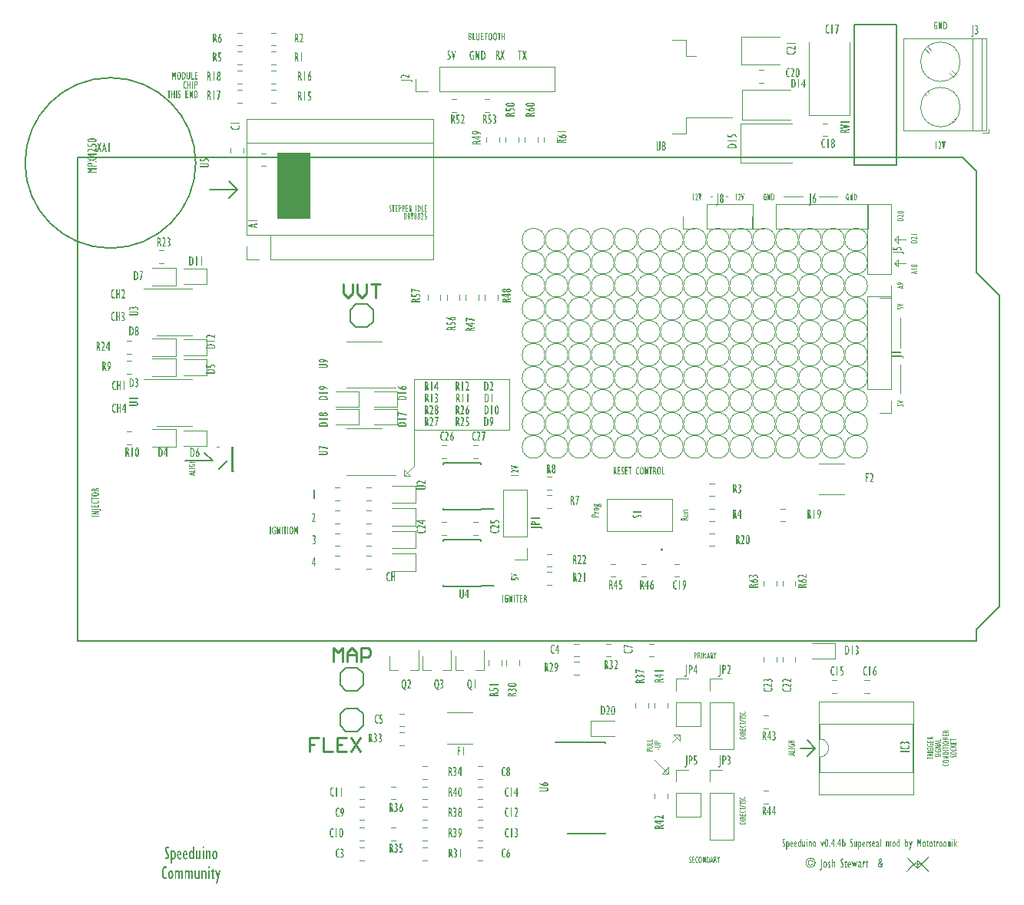
<source format=gto>
G04 Layer_Color=65535*
%FSLAX25Y25*%
%MOIN*%
G70*
G01*
G75*
%ADD30C,0.01000*%
%ADD52C,0.00591*%
%ADD53C,0.00472*%
%ADD54C,0.00787*%
%ADD55C,0.00394*%
G36*
X535249Y160655D02*
X535315Y160649D01*
X535407Y160629D01*
X535505Y160596D01*
X535610Y160544D01*
X535715Y160471D01*
X535767Y160432D01*
X535813Y160380D01*
X535826Y160366D01*
X535853Y160327D01*
X535892Y160268D01*
X535945Y160189D01*
X535990Y160091D01*
X536030Y159973D01*
X536056Y159835D01*
X536069Y159684D01*
Y159678D01*
Y159658D01*
X536063Y159625D01*
Y159586D01*
X536050Y159540D01*
X536036Y159481D01*
X536017Y159415D01*
X535997Y159350D01*
X535964Y159277D01*
X535925Y159205D01*
X535872Y159133D01*
X535820Y159055D01*
X535748Y158982D01*
X535669Y158917D01*
X535577Y158851D01*
X535472Y158792D01*
X535479D01*
X535499Y158779D01*
X535531Y158766D01*
X535571Y158746D01*
X535623Y158713D01*
X535676Y158674D01*
X535735Y158628D01*
X535794Y158576D01*
X535853Y158510D01*
X535912Y158438D01*
X535964Y158359D01*
X536017Y158261D01*
X536056Y158162D01*
X536089Y158044D01*
X536109Y157913D01*
X536115Y157775D01*
Y157769D01*
Y157756D01*
Y157729D01*
X536109Y157697D01*
Y157657D01*
X536102Y157605D01*
X536082Y157493D01*
X536050Y157362D01*
X535997Y157231D01*
X535925Y157087D01*
X535885Y157021D01*
X535833Y156955D01*
Y156949D01*
X535820Y156942D01*
X535781Y156903D01*
X535721Y156850D01*
X535643Y156791D01*
X535544Y156726D01*
X535426Y156673D01*
X535295Y156634D01*
X535223Y156627D01*
X535151Y156621D01*
X535111D01*
X535072Y156627D01*
X535007Y156634D01*
X534934Y156647D01*
X534849Y156667D01*
X534751Y156693D01*
X534646Y156732D01*
Y157237D01*
X534659Y157231D01*
X534685Y157218D01*
X534731Y157198D01*
X534790Y157172D01*
X534856Y157146D01*
X534928Y157126D01*
X535007Y157113D01*
X535079Y157106D01*
X535118D01*
X535157Y157119D01*
X535210Y157132D01*
X535269Y157152D01*
X535334Y157185D01*
X535393Y157231D01*
X535453Y157296D01*
X535459Y157303D01*
X535472Y157336D01*
X535499Y157375D01*
X535525Y157434D01*
X535551Y157513D01*
X535577Y157598D01*
X535590Y157703D01*
X535597Y157821D01*
Y157828D01*
Y157847D01*
Y157880D01*
X535590Y157920D01*
X535584Y157966D01*
X535571Y158025D01*
X535531Y158143D01*
X535505Y158208D01*
X535472Y158267D01*
X535433Y158326D01*
X535380Y158385D01*
X535321Y158431D01*
X535256Y158477D01*
X535177Y158510D01*
X535085Y158530D01*
Y159028D01*
X535092D01*
X535105Y159035D01*
X535131D01*
X535157Y159048D01*
X535229Y159074D01*
X535321Y159127D01*
X535361Y159160D01*
X535407Y159199D01*
X535446Y159245D01*
X535479Y159297D01*
X535505Y159356D01*
X535531Y159428D01*
X535544Y159507D01*
X535551Y159599D01*
Y159612D01*
Y159645D01*
X535544Y159691D01*
X535538Y159750D01*
X535518Y159816D01*
X535499Y159888D01*
X535466Y159953D01*
X535420Y160019D01*
X535413Y160025D01*
X535400Y160045D01*
X535367Y160071D01*
X535328Y160098D01*
X535282Y160124D01*
X535223Y160150D01*
X535157Y160170D01*
X535079Y160176D01*
X535052D01*
X535020Y160170D01*
X534980Y160163D01*
X534928Y160150D01*
X534869Y160130D01*
X534803Y160104D01*
X534737Y160071D01*
Y160563D01*
X534744Y160570D01*
X534770Y160576D01*
X534816Y160596D01*
X534869Y160616D01*
X534934Y160629D01*
X535013Y160649D01*
X535092Y160655D01*
X535184Y160662D01*
X535223D01*
X535249Y160655D01*
D02*
G37*
G36*
X594316Y24455D02*
X594355D01*
X594407Y24449D01*
X594519Y24422D01*
X594644Y24390D01*
X594768Y24337D01*
X594893Y24259D01*
X594952Y24213D01*
X595004Y24160D01*
X595017Y24147D01*
X595031Y24127D01*
X595044Y24108D01*
X595090Y24042D01*
X595142Y23950D01*
X595188Y23839D01*
X595234Y23701D01*
X595260Y23550D01*
X595273Y23373D01*
Y23366D01*
Y23347D01*
Y23320D01*
X595267Y23281D01*
X595260Y23235D01*
X595254Y23183D01*
X595221Y23058D01*
X595175Y22920D01*
X595142Y22848D01*
X595096Y22776D01*
X595050Y22710D01*
X594998Y22645D01*
X594932Y22586D01*
X594860Y22527D01*
X594867D01*
X594873Y22514D01*
X594893Y22500D01*
X594913Y22474D01*
X594939Y22448D01*
X594972Y22409D01*
X595004Y22356D01*
X595044Y22297D01*
X595090Y22225D01*
X595129Y22140D01*
X595175Y22041D01*
X595221Y21930D01*
X595267Y21805D01*
X595313Y21667D01*
X595359Y21510D01*
X595398Y21339D01*
X595582Y20532D01*
X595050D01*
X594893Y21208D01*
Y21215D01*
X594886Y21241D01*
X594880Y21274D01*
X594867Y21320D01*
X594853Y21379D01*
X594834Y21444D01*
X594801Y21589D01*
X594755Y21739D01*
X594709Y21890D01*
X594683Y21956D01*
X594657Y22015D01*
X594637Y22074D01*
X594611Y22113D01*
X594604Y22120D01*
X594591Y22146D01*
X594565Y22172D01*
X594532Y22212D01*
X594486Y22245D01*
X594434Y22271D01*
X594381Y22290D01*
X594316D01*
Y20532D01*
X593811D01*
Y24462D01*
X594276D01*
X594316Y24455D01*
D02*
G37*
G36*
X664061Y106384D02*
X664127Y106378D01*
X664219Y106358D01*
X664317Y106325D01*
X664422Y106273D01*
X664527Y106201D01*
X664580Y106161D01*
X664626Y106109D01*
X664639Y106096D01*
X664665Y106056D01*
X664704Y105997D01*
X664757Y105919D01*
X664803Y105820D01*
X664842Y105702D01*
X664868Y105564D01*
X664882Y105414D01*
Y105407D01*
Y105387D01*
X664875Y105354D01*
Y105315D01*
X664862Y105269D01*
X664849Y105210D01*
X664829Y105145D01*
X664809Y105079D01*
X664777Y105007D01*
X664737Y104935D01*
X664685Y104862D01*
X664632Y104784D01*
X664560Y104712D01*
X664481Y104646D01*
X664390Y104580D01*
X664285Y104521D01*
X664291D01*
X664311Y104508D01*
X664344Y104495D01*
X664383Y104475D01*
X664435Y104443D01*
X664488Y104403D01*
X664547Y104357D01*
X664606Y104305D01*
X664665Y104239D01*
X664724Y104167D01*
X664777Y104088D01*
X664829Y103990D01*
X664868Y103892D01*
X664901Y103774D01*
X664921Y103642D01*
X664927Y103505D01*
Y103498D01*
Y103485D01*
Y103459D01*
X664921Y103426D01*
Y103386D01*
X664914Y103334D01*
X664895Y103223D01*
X664862Y103091D01*
X664809Y102960D01*
X664737Y102816D01*
X664698Y102750D01*
X664645Y102685D01*
Y102678D01*
X664632Y102672D01*
X664593Y102632D01*
X664534Y102580D01*
X664455Y102521D01*
X664357Y102455D01*
X664239Y102402D01*
X664108Y102363D01*
X664035Y102357D01*
X663963Y102350D01*
X663924D01*
X663884Y102357D01*
X663819Y102363D01*
X663747Y102376D01*
X663661Y102396D01*
X663563Y102422D01*
X663458Y102462D01*
Y102967D01*
X663471Y102960D01*
X663497Y102947D01*
X663543Y102927D01*
X663602Y102901D01*
X663668Y102875D01*
X663740Y102855D01*
X663819Y102842D01*
X663891Y102836D01*
X663930D01*
X663970Y102849D01*
X664022Y102862D01*
X664081Y102881D01*
X664147Y102914D01*
X664206Y102960D01*
X664265Y103026D01*
X664271Y103032D01*
X664285Y103065D01*
X664311Y103104D01*
X664337Y103164D01*
X664363Y103242D01*
X664390Y103328D01*
X664403Y103432D01*
X664409Y103551D01*
Y103557D01*
Y103577D01*
Y103610D01*
X664403Y103649D01*
X664396Y103695D01*
X664383Y103754D01*
X664344Y103872D01*
X664317Y103938D01*
X664285Y103997D01*
X664245Y104056D01*
X664193Y104115D01*
X664134Y104161D01*
X664068Y104207D01*
X663989Y104239D01*
X663898Y104259D01*
Y104757D01*
X663904D01*
X663917Y104764D01*
X663943D01*
X663970Y104777D01*
X664042Y104804D01*
X664134Y104856D01*
X664173Y104889D01*
X664219Y104928D01*
X664258Y104974D01*
X664291Y105026D01*
X664317Y105086D01*
X664344Y105158D01*
X664357Y105236D01*
X664363Y105328D01*
Y105341D01*
Y105374D01*
X664357Y105420D01*
X664350Y105479D01*
X664330Y105545D01*
X664311Y105617D01*
X664278Y105683D01*
X664232Y105748D01*
X664226Y105755D01*
X664212Y105774D01*
X664180Y105801D01*
X664140Y105827D01*
X664094Y105853D01*
X664035Y105879D01*
X663970Y105899D01*
X663891Y105905D01*
X663865D01*
X663832Y105899D01*
X663793Y105892D01*
X663740Y105879D01*
X663681Y105860D01*
X663616Y105833D01*
X663550Y105801D01*
Y106293D01*
X663556Y106299D01*
X663583Y106306D01*
X663629Y106325D01*
X663681Y106345D01*
X663747Y106358D01*
X663825Y106378D01*
X663904Y106384D01*
X663996Y106391D01*
X664035D01*
X664061Y106384D01*
D02*
G37*
G36*
X661890Y106345D02*
X661930D01*
X661982Y106339D01*
X662093Y106312D01*
X662218Y106280D01*
X662343Y106227D01*
X662467Y106148D01*
X662527Y106102D01*
X662579Y106050D01*
X662592Y106037D01*
X662605Y106017D01*
X662618Y105997D01*
X662664Y105932D01*
X662717Y105840D01*
X662763Y105728D01*
X662809Y105591D01*
X662835Y105440D01*
X662848Y105263D01*
Y105256D01*
Y105236D01*
Y105210D01*
X662841Y105171D01*
X662835Y105125D01*
X662828Y105072D01*
X662795Y104948D01*
X662749Y104810D01*
X662717Y104738D01*
X662671Y104666D01*
X662625Y104600D01*
X662572Y104534D01*
X662507Y104475D01*
X662435Y104416D01*
X662441D01*
X662448Y104403D01*
X662467Y104390D01*
X662487Y104364D01*
X662513Y104338D01*
X662546Y104298D01*
X662579Y104246D01*
X662618Y104187D01*
X662664Y104115D01*
X662704Y104029D01*
X662749Y103931D01*
X662795Y103820D01*
X662841Y103695D01*
X662887Y103557D01*
X662933Y103400D01*
X662973Y103229D01*
X663156Y102422D01*
X662625D01*
X662467Y103098D01*
Y103104D01*
X662461Y103131D01*
X662454Y103164D01*
X662441Y103209D01*
X662428Y103268D01*
X662408Y103334D01*
X662376Y103478D01*
X662330Y103629D01*
X662284Y103780D01*
X662257Y103846D01*
X662231Y103905D01*
X662212Y103964D01*
X662185Y104003D01*
X662179Y104010D01*
X662166Y104036D01*
X662140Y104062D01*
X662107Y104102D01*
X662061Y104134D01*
X662008Y104161D01*
X661956Y104180D01*
X661890D01*
Y102422D01*
X661385D01*
Y106352D01*
X661851D01*
X661890Y106345D01*
D02*
G37*
G36*
X666259Y106384D02*
X666338Y106378D01*
X666430Y106352D01*
X666535Y106319D01*
X666646Y106266D01*
X666751Y106194D01*
X666804Y106148D01*
X666850Y106096D01*
X666863Y106083D01*
X666869Y106063D01*
X666889Y106043D01*
X666928Y105978D01*
X666974Y105886D01*
X667014Y105768D01*
X667053Y105630D01*
X667079Y105473D01*
X667092Y105289D01*
Y105282D01*
Y105269D01*
Y105243D01*
Y105210D01*
X667086Y105171D01*
Y105118D01*
X667079Y105066D01*
X667066Y105000D01*
X667046Y104856D01*
X667014Y104692D01*
X666968Y104515D01*
X666902Y104325D01*
Y104318D01*
X666895Y104298D01*
X666882Y104272D01*
X666863Y104233D01*
X666843Y104180D01*
X666817Y104115D01*
X666784Y104042D01*
X666751Y103957D01*
X666705Y103859D01*
X666659Y103754D01*
X666607Y103636D01*
X666548Y103511D01*
X666482Y103380D01*
X666410Y103236D01*
X666338Y103085D01*
X666253Y102921D01*
X667177D01*
Y102422D01*
X665544D01*
Y102494D01*
Y102501D01*
X665557Y102514D01*
X665570Y102540D01*
X665590Y102573D01*
X665610Y102612D01*
X665642Y102658D01*
X665669Y102717D01*
X665708Y102776D01*
X665780Y102921D01*
X665872Y103091D01*
X665964Y103275D01*
X666062Y103472D01*
X666154Y103688D01*
X666246Y103905D01*
X666338Y104134D01*
X666417Y104357D01*
X666482Y104580D01*
X666528Y104797D01*
X666561Y105007D01*
X666574Y105197D01*
Y105204D01*
Y105210D01*
Y105250D01*
X666568Y105302D01*
X666554Y105368D01*
X666541Y105446D01*
X666515Y105525D01*
X666476Y105604D01*
X666430Y105676D01*
X666423Y105683D01*
X666403Y105702D01*
X666377Y105735D01*
X666331Y105768D01*
X666279Y105801D01*
X666220Y105833D01*
X666141Y105853D01*
X666062Y105860D01*
X666030D01*
X665997Y105853D01*
X665944Y105847D01*
X665885Y105827D01*
X665806Y105807D01*
X665721Y105774D01*
X665623Y105728D01*
Y106247D01*
X665629D01*
X665636Y106253D01*
X665675Y106266D01*
X665734Y106293D01*
X665806Y106319D01*
X665892Y106345D01*
X665990Y106371D01*
X666095Y106384D01*
X666193Y106391D01*
X666233D01*
X666259Y106384D01*
D02*
G37*
G36*
X623168Y91733D02*
X622493Y91576D01*
X622486D01*
X622460Y91569D01*
X622427Y91563D01*
X622381Y91550D01*
X622322Y91536D01*
X622257Y91517D01*
X622112Y91484D01*
X621961Y91438D01*
X621810Y91392D01*
X621745Y91366D01*
X621686Y91340D01*
X621627Y91320D01*
X621587Y91294D01*
X621581Y91287D01*
X621555Y91274D01*
X621528Y91248D01*
X621489Y91215D01*
X621456Y91169D01*
X621430Y91117D01*
X621410Y91064D01*
Y90999D01*
X623168D01*
Y90493D01*
X619239D01*
Y90913D01*
Y90920D01*
Y90933D01*
Y90959D01*
X619245Y90999D01*
Y91038D01*
X619252Y91090D01*
X619278Y91202D01*
X619311Y91327D01*
X619364Y91451D01*
X619442Y91576D01*
X619488Y91635D01*
X619541Y91687D01*
X619554Y91701D01*
X619573Y91714D01*
X619593Y91727D01*
X619659Y91773D01*
X619751Y91825D01*
X619862Y91871D01*
X620000Y91917D01*
X620151Y91943D01*
X620328Y91956D01*
X620380D01*
X620420Y91950D01*
X620466Y91943D01*
X620518Y91937D01*
X620643Y91904D01*
X620781Y91858D01*
X620853Y91825D01*
X620925Y91779D01*
X620990Y91733D01*
X621056Y91681D01*
X621115Y91615D01*
X621174Y91543D01*
Y91550D01*
X621187Y91556D01*
X621200Y91576D01*
X621227Y91596D01*
X621253Y91622D01*
X621292Y91655D01*
X621345Y91687D01*
X621404Y91727D01*
X621476Y91773D01*
X621561Y91812D01*
X621660Y91858D01*
X621771Y91904D01*
X621896Y91950D01*
X622034Y91996D01*
X622191Y92042D01*
X622362Y92081D01*
X623168Y92265D01*
Y91733D01*
D02*
G37*
G36*
X622165Y94029D02*
X622204D01*
X622257Y94023D01*
X622368Y94003D01*
X622499Y93970D01*
X622630Y93918D01*
X622775Y93846D01*
X622840Y93806D01*
X622906Y93754D01*
X622913D01*
X622919Y93741D01*
X622958Y93701D01*
X623011Y93642D01*
X623070Y93563D01*
X623136Y93465D01*
X623188Y93347D01*
X623227Y93216D01*
X623234Y93144D01*
X623241Y93072D01*
Y93065D01*
Y93032D01*
X623234Y92993D01*
X623227Y92927D01*
X623214Y92855D01*
X623195Y92770D01*
X623168Y92671D01*
X623129Y92566D01*
X622624D01*
X622630Y92580D01*
X622644Y92606D01*
X622663Y92652D01*
X622689Y92711D01*
X622716Y92776D01*
X622735Y92848D01*
X622749Y92927D01*
X622755Y92999D01*
Y93012D01*
Y93039D01*
X622742Y93078D01*
X622729Y93131D01*
X622709Y93190D01*
X622676Y93255D01*
X622630Y93314D01*
X622565Y93373D01*
X622558Y93380D01*
X622526Y93393D01*
X622486Y93419D01*
X622427Y93445D01*
X622348Y93472D01*
X622263Y93498D01*
X622158Y93511D01*
X622040Y93518D01*
X621981D01*
X621942Y93511D01*
X621896Y93505D01*
X621837Y93491D01*
X621719Y93452D01*
X621653Y93426D01*
X621594Y93393D01*
X621535Y93354D01*
X621476Y93301D01*
X621430Y93242D01*
X621384Y93177D01*
X621351Y93098D01*
X621332Y93006D01*
X620833D01*
Y93012D01*
X620826Y93026D01*
Y93052D01*
X620813Y93078D01*
X620787Y93150D01*
X620735Y93242D01*
X620702Y93281D01*
X620662Y93327D01*
X620616Y93367D01*
X620564Y93400D01*
X620505Y93426D01*
X620433Y93452D01*
X620354Y93465D01*
X620262Y93472D01*
X620216D01*
X620170Y93465D01*
X620111Y93459D01*
X620046Y93439D01*
X619974Y93419D01*
X619908Y93386D01*
X619842Y93340D01*
X619836Y93334D01*
X619816Y93321D01*
X619790Y93288D01*
X619764Y93249D01*
X619737Y93203D01*
X619711Y93144D01*
X619692Y93078D01*
X619685Y92999D01*
Y92993D01*
Y92973D01*
X619692Y92940D01*
X619698Y92901D01*
X619711Y92848D01*
X619731Y92789D01*
X619757Y92724D01*
X619790Y92658D01*
X619298D01*
X619291Y92665D01*
X619285Y92691D01*
X619265Y92737D01*
X619245Y92789D01*
X619232Y92855D01*
X619213Y92934D01*
X619206Y93012D01*
X619200Y93104D01*
Y93111D01*
Y93124D01*
Y93144D01*
X619206Y93170D01*
X619213Y93235D01*
X619232Y93327D01*
X619265Y93426D01*
X619318Y93531D01*
X619390Y93636D01*
X619429Y93688D01*
X619482Y93734D01*
X619495Y93747D01*
X619534Y93773D01*
X619593Y93813D01*
X619672Y93865D01*
X619770Y93911D01*
X619888Y93951D01*
X620026Y93977D01*
X620177Y93990D01*
X620203D01*
X620236Y93983D01*
X620275D01*
X620321Y93970D01*
X620380Y93957D01*
X620446Y93937D01*
X620512Y93918D01*
X620584Y93885D01*
X620656Y93846D01*
X620728Y93793D01*
X620807Y93741D01*
X620879Y93669D01*
X620944Y93590D01*
X621010Y93498D01*
X621069Y93393D01*
Y93400D01*
X621082Y93419D01*
X621095Y93452D01*
X621115Y93491D01*
X621148Y93544D01*
X621187Y93596D01*
X621233Y93655D01*
X621286Y93714D01*
X621351Y93773D01*
X621423Y93832D01*
X621502Y93885D01*
X621600Y93937D01*
X621699Y93977D01*
X621817Y94010D01*
X621948Y94029D01*
X622086Y94036D01*
X622132D01*
X622165Y94029D01*
D02*
G37*
G36*
X535787Y148287D02*
X536003D01*
Y147926D01*
X535787D01*
Y146850D01*
X535282D01*
Y147926D01*
X534252D01*
Y148379D01*
X535315Y150819D01*
X535787D01*
Y148287D01*
D02*
G37*
G36*
X599091Y20532D02*
X598586D01*
Y24462D01*
X599091D01*
Y20532D01*
D02*
G37*
G36*
X596487Y24495D02*
X596553Y24488D01*
X596644Y24468D01*
X596743Y24436D01*
X596848Y24383D01*
X596953Y24311D01*
X597005Y24272D01*
X597051Y24219D01*
X597064Y24206D01*
X597090Y24167D01*
X597130Y24108D01*
X597182Y24029D01*
X597228Y23931D01*
X597268Y23812D01*
X597294Y23675D01*
X597307Y23524D01*
Y23517D01*
Y23498D01*
X597300Y23465D01*
Y23425D01*
X597287Y23380D01*
X597274Y23320D01*
X597255Y23255D01*
X597235Y23189D01*
X597202Y23117D01*
X597163Y23045D01*
X597110Y22973D01*
X597058Y22894D01*
X596985Y22822D01*
X596907Y22756D01*
X596815Y22691D01*
X596710Y22632D01*
X596717D01*
X596736Y22618D01*
X596769Y22605D01*
X596808Y22586D01*
X596861Y22553D01*
X596913Y22514D01*
X596972Y22468D01*
X597031Y22415D01*
X597090Y22350D01*
X597150Y22277D01*
X597202Y22199D01*
X597255Y22100D01*
X597294Y22002D01*
X597327Y21884D01*
X597346Y21753D01*
X597353Y21615D01*
Y21608D01*
Y21595D01*
Y21569D01*
X597346Y21536D01*
Y21497D01*
X597340Y21444D01*
X597320Y21333D01*
X597287Y21202D01*
X597235Y21070D01*
X597163Y20926D01*
X597123Y20860D01*
X597071Y20795D01*
Y20788D01*
X597058Y20782D01*
X597018Y20742D01*
X596959Y20690D01*
X596881Y20631D01*
X596782Y20565D01*
X596664Y20513D01*
X596533Y20473D01*
X596461Y20467D01*
X596389Y20460D01*
X596349D01*
X596310Y20467D01*
X596244Y20473D01*
X596172Y20486D01*
X596087Y20506D01*
X595988Y20532D01*
X595883Y20572D01*
Y21077D01*
X595897Y21070D01*
X595923Y21057D01*
X595969Y21037D01*
X596028Y21011D01*
X596093Y20985D01*
X596166Y20965D01*
X596244Y20952D01*
X596316Y20946D01*
X596356D01*
X596395Y20959D01*
X596448Y20972D01*
X596507Y20992D01*
X596572Y21024D01*
X596631Y21070D01*
X596690Y21136D01*
X596697Y21143D01*
X596710Y21175D01*
X596736Y21215D01*
X596763Y21274D01*
X596789Y21352D01*
X596815Y21438D01*
X596828Y21543D01*
X596835Y21661D01*
Y21667D01*
Y21687D01*
Y21720D01*
X596828Y21759D01*
X596821Y21805D01*
X596808Y21864D01*
X596769Y21982D01*
X596743Y22048D01*
X596710Y22107D01*
X596671Y22166D01*
X596618Y22225D01*
X596559Y22271D01*
X596493Y22317D01*
X596415Y22350D01*
X596323Y22369D01*
Y22868D01*
X596329D01*
X596343Y22874D01*
X596369D01*
X596395Y22887D01*
X596467Y22914D01*
X596559Y22966D01*
X596598Y22999D01*
X596644Y23038D01*
X596684Y23084D01*
X596717Y23137D01*
X596743Y23196D01*
X596769Y23268D01*
X596782Y23347D01*
X596789Y23438D01*
Y23452D01*
Y23484D01*
X596782Y23530D01*
X596776Y23589D01*
X596756Y23655D01*
X596736Y23727D01*
X596703Y23793D01*
X596658Y23858D01*
X596651Y23865D01*
X596638Y23885D01*
X596605Y23911D01*
X596566Y23937D01*
X596520Y23963D01*
X596461Y23990D01*
X596395Y24009D01*
X596316Y24016D01*
X596290D01*
X596257Y24009D01*
X596218Y24003D01*
X596166Y23990D01*
X596106Y23970D01*
X596041Y23944D01*
X595975Y23911D01*
Y24403D01*
X595982Y24409D01*
X596008Y24416D01*
X596054Y24436D01*
X596106Y24455D01*
X596172Y24468D01*
X596251Y24488D01*
X596329Y24495D01*
X596421Y24501D01*
X596461D01*
X596487Y24495D01*
D02*
G37*
G36*
X534967Y170104D02*
X535046Y170097D01*
X535138Y170071D01*
X535243Y170038D01*
X535354Y169986D01*
X535459Y169914D01*
X535511Y169868D01*
X535557Y169815D01*
X535570Y169802D01*
X535577Y169782D01*
X535597Y169763D01*
X535636Y169697D01*
X535682Y169605D01*
X535721Y169487D01*
X535761Y169350D01*
X535787Y169192D01*
X535800Y169008D01*
Y169002D01*
Y168989D01*
Y168963D01*
Y168930D01*
X535794Y168890D01*
Y168838D01*
X535787Y168785D01*
X535774Y168720D01*
X535754Y168576D01*
X535721Y168412D01*
X535675Y168234D01*
X535610Y168044D01*
Y168038D01*
X535603Y168018D01*
X535590Y167992D01*
X535570Y167952D01*
X535551Y167900D01*
X535525Y167834D01*
X535492Y167762D01*
X535459Y167677D01*
X535413Y167578D01*
X535367Y167473D01*
X535315Y167355D01*
X535256Y167231D01*
X535190Y167099D01*
X535118Y166955D01*
X535046Y166804D01*
X534961Y166640D01*
X535885D01*
Y166142D01*
X534252D01*
Y166214D01*
Y166220D01*
X534265Y166234D01*
X534278Y166260D01*
X534298Y166293D01*
X534318Y166332D01*
X534350Y166378D01*
X534377Y166437D01*
X534416Y166496D01*
X534488Y166640D01*
X534580Y166811D01*
X534672Y166995D01*
X534770Y167191D01*
X534862Y167408D01*
X534954Y167624D01*
X535046Y167854D01*
X535124Y168077D01*
X535190Y168300D01*
X535236Y168517D01*
X535269Y168726D01*
X535282Y168917D01*
Y168923D01*
Y168930D01*
Y168969D01*
X535275Y169022D01*
X535262Y169087D01*
X535249Y169166D01*
X535223Y169245D01*
X535183Y169323D01*
X535138Y169395D01*
X535131Y169402D01*
X535111Y169422D01*
X535085Y169455D01*
X535039Y169487D01*
X534987Y169520D01*
X534928Y169553D01*
X534849Y169573D01*
X534770Y169579D01*
X534737D01*
X534705Y169573D01*
X534652Y169566D01*
X534593Y169546D01*
X534514Y169527D01*
X534429Y169494D01*
X534331Y169448D01*
Y169966D01*
X534337D01*
X534344Y169973D01*
X534383Y169986D01*
X534442Y170012D01*
X534514Y170038D01*
X534600Y170065D01*
X534698Y170091D01*
X534803Y170104D01*
X534901Y170110D01*
X534941D01*
X534967Y170104D01*
D02*
G37*
G36*
X599297Y57402D02*
X599513D01*
Y57041D01*
X599297D01*
Y55966D01*
X598792D01*
Y57041D01*
X597762D01*
Y57494D01*
X598824Y59934D01*
X599297D01*
Y57402D01*
D02*
G37*
G36*
X596325Y59928D02*
X596391Y59921D01*
X596482Y59901D01*
X596581Y59869D01*
X596686Y59816D01*
X596791Y59744D01*
X596843Y59705D01*
X596889Y59652D01*
X596902Y59639D01*
X596929Y59600D01*
X596968Y59541D01*
X597020Y59462D01*
X597066Y59364D01*
X597106Y59246D01*
X597132Y59108D01*
X597145Y58957D01*
Y58950D01*
Y58931D01*
X597138Y58898D01*
Y58859D01*
X597125Y58812D01*
X597112Y58754D01*
X597092Y58688D01*
X597073Y58622D01*
X597040Y58550D01*
X597001Y58478D01*
X596948Y58406D01*
X596896Y58327D01*
X596824Y58255D01*
X596745Y58189D01*
X596653Y58124D01*
X596548Y58065D01*
X596555D01*
X596574Y58052D01*
X596607Y58039D01*
X596646Y58019D01*
X596699Y57986D01*
X596751Y57947D01*
X596810Y57901D01*
X596870Y57848D01*
X596929Y57783D01*
X596988Y57710D01*
X597040Y57632D01*
X597092Y57533D01*
X597132Y57435D01*
X597165Y57317D01*
X597184Y57186D01*
X597191Y57048D01*
Y57041D01*
Y57028D01*
Y57002D01*
X597184Y56969D01*
Y56930D01*
X597178Y56877D01*
X597158Y56766D01*
X597125Y56635D01*
X597073Y56503D01*
X597001Y56359D01*
X596961Y56293D01*
X596909Y56228D01*
Y56221D01*
X596896Y56215D01*
X596856Y56175D01*
X596797Y56123D01*
X596719Y56064D01*
X596620Y55998D01*
X596502Y55946D01*
X596371Y55906D01*
X596299Y55900D01*
X596227Y55893D01*
X596187D01*
X596148Y55900D01*
X596082Y55906D01*
X596010Y55920D01*
X595925Y55939D01*
X595826Y55966D01*
X595721Y56005D01*
Y56510D01*
X595735Y56503D01*
X595761Y56490D01*
X595807Y56471D01*
X595866Y56444D01*
X595931Y56418D01*
X596003Y56398D01*
X596082Y56385D01*
X596154Y56379D01*
X596194D01*
X596233Y56392D01*
X596286Y56405D01*
X596345Y56425D01*
X596410Y56458D01*
X596469Y56503D01*
X596528Y56569D01*
X596535Y56576D01*
X596548Y56608D01*
X596574Y56648D01*
X596600Y56707D01*
X596627Y56786D01*
X596653Y56871D01*
X596666Y56976D01*
X596673Y57094D01*
Y57100D01*
Y57120D01*
Y57153D01*
X596666Y57192D01*
X596660Y57238D01*
X596646Y57297D01*
X596607Y57415D01*
X596581Y57481D01*
X596548Y57540D01*
X596509Y57599D01*
X596456Y57658D01*
X596397Y57704D01*
X596332Y57750D01*
X596253Y57783D01*
X596161Y57802D01*
Y58301D01*
X596168D01*
X596181Y58307D01*
X596207D01*
X596233Y58320D01*
X596305Y58347D01*
X596397Y58399D01*
X596437Y58432D01*
X596482Y58471D01*
X596522Y58517D01*
X596555Y58570D01*
X596581Y58629D01*
X596607Y58701D01*
X596620Y58780D01*
X596627Y58872D01*
Y58885D01*
Y58917D01*
X596620Y58963D01*
X596614Y59022D01*
X596594Y59088D01*
X596574Y59160D01*
X596542Y59226D01*
X596496Y59291D01*
X596489Y59298D01*
X596476Y59318D01*
X596443Y59344D01*
X596404Y59370D01*
X596358Y59396D01*
X596299Y59423D01*
X596233Y59442D01*
X596154Y59449D01*
X596128D01*
X596095Y59442D01*
X596056Y59436D01*
X596003Y59423D01*
X595944Y59403D01*
X595879Y59377D01*
X595813Y59344D01*
Y59836D01*
X595820Y59842D01*
X595846Y59849D01*
X595892Y59869D01*
X595944Y59888D01*
X596010Y59901D01*
X596089Y59921D01*
X596168Y59928D01*
X596259Y59934D01*
X596299D01*
X596325Y59928D01*
D02*
G37*
G36*
X594154Y59888D02*
X594193D01*
X594245Y59882D01*
X594357Y59856D01*
X594482Y59823D01*
X594606Y59770D01*
X594731Y59692D01*
X594790Y59646D01*
X594842Y59593D01*
X594856Y59580D01*
X594869Y59560D01*
X594882Y59541D01*
X594928Y59475D01*
X594980Y59383D01*
X595026Y59272D01*
X595072Y59134D01*
X595098Y58983D01*
X595111Y58806D01*
Y58799D01*
Y58780D01*
Y58754D01*
X595105Y58714D01*
X595098Y58668D01*
X595092Y58616D01*
X595059Y58491D01*
X595013Y58353D01*
X594980Y58281D01*
X594934Y58209D01*
X594888Y58143D01*
X594836Y58078D01*
X594770Y58019D01*
X594698Y57960D01*
X594705D01*
X594711Y57947D01*
X594731Y57933D01*
X594751Y57907D01*
X594777Y57881D01*
X594810Y57842D01*
X594842Y57789D01*
X594882Y57730D01*
X594928Y57658D01*
X594967Y57573D01*
X595013Y57474D01*
X595059Y57363D01*
X595105Y57238D01*
X595151Y57100D01*
X595197Y56943D01*
X595236Y56772D01*
X595420Y55966D01*
X594888D01*
X594731Y56641D01*
Y56648D01*
X594724Y56674D01*
X594718Y56707D01*
X594705Y56753D01*
X594692Y56812D01*
X594672Y56877D01*
X594639Y57022D01*
X594593Y57173D01*
X594547Y57323D01*
X594521Y57389D01*
X594495Y57448D01*
X594475Y57507D01*
X594449Y57547D01*
X594442Y57553D01*
X594429Y57579D01*
X594403Y57605D01*
X594370Y57645D01*
X594324Y57678D01*
X594272Y57704D01*
X594219Y57724D01*
X594154D01*
Y55966D01*
X593648D01*
Y59895D01*
X594114D01*
X594154Y59888D01*
D02*
G37*
G36*
X573732Y26168D02*
X572977D01*
Y25007D01*
X572990D01*
X573017Y25000D01*
X573056Y24987D01*
X573115Y24974D01*
X573181Y24948D01*
X573253Y24915D01*
X573338Y24876D01*
X573417Y24823D01*
X573502Y24758D01*
X573581Y24679D01*
X573653Y24587D01*
X573719Y24482D01*
X573777Y24358D01*
X573817Y24220D01*
X573850Y24062D01*
X573856Y23885D01*
Y23879D01*
Y23859D01*
Y23833D01*
X573850Y23793D01*
Y23747D01*
X573843Y23695D01*
X573817Y23570D01*
X573784Y23433D01*
X573732Y23282D01*
X573659Y23131D01*
X573614Y23059D01*
X573561Y22986D01*
Y22980D01*
X573548Y22973D01*
X573509Y22927D01*
X573443Y22875D01*
X573358Y22809D01*
X573253Y22737D01*
X573128Y22685D01*
X572984Y22639D01*
X572905Y22632D01*
X572826Y22626D01*
X572787D01*
X572734Y22632D01*
X572675Y22639D01*
X572603Y22652D01*
X572518Y22671D01*
X572433Y22698D01*
X572341Y22731D01*
Y23203D01*
X572354Y23196D01*
X572380Y23190D01*
X572420Y23177D01*
X572479Y23157D01*
X572538Y23137D01*
X572603Y23124D01*
X572669Y23118D01*
X572734Y23111D01*
X572748D01*
X572780Y23118D01*
X572833Y23124D01*
X572892Y23137D01*
X572964Y23157D01*
X573036Y23196D01*
X573108Y23242D01*
X573174Y23308D01*
X573181Y23314D01*
X573200Y23347D01*
X573226Y23393D01*
X573259Y23452D01*
X573285Y23531D01*
X573312Y23629D01*
X573331Y23741D01*
X573338Y23866D01*
Y23872D01*
Y23879D01*
Y23918D01*
X573331Y23983D01*
X573318Y24056D01*
X573292Y24141D01*
X573266Y24226D01*
X573220Y24311D01*
X573161Y24390D01*
X573154Y24397D01*
X573128Y24423D01*
X573089Y24456D01*
X573036Y24489D01*
X572971Y24528D01*
X572892Y24554D01*
X572793Y24580D01*
X572689Y24587D01*
X572610D01*
X572544Y24574D01*
X572511Y24567D01*
X572485Y24561D01*
Y26627D01*
X573732D01*
Y26168D01*
D02*
G37*
G36*
X622501Y131392D02*
X622081D01*
Y134662D01*
X622501D01*
Y131392D01*
D02*
G37*
G36*
X561727Y74495D02*
X561792Y74488D01*
X561884Y74468D01*
X561982Y74436D01*
X562087Y74383D01*
X562192Y74311D01*
X562245Y74272D01*
X562291Y74219D01*
X562304Y74206D01*
X562330Y74167D01*
X562369Y74108D01*
X562422Y74029D01*
X562468Y73931D01*
X562507Y73812D01*
X562534Y73675D01*
X562547Y73524D01*
Y73517D01*
Y73498D01*
X562540Y73465D01*
Y73425D01*
X562527Y73379D01*
X562514Y73320D01*
X562494Y73255D01*
X562474Y73189D01*
X562442Y73117D01*
X562402Y73045D01*
X562350Y72973D01*
X562297Y72894D01*
X562225Y72822D01*
X562147Y72756D01*
X562055Y72691D01*
X561950Y72632D01*
X561956D01*
X561976Y72619D01*
X562009Y72605D01*
X562048Y72586D01*
X562101Y72553D01*
X562153Y72514D01*
X562212Y72468D01*
X562271Y72415D01*
X562330Y72350D01*
X562389Y72277D01*
X562442Y72199D01*
X562494Y72100D01*
X562534Y72002D01*
X562566Y71884D01*
X562586Y71753D01*
X562593Y71615D01*
Y71608D01*
Y71595D01*
Y71569D01*
X562586Y71536D01*
Y71497D01*
X562579Y71444D01*
X562560Y71333D01*
X562527Y71201D01*
X562474Y71070D01*
X562402Y70926D01*
X562363Y70860D01*
X562311Y70795D01*
Y70788D01*
X562297Y70782D01*
X562258Y70742D01*
X562199Y70690D01*
X562120Y70631D01*
X562022Y70565D01*
X561904Y70513D01*
X561773Y70473D01*
X561700Y70467D01*
X561628Y70460D01*
X561589D01*
X561550Y70467D01*
X561484Y70473D01*
X561412Y70486D01*
X561327Y70506D01*
X561228Y70532D01*
X561123Y70572D01*
Y71077D01*
X561136Y71070D01*
X561163Y71057D01*
X561208Y71038D01*
X561267Y71011D01*
X561333Y70985D01*
X561405Y70965D01*
X561484Y70952D01*
X561556Y70946D01*
X561595D01*
X561635Y70959D01*
X561687Y70972D01*
X561746Y70992D01*
X561812Y71024D01*
X561871Y71070D01*
X561930Y71136D01*
X561937Y71143D01*
X561950Y71175D01*
X561976Y71215D01*
X562002Y71274D01*
X562028Y71352D01*
X562055Y71438D01*
X562068Y71543D01*
X562074Y71661D01*
Y71667D01*
Y71687D01*
Y71720D01*
X562068Y71759D01*
X562061Y71805D01*
X562048Y71864D01*
X562009Y71982D01*
X561982Y72048D01*
X561950Y72107D01*
X561910Y72166D01*
X561858Y72225D01*
X561799Y72271D01*
X561733Y72317D01*
X561655Y72350D01*
X561563Y72369D01*
Y72868D01*
X561569D01*
X561582Y72874D01*
X561609D01*
X561635Y72887D01*
X561707Y72914D01*
X561799Y72966D01*
X561838Y72999D01*
X561884Y73038D01*
X561923Y73084D01*
X561956Y73137D01*
X561982Y73196D01*
X562009Y73268D01*
X562022Y73347D01*
X562028Y73439D01*
Y73452D01*
Y73484D01*
X562022Y73530D01*
X562015Y73589D01*
X561996Y73655D01*
X561976Y73727D01*
X561943Y73793D01*
X561897Y73858D01*
X561891Y73865D01*
X561877Y73885D01*
X561845Y73911D01*
X561805Y73937D01*
X561759Y73963D01*
X561700Y73989D01*
X561635Y74009D01*
X561556Y74016D01*
X561530D01*
X561497Y74009D01*
X561458Y74003D01*
X561405Y73989D01*
X561346Y73970D01*
X561281Y73944D01*
X561215Y73911D01*
Y74403D01*
X561222Y74409D01*
X561248Y74416D01*
X561294Y74436D01*
X561346Y74455D01*
X561412Y74468D01*
X561490Y74488D01*
X561569Y74495D01*
X561661Y74501D01*
X561700D01*
X561727Y74495D01*
D02*
G37*
G36*
X563878D02*
X563944Y74488D01*
X564036Y74468D01*
X564134Y74436D01*
X564239Y74383D01*
X564344Y74311D01*
X564397Y74272D01*
X564442Y74219D01*
X564456Y74206D01*
X564482Y74167D01*
X564521Y74108D01*
X564574Y74029D01*
X564620Y73931D01*
X564659Y73812D01*
X564685Y73675D01*
X564698Y73524D01*
Y73517D01*
Y73498D01*
X564692Y73465D01*
Y73425D01*
X564679Y73379D01*
X564666Y73320D01*
X564646Y73255D01*
X564626Y73189D01*
X564593Y73117D01*
X564554Y73045D01*
X564501Y72973D01*
X564449Y72894D01*
X564377Y72822D01*
X564298Y72756D01*
X564206Y72691D01*
X564101Y72632D01*
X564108D01*
X564128Y72619D01*
X564160Y72605D01*
X564200Y72586D01*
X564252Y72553D01*
X564305Y72514D01*
X564364Y72468D01*
X564423Y72415D01*
X564482Y72350D01*
X564541Y72277D01*
X564593Y72199D01*
X564646Y72100D01*
X564685Y72002D01*
X564718Y71884D01*
X564738Y71753D01*
X564744Y71615D01*
Y71608D01*
Y71595D01*
Y71569D01*
X564738Y71536D01*
Y71497D01*
X564731Y71444D01*
X564711Y71333D01*
X564679Y71201D01*
X564626Y71070D01*
X564554Y70926D01*
X564515Y70860D01*
X564462Y70795D01*
Y70788D01*
X564449Y70782D01*
X564410Y70742D01*
X564351Y70690D01*
X564272Y70631D01*
X564174Y70565D01*
X564055Y70513D01*
X563924Y70473D01*
X563852Y70467D01*
X563780Y70460D01*
X563741D01*
X563701Y70467D01*
X563636Y70473D01*
X563563Y70486D01*
X563478Y70506D01*
X563380Y70532D01*
X563275Y70572D01*
Y71077D01*
X563288Y71070D01*
X563314Y71057D01*
X563360Y71038D01*
X563419Y71011D01*
X563485Y70985D01*
X563557Y70965D01*
X563636Y70952D01*
X563708Y70946D01*
X563747D01*
X563787Y70959D01*
X563839Y70972D01*
X563898Y70992D01*
X563964Y71024D01*
X564023Y71070D01*
X564082Y71136D01*
X564088Y71143D01*
X564101Y71175D01*
X564128Y71215D01*
X564154Y71274D01*
X564180Y71352D01*
X564206Y71438D01*
X564219Y71543D01*
X564226Y71661D01*
Y71667D01*
Y71687D01*
Y71720D01*
X564219Y71759D01*
X564213Y71805D01*
X564200Y71864D01*
X564160Y71982D01*
X564134Y72048D01*
X564101Y72107D01*
X564062Y72166D01*
X564010Y72225D01*
X563950Y72271D01*
X563885Y72317D01*
X563806Y72350D01*
X563714Y72369D01*
Y72868D01*
X563721D01*
X563734Y72874D01*
X563760D01*
X563787Y72887D01*
X563859Y72914D01*
X563950Y72966D01*
X563990Y72999D01*
X564036Y73038D01*
X564075Y73084D01*
X564108Y73137D01*
X564134Y73196D01*
X564160Y73268D01*
X564174Y73347D01*
X564180Y73439D01*
Y73452D01*
Y73484D01*
X564174Y73530D01*
X564167Y73589D01*
X564147Y73655D01*
X564128Y73727D01*
X564095Y73793D01*
X564049Y73858D01*
X564042Y73865D01*
X564029Y73885D01*
X563996Y73911D01*
X563957Y73937D01*
X563911Y73963D01*
X563852Y73989D01*
X563787Y74009D01*
X563708Y74016D01*
X563682D01*
X563649Y74009D01*
X563609Y74003D01*
X563557Y73989D01*
X563498Y73970D01*
X563432Y73944D01*
X563367Y73911D01*
Y74403D01*
X563373Y74409D01*
X563399Y74416D01*
X563445Y74436D01*
X563498Y74455D01*
X563563Y74468D01*
X563642Y74488D01*
X563721Y74495D01*
X563813Y74501D01*
X563852D01*
X563878Y74495D01*
D02*
G37*
G36*
X559555Y74455D02*
X559595D01*
X559647Y74449D01*
X559759Y74423D01*
X559883Y74390D01*
X560008Y74337D01*
X560133Y74259D01*
X560192Y74213D01*
X560244Y74160D01*
X560257Y74147D01*
X560270Y74127D01*
X560283Y74108D01*
X560329Y74042D01*
X560382Y73950D01*
X560428Y73839D01*
X560474Y73701D01*
X560500Y73550D01*
X560513Y73373D01*
Y73366D01*
Y73347D01*
Y73320D01*
X560506Y73281D01*
X560500Y73235D01*
X560493Y73183D01*
X560461Y73058D01*
X560415Y72920D01*
X560382Y72848D01*
X560336Y72776D01*
X560290Y72710D01*
X560238Y72645D01*
X560172Y72586D01*
X560100Y72527D01*
X560106D01*
X560113Y72514D01*
X560133Y72500D01*
X560152Y72474D01*
X560179Y72448D01*
X560211Y72409D01*
X560244Y72356D01*
X560283Y72297D01*
X560329Y72225D01*
X560369Y72140D01*
X560415Y72041D01*
X560461Y71930D01*
X560506Y71805D01*
X560552Y71667D01*
X560598Y71510D01*
X560638Y71339D01*
X560821Y70532D01*
X560290D01*
X560133Y71208D01*
Y71215D01*
X560126Y71241D01*
X560119Y71274D01*
X560106Y71320D01*
X560093Y71379D01*
X560074Y71444D01*
X560041Y71589D01*
X559995Y71740D01*
X559949Y71890D01*
X559923Y71956D01*
X559896Y72015D01*
X559877Y72074D01*
X559851Y72113D01*
X559844Y72120D01*
X559831Y72146D01*
X559805Y72172D01*
X559772Y72212D01*
X559726Y72245D01*
X559673Y72271D01*
X559621Y72290D01*
X559555D01*
Y70532D01*
X559050D01*
Y74462D01*
X559516D01*
X559555Y74455D01*
D02*
G37*
G36*
X617445Y131392D02*
X617025D01*
Y134662D01*
X617445D01*
Y131392D01*
D02*
G37*
G36*
X535544Y176378D02*
X535039D01*
Y180307D01*
X535544D01*
Y176378D01*
D02*
G37*
G36*
X621476Y96371D02*
X621574Y96365D01*
X621679Y96358D01*
X621797Y96351D01*
X622040Y96325D01*
X622289Y96293D01*
X622414Y96266D01*
X622532Y96240D01*
X622644Y96207D01*
X622742Y96174D01*
X622749D01*
X622762Y96168D01*
X622788Y96155D01*
X622821Y96135D01*
X622899Y96089D01*
X622991Y96017D01*
X623083Y95925D01*
X623162Y95807D01*
X623195Y95741D01*
X623221Y95669D01*
X623234Y95597D01*
X623241Y95512D01*
Y95505D01*
Y95492D01*
X623234Y95473D01*
Y95440D01*
X623214Y95361D01*
X623181Y95269D01*
X623155Y95217D01*
X623122Y95164D01*
X623083Y95105D01*
X623031Y95053D01*
X622978Y95007D01*
X622913Y94954D01*
X622834Y94908D01*
X622749Y94869D01*
X622742D01*
X622722Y94862D01*
X622696Y94849D01*
X622657Y94836D01*
X622604Y94823D01*
X622539Y94803D01*
X622460Y94784D01*
X622368Y94771D01*
X622270Y94751D01*
X622158Y94731D01*
X622034Y94712D01*
X621896Y94698D01*
X621745Y94685D01*
X621587Y94672D01*
X621410Y94666D01*
X621141D01*
X621095Y94672D01*
X620977D01*
X620912Y94679D01*
X620754Y94692D01*
X620584Y94712D01*
X620400Y94738D01*
X620210Y94771D01*
X620026Y94816D01*
X619842Y94876D01*
X619672Y94941D01*
X619514Y95020D01*
X619449Y95072D01*
X619383Y95118D01*
X619331Y95177D01*
X619285Y95230D01*
X619252Y95295D01*
X619219Y95361D01*
X619206Y95433D01*
X619200Y95512D01*
Y95518D01*
Y95531D01*
Y95551D01*
X619206Y95584D01*
X619226Y95663D01*
X619259Y95761D01*
X619285Y95807D01*
X619318Y95866D01*
X619357Y95919D01*
X619403Y95971D01*
X619462Y96023D01*
X619528Y96076D01*
X619600Y96122D01*
X619685Y96161D01*
X619692D01*
X619705Y96168D01*
X619737Y96181D01*
X619777Y96194D01*
X619829Y96214D01*
X619895Y96227D01*
X619974Y96247D01*
X620059Y96273D01*
X620164Y96293D01*
X620275Y96312D01*
X620400Y96325D01*
X620538Y96345D01*
X620689Y96358D01*
X620859Y96371D01*
X621036Y96378D01*
X621391D01*
X621476Y96371D01*
D02*
G37*
G36*
X521618Y161024D02*
X521198D01*
Y164294D01*
X521618D01*
Y161024D01*
D02*
G37*
G36*
X601719Y215433D02*
X601726D01*
X601739Y215440D01*
X601765Y215446D01*
X601791Y215453D01*
X601863Y215460D01*
X601936Y215466D01*
X601949D01*
X601988Y215460D01*
X602047Y215446D01*
X602126Y215427D01*
X602211Y215388D01*
X602296Y215328D01*
X602342Y215289D01*
X602388Y215243D01*
X602428Y215191D01*
X602467Y215132D01*
Y215125D01*
X602474Y215119D01*
X602487Y215099D01*
X602500Y215073D01*
X602513Y215040D01*
X602533Y215000D01*
X602552Y214954D01*
X602572Y214902D01*
X602611Y214777D01*
X602644Y214627D01*
X602670Y214456D01*
X602677Y214259D01*
Y214253D01*
Y214233D01*
Y214207D01*
X602670Y214167D01*
Y214121D01*
X602664Y214069D01*
X602644Y213938D01*
X602618Y213793D01*
X602572Y213643D01*
X602513Y213485D01*
X602434Y213341D01*
Y213334D01*
X602421Y213328D01*
X602388Y213282D01*
X602342Y213229D01*
X602270Y213164D01*
X602185Y213091D01*
X602080Y213039D01*
X601968Y212993D01*
X601909Y212986D01*
X601844Y212980D01*
X601811D01*
X601785Y212986D01*
X601726Y213000D01*
X601647Y213019D01*
X601555Y213059D01*
X601457Y213118D01*
X601411Y213157D01*
X601358Y213203D01*
X601312Y213249D01*
X601267Y213308D01*
Y213315D01*
X601260Y213321D01*
X601247Y213341D01*
X601234Y213367D01*
X601214Y213406D01*
X601194Y213446D01*
X601175Y213498D01*
X601155Y213551D01*
X601129Y213616D01*
X601109Y213688D01*
X601089Y213767D01*
X601076Y213852D01*
X601057Y213944D01*
X601050Y214043D01*
X601037Y214154D01*
Y214266D01*
Y214272D01*
Y214299D01*
Y214344D01*
X601044Y214404D01*
X601050Y214476D01*
X601057Y214554D01*
X601070Y214653D01*
X601083Y214758D01*
X601103Y214869D01*
X601122Y214987D01*
X601188Y215243D01*
X601227Y215381D01*
X601273Y215519D01*
X601332Y215656D01*
X601391Y215794D01*
X601975Y216982D01*
X602480D01*
X601719Y215433D01*
D02*
G37*
G36*
X586144Y211896D02*
X586223Y211890D01*
X586314Y211863D01*
X586419Y211831D01*
X586531Y211778D01*
X586636Y211706D01*
X586688Y211660D01*
X586734Y211608D01*
X586747Y211595D01*
X586754Y211575D01*
X586773Y211555D01*
X586813Y211490D01*
X586859Y211398D01*
X586898Y211280D01*
X586938Y211142D01*
X586964Y210984D01*
X586977Y210801D01*
Y210794D01*
Y210781D01*
Y210755D01*
Y210722D01*
X586970Y210683D01*
Y210630D01*
X586964Y210578D01*
X586951Y210512D01*
X586931Y210368D01*
X586898Y210204D01*
X586852Y210027D01*
X586787Y209836D01*
Y209830D01*
X586780Y209810D01*
X586767Y209784D01*
X586747Y209745D01*
X586728Y209692D01*
X586701Y209627D01*
X586669Y209554D01*
X586636Y209469D01*
X586590Y209371D01*
X586544Y209266D01*
X586491Y209148D01*
X586432Y209023D01*
X586367Y208892D01*
X586295Y208747D01*
X586223Y208597D01*
X586137Y208433D01*
X587062D01*
Y207934D01*
X585429D01*
Y208006D01*
Y208013D01*
X585442Y208026D01*
X585455Y208052D01*
X585475Y208085D01*
X585494Y208124D01*
X585527Y208170D01*
X585553Y208229D01*
X585593Y208288D01*
X585665Y208433D01*
X585757Y208603D01*
X585849Y208787D01*
X585947Y208984D01*
X586039Y209200D01*
X586131Y209417D01*
X586223Y209646D01*
X586301Y209869D01*
X586367Y210092D01*
X586413Y210309D01*
X586446Y210519D01*
X586459Y210709D01*
Y210715D01*
Y210722D01*
Y210761D01*
X586452Y210814D01*
X586439Y210879D01*
X586426Y210958D01*
X586400Y211037D01*
X586360Y211116D01*
X586314Y211188D01*
X586308Y211194D01*
X586288Y211214D01*
X586262Y211247D01*
X586216Y211280D01*
X586164Y211312D01*
X586104Y211345D01*
X586026Y211365D01*
X585947Y211371D01*
X585914D01*
X585881Y211365D01*
X585829Y211358D01*
X585770Y211339D01*
X585691Y211319D01*
X585606Y211286D01*
X585507Y211240D01*
Y211758D01*
X585514D01*
X585521Y211765D01*
X585560Y211778D01*
X585619Y211804D01*
X585691Y211831D01*
X585776Y211857D01*
X585875Y211883D01*
X585980Y211896D01*
X586078Y211903D01*
X586118D01*
X586144Y211896D01*
D02*
G37*
G36*
X588433Y207862D02*
X587954Y207967D01*
X588643Y211404D01*
X587646D01*
Y211863D01*
X589253D01*
X588433Y207862D01*
D02*
G37*
G36*
X583926Y211857D02*
X583966D01*
X584018Y211850D01*
X584130Y211824D01*
X584255Y211791D01*
X584379Y211739D01*
X584504Y211660D01*
X584563Y211614D01*
X584615Y211562D01*
X584628Y211549D01*
X584642Y211529D01*
X584655Y211509D01*
X584701Y211444D01*
X584753Y211352D01*
X584799Y211240D01*
X584845Y211103D01*
X584871Y210952D01*
X584884Y210774D01*
Y210768D01*
Y210748D01*
Y210722D01*
X584878Y210683D01*
X584871Y210637D01*
X584865Y210584D01*
X584832Y210460D01*
X584786Y210322D01*
X584753Y210250D01*
X584707Y210177D01*
X584661Y210112D01*
X584609Y210046D01*
X584543Y209987D01*
X584471Y209928D01*
X584478D01*
X584484Y209915D01*
X584504Y209902D01*
X584523Y209876D01*
X584550Y209850D01*
X584583Y209810D01*
X584615Y209758D01*
X584655Y209699D01*
X584701Y209627D01*
X584740Y209541D01*
X584786Y209443D01*
X584832Y209331D01*
X584878Y209207D01*
X584924Y209069D01*
X584970Y208911D01*
X585009Y208741D01*
X585193Y207934D01*
X584661D01*
X584504Y208610D01*
Y208616D01*
X584497Y208643D01*
X584491Y208675D01*
X584478Y208721D01*
X584464Y208780D01*
X584445Y208846D01*
X584412Y208990D01*
X584366Y209141D01*
X584320Y209292D01*
X584294Y209358D01*
X584268Y209417D01*
X584248Y209476D01*
X584222Y209515D01*
X584215Y209522D01*
X584202Y209548D01*
X584176Y209574D01*
X584143Y209613D01*
X584097Y209646D01*
X584045Y209672D01*
X583992Y209692D01*
X583926D01*
Y207934D01*
X583421D01*
Y211863D01*
X583887D01*
X583926Y211857D01*
D02*
G37*
G36*
X525489Y164332D02*
X525517D01*
X525549Y164321D01*
X525588Y164311D01*
X525631Y164300D01*
X525680Y164278D01*
X525730Y164256D01*
X525784Y164223D01*
X525833Y164185D01*
X525888Y164141D01*
X525942Y164087D01*
X525992Y164021D01*
X526041Y163950D01*
X526090Y163868D01*
X526095Y163863D01*
X526101Y163846D01*
X526112Y163819D01*
X526128Y163781D01*
X526144Y163737D01*
X526166Y163683D01*
X526188Y163617D01*
X526210Y163541D01*
X526232Y163459D01*
X526254Y163366D01*
X526275Y163268D01*
X526292Y163159D01*
X526308Y163044D01*
X526319Y162924D01*
X526330Y162793D01*
Y162656D01*
Y162645D01*
Y162623D01*
Y162580D01*
X526325Y162525D01*
Y162460D01*
X526319Y162383D01*
X526308Y162296D01*
X526297Y162203D01*
X526270Y162006D01*
X526226Y161804D01*
X526161Y161602D01*
X526123Y161510D01*
X526079Y161422D01*
X526074Y161417D01*
X526068Y161406D01*
X526052Y161384D01*
X526035Y161351D01*
X525981Y161280D01*
X525904Y161204D01*
X525817Y161122D01*
X525708Y161051D01*
X525648Y161024D01*
X525588Y161002D01*
X525522Y160985D01*
X525451Y160980D01*
X525435D01*
X525413Y160985D01*
X525386D01*
X525353Y160996D01*
X525315Y161002D01*
X525227Y161035D01*
X525178Y161062D01*
X525129Y161089D01*
X525074Y161127D01*
X525020Y161171D01*
X524965Y161220D01*
X524916Y161280D01*
X524867Y161351D01*
X524818Y161428D01*
Y161433D01*
X524807Y161450D01*
X524796Y161477D01*
X524779Y161510D01*
X524763Y161553D01*
X524741Y161613D01*
X524719Y161673D01*
X524697Y161750D01*
X524676Y161832D01*
X524654Y161925D01*
X524632Y162023D01*
X524616Y162137D01*
X524599Y162252D01*
X524588Y162378D01*
X524583Y162514D01*
X524577Y162656D01*
Y162667D01*
Y162689D01*
Y162727D01*
X524583Y162776D01*
Y162842D01*
X524588Y162913D01*
X524599Y162995D01*
X524605Y163082D01*
X524621Y163175D01*
X524632Y163273D01*
X524676Y163475D01*
X524730Y163677D01*
X524768Y163770D01*
X524807Y163863D01*
X524812Y163868D01*
X524818Y163885D01*
X524829Y163907D01*
X524850Y163939D01*
X524872Y163972D01*
X524900Y164016D01*
X524976Y164103D01*
X525063Y164190D01*
X525118Y164229D01*
X525178Y164261D01*
X525238Y164294D01*
X525304Y164316D01*
X525375Y164332D01*
X525451Y164338D01*
X525467D01*
X525489Y164332D01*
D02*
G37*
G36*
X597329Y211857D02*
X597368D01*
X597421Y211850D01*
X597532Y211824D01*
X597657Y211791D01*
X597781Y211739D01*
X597906Y211660D01*
X597965Y211614D01*
X598018Y211562D01*
X598031Y211549D01*
X598044Y211529D01*
X598057Y211509D01*
X598103Y211444D01*
X598155Y211352D01*
X598201Y211240D01*
X598247Y211103D01*
X598273Y210952D01*
X598286Y210774D01*
Y210768D01*
Y210748D01*
Y210722D01*
X598280Y210683D01*
X598273Y210637D01*
X598267Y210584D01*
X598234Y210460D01*
X598188Y210322D01*
X598155Y210250D01*
X598109Y210177D01*
X598063Y210112D01*
X598011Y210046D01*
X597945Y209987D01*
X597873Y209928D01*
X597880D01*
X597886Y209915D01*
X597906Y209902D01*
X597926Y209876D01*
X597952Y209850D01*
X597985Y209810D01*
X598018Y209758D01*
X598057Y209699D01*
X598103Y209627D01*
X598142Y209541D01*
X598188Y209443D01*
X598234Y209331D01*
X598280Y209207D01*
X598326Y209069D01*
X598372Y208911D01*
X598411Y208741D01*
X598595Y207934D01*
X598063D01*
X597906Y208610D01*
Y208616D01*
X597899Y208643D01*
X597893Y208675D01*
X597880Y208721D01*
X597867Y208780D01*
X597847Y208846D01*
X597814Y208990D01*
X597768Y209141D01*
X597722Y209292D01*
X597696Y209358D01*
X597670Y209417D01*
X597650Y209476D01*
X597624Y209515D01*
X597617Y209522D01*
X597604Y209548D01*
X597578Y209574D01*
X597545Y209613D01*
X597499Y209646D01*
X597447Y209672D01*
X597394Y209692D01*
X597329D01*
Y207934D01*
X596824D01*
Y211863D01*
X597289D01*
X597329Y211857D01*
D02*
G37*
G36*
X516562Y161024D02*
X516142D01*
Y164294D01*
X516562D01*
Y161024D01*
D02*
G37*
G36*
X597298Y216975D02*
X597337D01*
X597390Y216968D01*
X597501Y216942D01*
X597626Y216909D01*
X597750Y216857D01*
X597875Y216778D01*
X597934Y216732D01*
X597987Y216680D01*
X598000Y216667D01*
X598013Y216647D01*
X598026Y216627D01*
X598072Y216562D01*
X598124Y216470D01*
X598170Y216358D01*
X598216Y216221D01*
X598242Y216070D01*
X598255Y215893D01*
Y215886D01*
Y215866D01*
Y215840D01*
X598249Y215801D01*
X598242Y215755D01*
X598236Y215702D01*
X598203Y215578D01*
X598157Y215440D01*
X598124Y215368D01*
X598078Y215296D01*
X598033Y215230D01*
X597980Y215164D01*
X597914Y215105D01*
X597842Y215046D01*
X597849D01*
X597855Y215033D01*
X597875Y215020D01*
X597895Y214994D01*
X597921Y214968D01*
X597954Y214928D01*
X597987Y214876D01*
X598026Y214817D01*
X598072Y214745D01*
X598111Y214659D01*
X598157Y214561D01*
X598203Y214449D01*
X598249Y214325D01*
X598295Y214187D01*
X598341Y214030D01*
X598380Y213859D01*
X598564Y213052D01*
X598033D01*
X597875Y213728D01*
Y213734D01*
X597868Y213761D01*
X597862Y213793D01*
X597849Y213839D01*
X597836Y213898D01*
X597816Y213964D01*
X597783Y214108D01*
X597737Y214259D01*
X597691Y214410D01*
X597665Y214476D01*
X597639Y214535D01*
X597619Y214594D01*
X597593Y214633D01*
X597586Y214640D01*
X597573Y214666D01*
X597547Y214692D01*
X597514Y214732D01*
X597468Y214764D01*
X597416Y214791D01*
X597363Y214810D01*
X597298D01*
Y213052D01*
X596793D01*
Y216982D01*
X597258D01*
X597298Y216975D01*
D02*
G37*
G36*
X599515Y217014D02*
X599594Y217008D01*
X599686Y216982D01*
X599791Y216949D01*
X599902Y216896D01*
X600007Y216824D01*
X600060Y216778D01*
X600105Y216726D01*
X600119Y216713D01*
X600125Y216693D01*
X600145Y216673D01*
X600184Y216608D01*
X600230Y216516D01*
X600270Y216398D01*
X600309Y216260D01*
X600335Y216103D01*
X600348Y215919D01*
Y215912D01*
Y215899D01*
Y215873D01*
Y215840D01*
X600342Y215801D01*
Y215748D01*
X600335Y215696D01*
X600322Y215630D01*
X600302Y215486D01*
X600270Y215322D01*
X600223Y215145D01*
X600158Y214954D01*
Y214948D01*
X600151Y214928D01*
X600138Y214902D01*
X600119Y214863D01*
X600099Y214810D01*
X600073Y214745D01*
X600040Y214672D01*
X600007Y214587D01*
X599961Y214489D01*
X599915Y214384D01*
X599863Y214266D01*
X599804Y214141D01*
X599738Y214010D01*
X599666Y213865D01*
X599594Y213715D01*
X599508Y213551D01*
X600433D01*
Y213052D01*
X598800D01*
Y213124D01*
Y213131D01*
X598813Y213144D01*
X598826Y213170D01*
X598846Y213203D01*
X598866Y213242D01*
X598898Y213288D01*
X598925Y213347D01*
X598964Y213406D01*
X599036Y213551D01*
X599128Y213721D01*
X599220Y213905D01*
X599318Y214102D01*
X599410Y214318D01*
X599502Y214535D01*
X599594Y214764D01*
X599673Y214987D01*
X599738Y215210D01*
X599784Y215427D01*
X599817Y215637D01*
X599830Y215827D01*
Y215834D01*
Y215840D01*
Y215880D01*
X599823Y215932D01*
X599810Y215998D01*
X599797Y216076D01*
X599771Y216155D01*
X599731Y216234D01*
X599686Y216306D01*
X599679Y216312D01*
X599659Y216332D01*
X599633Y216365D01*
X599587Y216398D01*
X599535Y216430D01*
X599476Y216463D01*
X599397Y216483D01*
X599318Y216490D01*
X599286D01*
X599253Y216483D01*
X599200Y216476D01*
X599141Y216457D01*
X599062Y216437D01*
X598977Y216404D01*
X598879Y216358D01*
Y216877D01*
X598885D01*
X598892Y216883D01*
X598931Y216896D01*
X598990Y216922D01*
X599062Y216949D01*
X599148Y216975D01*
X599246Y217001D01*
X599351Y217014D01*
X599449Y217021D01*
X599489D01*
X599515Y217014D01*
D02*
G37*
G36*
X523371Y163901D02*
X522868D01*
Y161024D01*
X522448D01*
Y163901D01*
X521946D01*
Y164294D01*
X523371D01*
Y163901D01*
D02*
G37*
G36*
X640505Y105223D02*
X640571Y105210D01*
X640656Y105184D01*
X640748Y105145D01*
X640846Y105086D01*
X640892Y105046D01*
X640938Y105000D01*
X640984Y104941D01*
X641030Y104882D01*
Y104876D01*
X641043Y104869D01*
X641050Y104849D01*
X641069Y104817D01*
X641082Y104784D01*
X641102Y104738D01*
X641122Y104692D01*
X641148Y104633D01*
X641168Y104567D01*
X641187Y104502D01*
X641207Y104423D01*
X641227Y104338D01*
X641253Y104148D01*
X641260Y103938D01*
Y103931D01*
Y103905D01*
Y103859D01*
X641253Y103806D01*
X641247Y103734D01*
X641240Y103649D01*
X641227Y103557D01*
X641214Y103459D01*
X641194Y103341D01*
X641174Y103223D01*
X641109Y102967D01*
X641069Y102836D01*
X641017Y102698D01*
X640965Y102560D01*
X640899Y102422D01*
X640335Y101261D01*
X639843D01*
X640571Y102777D01*
X640564D01*
X640551Y102770D01*
X640525D01*
X640499Y102763D01*
X640433Y102757D01*
X640361Y102750D01*
X640348D01*
X640309Y102757D01*
X640243Y102770D01*
X640171Y102790D01*
X640085Y102829D01*
X639994Y102888D01*
X639948Y102927D01*
X639902Y102973D01*
X639862Y103019D01*
X639823Y103078D01*
Y103085D01*
X639817Y103091D01*
X639803Y103111D01*
X639790Y103137D01*
X639777Y103170D01*
X639757Y103209D01*
X639738Y103262D01*
X639725Y103314D01*
X639685Y103439D01*
X639652Y103590D01*
X639626Y103761D01*
X639620Y103951D01*
Y103957D01*
Y103977D01*
Y104003D01*
X639626Y104043D01*
Y104088D01*
X639633Y104148D01*
X639652Y104272D01*
X639679Y104417D01*
X639718Y104567D01*
X639777Y104718D01*
X639856Y104863D01*
Y104869D01*
X639869Y104876D01*
X639902Y104922D01*
X639954Y104981D01*
X640020Y105046D01*
X640105Y105112D01*
X640210Y105171D01*
X640322Y105217D01*
X640381Y105223D01*
X640446Y105230D01*
X640479D01*
X640505Y105223D01*
D02*
G37*
G36*
X528247Y161024D02*
X527908D01*
X527171Y163060D01*
X527166D01*
Y161024D01*
X526783D01*
Y164294D01*
X527116D01*
X527853Y162263D01*
X527864Y162274D01*
Y164294D01*
X528247D01*
Y161024D01*
D02*
G37*
G36*
X638098Y105223D02*
X638176Y105217D01*
X638268Y105191D01*
X638373Y105158D01*
X638485Y105105D01*
X638590Y105033D01*
X638642Y104987D01*
X638688Y104935D01*
X638701Y104922D01*
X638708Y104902D01*
X638728Y104882D01*
X638767Y104817D01*
X638813Y104725D01*
X638852Y104607D01*
X638892Y104469D01*
X638918Y104312D01*
X638931Y104128D01*
Y104121D01*
Y104108D01*
Y104082D01*
Y104049D01*
X638924Y104010D01*
Y103957D01*
X638918Y103905D01*
X638905Y103839D01*
X638885Y103695D01*
X638852Y103531D01*
X638806Y103354D01*
X638741Y103164D01*
Y103157D01*
X638734Y103137D01*
X638721Y103111D01*
X638701Y103072D01*
X638682Y103019D01*
X638655Y102954D01*
X638623Y102881D01*
X638590Y102796D01*
X638544Y102698D01*
X638498Y102593D01*
X638445Y102475D01*
X638386Y102350D01*
X638321Y102219D01*
X638249Y102075D01*
X638176Y101924D01*
X638091Y101760D01*
X639016D01*
Y101261D01*
X637383D01*
Y101333D01*
Y101340D01*
X637396Y101353D01*
X637409Y101379D01*
X637429Y101412D01*
X637448Y101451D01*
X637481Y101497D01*
X637507Y101556D01*
X637547Y101615D01*
X637619Y101760D01*
X637711Y101930D01*
X637803Y102114D01*
X637901Y102311D01*
X637993Y102527D01*
X638085Y102744D01*
X638176Y102973D01*
X638255Y103196D01*
X638321Y103419D01*
X638367Y103636D01*
X638400Y103846D01*
X638413Y104036D01*
Y104043D01*
Y104049D01*
Y104088D01*
X638406Y104141D01*
X638393Y104207D01*
X638380Y104285D01*
X638354Y104364D01*
X638314Y104443D01*
X638268Y104515D01*
X638262Y104521D01*
X638242Y104541D01*
X638216Y104574D01*
X638170Y104607D01*
X638117Y104639D01*
X638058Y104672D01*
X637980Y104692D01*
X637901Y104699D01*
X637868D01*
X637835Y104692D01*
X637783Y104685D01*
X637724Y104666D01*
X637645Y104646D01*
X637560Y104613D01*
X637461Y104567D01*
Y105086D01*
X637468D01*
X637474Y105092D01*
X637514Y105105D01*
X637573Y105131D01*
X637645Y105158D01*
X637730Y105184D01*
X637829Y105210D01*
X637934Y105223D01*
X638032Y105230D01*
X638071D01*
X638098Y105223D01*
D02*
G37*
G36*
X518085Y164332D02*
X518146Y164327D01*
X518222Y164311D01*
X518315Y164283D01*
X518419Y164240D01*
X518539Y164180D01*
X518599Y164147D01*
X518664Y164103D01*
Y163655D01*
X518659Y163661D01*
X518648Y163672D01*
X518632Y163683D01*
X518604Y163705D01*
X518577Y163726D01*
X518539Y163754D01*
X518457Y163814D01*
X518359Y163874D01*
X518260Y163923D01*
X518206Y163945D01*
X518156Y163961D01*
X518107Y163967D01*
X518058Y163972D01*
X518031D01*
X518004Y163961D01*
X517960Y163950D01*
X517916Y163934D01*
X517862Y163901D01*
X517807Y163863D01*
X517747Y163808D01*
X517687Y163737D01*
X517632Y163650D01*
X517578Y163541D01*
X517556Y163481D01*
X517534Y163415D01*
X517512Y163344D01*
X517496Y163262D01*
X517479Y163180D01*
X517463Y163087D01*
X517452Y162989D01*
X517441Y162885D01*
X517436Y162771D01*
Y162651D01*
Y162645D01*
Y162634D01*
Y162618D01*
Y162596D01*
Y162569D01*
X517441Y162531D01*
X517447Y162449D01*
X517458Y162356D01*
X517469Y162247D01*
X517490Y162132D01*
X517518Y162012D01*
X517556Y161892D01*
X517599Y161777D01*
X517649Y161668D01*
X517714Y161575D01*
X517791Y161493D01*
X517834Y161455D01*
X517878Y161428D01*
X517927Y161406D01*
X517982Y161389D01*
X518036Y161379D01*
X518096Y161373D01*
X518135D01*
X518184Y161379D01*
X518244Y161389D01*
Y162389D01*
X517954D01*
Y162782D01*
X518664D01*
Y161171D01*
X518659D01*
X518653Y161166D01*
X518637Y161155D01*
X518615Y161144D01*
X518555Y161111D01*
X518479Y161078D01*
X518391Y161040D01*
X518293Y161013D01*
X518189Y160991D01*
X518085Y160980D01*
X518064D01*
X518036Y160985D01*
X518004D01*
X517960Y160996D01*
X517911Y161002D01*
X517802Y161035D01*
X517741Y161056D01*
X517676Y161089D01*
X517611Y161122D01*
X517545Y161166D01*
X517479Y161215D01*
X517414Y161275D01*
X517354Y161346D01*
X517299Y161422D01*
X517294Y161428D01*
X517288Y161444D01*
X517272Y161466D01*
X517256Y161504D01*
X517234Y161548D01*
X517212Y161602D01*
X517185Y161668D01*
X517157Y161744D01*
X517130Y161826D01*
X517103Y161919D01*
X517081Y162017D01*
X517059Y162127D01*
X517043Y162247D01*
X517026Y162372D01*
X517021Y162509D01*
X517015Y162651D01*
Y162662D01*
Y162683D01*
Y162727D01*
X517021Y162782D01*
X517026Y162842D01*
X517032Y162918D01*
X517037Y163006D01*
X517048Y163093D01*
X517081Y163289D01*
X517135Y163497D01*
X517163Y163595D01*
X517201Y163699D01*
X517245Y163792D01*
X517294Y163879D01*
X517299Y163885D01*
X517305Y163901D01*
X517321Y163923D01*
X517343Y163950D01*
X517370Y163988D01*
X517408Y164027D01*
X517447Y164065D01*
X517490Y164109D01*
X517599Y164190D01*
X517725Y164267D01*
X517796Y164294D01*
X517872Y164316D01*
X517949Y164332D01*
X518036Y164338D01*
X518064D01*
X518085Y164332D01*
D02*
G37*
G36*
X635881Y105184D02*
X635920D01*
X635972Y105177D01*
X636084Y105151D01*
X636208Y105118D01*
X636333Y105066D01*
X636458Y104987D01*
X636517Y104941D01*
X636569Y104889D01*
X636582Y104876D01*
X636595Y104856D01*
X636609Y104836D01*
X636655Y104771D01*
X636707Y104679D01*
X636753Y104567D01*
X636799Y104430D01*
X636825Y104279D01*
X636838Y104102D01*
Y104095D01*
Y104075D01*
Y104049D01*
X636832Y104010D01*
X636825Y103964D01*
X636819Y103911D01*
X636786Y103787D01*
X636740Y103649D01*
X636707Y103577D01*
X636661Y103505D01*
X636615Y103439D01*
X636563Y103373D01*
X636497Y103314D01*
X636425Y103255D01*
X636432D01*
X636438Y103242D01*
X636458Y103229D01*
X636477Y103203D01*
X636504Y103177D01*
X636537Y103137D01*
X636569Y103085D01*
X636609Y103026D01*
X636655Y102954D01*
X636694Y102868D01*
X636740Y102770D01*
X636786Y102658D01*
X636832Y102534D01*
X636878Y102396D01*
X636924Y102239D01*
X636963Y102068D01*
X637147Y101261D01*
X636615D01*
X636458Y101937D01*
Y101943D01*
X636451Y101970D01*
X636445Y102002D01*
X636432Y102048D01*
X636418Y102107D01*
X636399Y102173D01*
X636366Y102317D01*
X636320Y102468D01*
X636274Y102619D01*
X636248Y102685D01*
X636222Y102744D01*
X636202Y102803D01*
X636176Y102842D01*
X636169Y102849D01*
X636156Y102875D01*
X636130Y102901D01*
X636097Y102940D01*
X636051Y102973D01*
X635998Y102999D01*
X635946Y103019D01*
X635881D01*
Y101261D01*
X635375D01*
Y105191D01*
X635841D01*
X635881Y105184D01*
D02*
G37*
G36*
X586131Y217014D02*
X586210Y217008D01*
X586302Y216982D01*
X586407Y216949D01*
X586518Y216896D01*
X586623Y216824D01*
X586676Y216778D01*
X586722Y216726D01*
X586735Y216713D01*
X586741Y216693D01*
X586761Y216673D01*
X586800Y216608D01*
X586846Y216516D01*
X586885Y216398D01*
X586925Y216260D01*
X586951Y216103D01*
X586964Y215919D01*
Y215912D01*
Y215899D01*
Y215873D01*
Y215840D01*
X586958Y215801D01*
Y215748D01*
X586951Y215696D01*
X586938Y215630D01*
X586918Y215486D01*
X586885Y215322D01*
X586839Y215145D01*
X586774Y214954D01*
Y214948D01*
X586767Y214928D01*
X586754Y214902D01*
X586735Y214863D01*
X586715Y214810D01*
X586689Y214745D01*
X586656Y214672D01*
X586623Y214587D01*
X586577Y214489D01*
X586531Y214384D01*
X586479Y214266D01*
X586420Y214141D01*
X586354Y214010D01*
X586282Y213865D01*
X586210Y213715D01*
X586125Y213551D01*
X587049D01*
Y213052D01*
X585416D01*
Y213124D01*
Y213131D01*
X585429Y213144D01*
X585442Y213170D01*
X585462Y213203D01*
X585482Y213242D01*
X585514Y213288D01*
X585541Y213347D01*
X585580Y213406D01*
X585652Y213551D01*
X585744Y213721D01*
X585836Y213905D01*
X585934Y214102D01*
X586026Y214318D01*
X586118Y214535D01*
X586210Y214764D01*
X586288Y214987D01*
X586354Y215210D01*
X586400Y215427D01*
X586433Y215637D01*
X586446Y215827D01*
Y215834D01*
Y215840D01*
Y215880D01*
X586439Y215932D01*
X586426Y215998D01*
X586413Y216076D01*
X586387Y216155D01*
X586347Y216234D01*
X586302Y216306D01*
X586295Y216312D01*
X586275Y216332D01*
X586249Y216365D01*
X586203Y216398D01*
X586151Y216430D01*
X586092Y216463D01*
X586013Y216483D01*
X585934Y216490D01*
X585901D01*
X585869Y216483D01*
X585816Y216476D01*
X585757Y216457D01*
X585678Y216437D01*
X585593Y216404D01*
X585495Y216358D01*
Y216877D01*
X585501D01*
X585508Y216883D01*
X585547Y216896D01*
X585606Y216922D01*
X585678Y216949D01*
X585764Y216975D01*
X585862Y217001D01*
X585967Y217014D01*
X586065Y217021D01*
X586105D01*
X586131Y217014D01*
D02*
G37*
G36*
X524124Y161024D02*
X523704D01*
Y164294D01*
X524124D01*
Y161024D01*
D02*
G37*
G36*
X583914Y216975D02*
X583953D01*
X584006Y216968D01*
X584117Y216942D01*
X584242Y216909D01*
X584366Y216857D01*
X584491Y216778D01*
X584550Y216732D01*
X584603Y216680D01*
X584616Y216667D01*
X584629Y216647D01*
X584642Y216627D01*
X584688Y216562D01*
X584740Y216470D01*
X584786Y216358D01*
X584832Y216221D01*
X584858Y216070D01*
X584871Y215893D01*
Y215886D01*
Y215866D01*
Y215840D01*
X584865Y215801D01*
X584858Y215755D01*
X584852Y215702D01*
X584819Y215578D01*
X584773Y215440D01*
X584740Y215368D01*
X584694Y215296D01*
X584649Y215230D01*
X584596Y215164D01*
X584530Y215105D01*
X584458Y215046D01*
X584465D01*
X584471Y215033D01*
X584491Y215020D01*
X584511Y214994D01*
X584537Y214968D01*
X584570Y214928D01*
X584603Y214876D01*
X584642Y214817D01*
X584688Y214745D01*
X584727Y214659D01*
X584773Y214561D01*
X584819Y214449D01*
X584865Y214325D01*
X584911Y214187D01*
X584957Y214030D01*
X584996Y213859D01*
X585180Y213052D01*
X584649D01*
X584491Y213728D01*
Y213734D01*
X584484Y213761D01*
X584478Y213793D01*
X584465Y213839D01*
X584452Y213898D01*
X584432Y213964D01*
X584399Y214108D01*
X584353Y214259D01*
X584307Y214410D01*
X584281Y214476D01*
X584255Y214535D01*
X584235Y214594D01*
X584209Y214633D01*
X584202Y214640D01*
X584189Y214666D01*
X584163Y214692D01*
X584130Y214732D01*
X584084Y214764D01*
X584032Y214791D01*
X583979Y214810D01*
X583914D01*
Y213052D01*
X583409D01*
Y216982D01*
X583874D01*
X583914Y216975D01*
D02*
G37*
G36*
X520635Y161024D02*
X520297D01*
X519560Y163060D01*
X519554D01*
Y161024D01*
X519172D01*
Y164294D01*
X519505D01*
X520242Y162263D01*
X520253Y162274D01*
Y164294D01*
X520635D01*
Y161024D01*
D02*
G37*
G36*
X588486Y217014D02*
X588545Y217008D01*
X588624Y216988D01*
X588709Y216949D01*
X588801Y216896D01*
X588899Y216831D01*
X588945Y216785D01*
X588991Y216732D01*
X589004Y216719D01*
X589031Y216680D01*
X589070Y216614D01*
X589116Y216529D01*
X589162Y216417D01*
X589201Y216286D01*
X589227Y216129D01*
X589241Y215958D01*
Y215952D01*
Y215932D01*
Y215906D01*
X589234Y215866D01*
X589227Y215820D01*
X589221Y215761D01*
X589188Y215637D01*
X589142Y215499D01*
X589109Y215427D01*
X589070Y215355D01*
X589024Y215283D01*
X588965Y215217D01*
X588906Y215151D01*
X588834Y215092D01*
X588840D01*
X588853Y215079D01*
X588873Y215059D01*
X588906Y215040D01*
X588939Y215007D01*
X588978Y214968D01*
X589017Y214922D01*
X589063Y214869D01*
X589103Y214804D01*
X589142Y214738D01*
X589182Y214659D01*
X589214Y214574D01*
X589247Y214482D01*
X589267Y214384D01*
X589280Y214272D01*
X589286Y214154D01*
Y214148D01*
Y214128D01*
Y214102D01*
X589280Y214069D01*
Y214023D01*
X589273Y213970D01*
X589260Y213846D01*
X589227Y213715D01*
X589188Y213570D01*
X589129Y213433D01*
X589050Y213301D01*
Y213295D01*
X589037Y213288D01*
X589011Y213249D01*
X588958Y213203D01*
X588886Y213144D01*
X588794Y213085D01*
X588690Y213032D01*
X588571Y212993D01*
X588506Y212986D01*
X588434Y212980D01*
X588394D01*
X588368Y212986D01*
X588302Y213000D01*
X588217Y213019D01*
X588119Y213059D01*
X588014Y213111D01*
X587915Y213190D01*
X587869Y213242D01*
X587823Y213295D01*
Y213301D01*
X587817Y213308D01*
X587804Y213328D01*
X587791Y213354D01*
X587771Y213387D01*
X587751Y213420D01*
X587712Y213518D01*
X587666Y213643D01*
X587633Y213787D01*
X587607Y213951D01*
X587594Y214141D01*
Y214148D01*
Y214174D01*
Y214207D01*
X587601Y214253D01*
X587607Y214305D01*
X587620Y214371D01*
X587653Y214515D01*
X587673Y214594D01*
X587706Y214672D01*
X587738Y214751D01*
X587784Y214830D01*
X587837Y214902D01*
X587896Y214974D01*
X587968Y215033D01*
X588047Y215092D01*
X588040Y215099D01*
X588027Y215105D01*
X588007Y215125D01*
X587981Y215151D01*
X587955Y215178D01*
X587915Y215217D01*
X587883Y215263D01*
X587843Y215315D01*
X587804Y215374D01*
X587771Y215433D01*
X587706Y215584D01*
X587679Y215669D01*
X587660Y215761D01*
X587646Y215853D01*
X587640Y215958D01*
Y215965D01*
Y215978D01*
Y216004D01*
X587646Y216043D01*
Y216083D01*
X587653Y216129D01*
X587673Y216240D01*
X587699Y216365D01*
X587745Y216496D01*
X587804Y216627D01*
X587883Y216739D01*
Y216745D01*
X587896Y216752D01*
X587928Y216785D01*
X587974Y216831D01*
X588047Y216883D01*
X588125Y216929D01*
X588224Y216975D01*
X588322Y217008D01*
X588381Y217021D01*
X588447D01*
X588486Y217014D01*
D02*
G37*
G36*
X570760Y26660D02*
X570825Y26654D01*
X570917Y26634D01*
X571016Y26601D01*
X571121Y26548D01*
X571226Y26476D01*
X571278Y26437D01*
X571324Y26384D01*
X571337Y26371D01*
X571363Y26332D01*
X571403Y26273D01*
X571455Y26194D01*
X571501Y26096D01*
X571541Y25978D01*
X571567Y25840D01*
X571580Y25689D01*
Y25683D01*
Y25663D01*
X571573Y25630D01*
Y25591D01*
X571560Y25545D01*
X571547Y25486D01*
X571527Y25420D01*
X571508Y25355D01*
X571475Y25282D01*
X571436Y25210D01*
X571383Y25138D01*
X571331Y25059D01*
X571258Y24987D01*
X571180Y24922D01*
X571088Y24856D01*
X570983Y24797D01*
X570990D01*
X571009Y24784D01*
X571042Y24771D01*
X571081Y24751D01*
X571134Y24718D01*
X571186Y24679D01*
X571245Y24633D01*
X571304Y24580D01*
X571363Y24515D01*
X571422Y24443D01*
X571475Y24364D01*
X571527Y24266D01*
X571567Y24167D01*
X571600Y24049D01*
X571619Y23918D01*
X571626Y23780D01*
Y23774D01*
Y23761D01*
Y23734D01*
X571619Y23701D01*
Y23662D01*
X571613Y23610D01*
X571593Y23498D01*
X571560Y23367D01*
X571508Y23236D01*
X571436Y23091D01*
X571396Y23026D01*
X571344Y22960D01*
Y22954D01*
X571331Y22947D01*
X571291Y22908D01*
X571232Y22855D01*
X571153Y22796D01*
X571055Y22731D01*
X570937Y22678D01*
X570806Y22639D01*
X570734Y22632D01*
X570661Y22626D01*
X570622D01*
X570583Y22632D01*
X570517Y22639D01*
X570445Y22652D01*
X570360Y22671D01*
X570261Y22698D01*
X570156Y22737D01*
Y23242D01*
X570169Y23236D01*
X570196Y23223D01*
X570242Y23203D01*
X570301Y23177D01*
X570366Y23150D01*
X570438Y23131D01*
X570517Y23118D01*
X570589Y23111D01*
X570629D01*
X570668Y23124D01*
X570721Y23137D01*
X570780Y23157D01*
X570845Y23190D01*
X570904Y23236D01*
X570963Y23301D01*
X570970Y23308D01*
X570983Y23341D01*
X571009Y23380D01*
X571035Y23439D01*
X571062Y23518D01*
X571088Y23603D01*
X571101Y23708D01*
X571108Y23826D01*
Y23833D01*
Y23852D01*
Y23885D01*
X571101Y23924D01*
X571095Y23970D01*
X571081Y24029D01*
X571042Y24148D01*
X571016Y24213D01*
X570983Y24272D01*
X570944Y24331D01*
X570891Y24390D01*
X570832Y24436D01*
X570766Y24482D01*
X570688Y24515D01*
X570596Y24535D01*
Y25033D01*
X570603D01*
X570616Y25040D01*
X570642D01*
X570668Y25053D01*
X570740Y25079D01*
X570832Y25131D01*
X570871Y25164D01*
X570917Y25204D01*
X570957Y25250D01*
X570990Y25302D01*
X571016Y25361D01*
X571042Y25433D01*
X571055Y25512D01*
X571062Y25604D01*
Y25617D01*
Y25650D01*
X571055Y25696D01*
X571049Y25755D01*
X571029Y25820D01*
X571009Y25892D01*
X570976Y25958D01*
X570930Y26024D01*
X570924Y26030D01*
X570911Y26050D01*
X570878Y26076D01*
X570839Y26102D01*
X570793Y26129D01*
X570734Y26155D01*
X570668Y26175D01*
X570589Y26181D01*
X570563D01*
X570530Y26175D01*
X570491Y26168D01*
X570438Y26155D01*
X570379Y26135D01*
X570314Y26109D01*
X570248Y26076D01*
Y26568D01*
X570255Y26575D01*
X570281Y26581D01*
X570327Y26601D01*
X570379Y26621D01*
X570445Y26634D01*
X570524Y26654D01*
X570603Y26660D01*
X570694Y26667D01*
X570734D01*
X570760Y26660D01*
D02*
G37*
G36*
X686928Y34279D02*
X686252Y34121D01*
X686246D01*
X686219Y34115D01*
X686187Y34108D01*
X686141Y34095D01*
X686082Y34082D01*
X686016Y34062D01*
X685872Y34029D01*
X685721Y33983D01*
X685570Y33937D01*
X685504Y33911D01*
X685445Y33885D01*
X685386Y33865D01*
X685347Y33839D01*
X685340Y33832D01*
X685314Y33819D01*
X685288Y33793D01*
X685249Y33760D01*
X685216Y33714D01*
X685189Y33662D01*
X685170Y33609D01*
Y33544D01*
X686928D01*
Y33039D01*
X682998D01*
Y33459D01*
Y33465D01*
Y33478D01*
Y33504D01*
X683005Y33544D01*
Y33583D01*
X683011Y33636D01*
X683038Y33747D01*
X683071Y33872D01*
X683123Y33996D01*
X683202Y34121D01*
X683248Y34180D01*
X683300Y34233D01*
X683313Y34246D01*
X683333Y34259D01*
X683353Y34272D01*
X683418Y34318D01*
X683510Y34370D01*
X683622Y34416D01*
X683759Y34462D01*
X683910Y34488D01*
X684087Y34501D01*
X684140D01*
X684179Y34495D01*
X684225Y34488D01*
X684278Y34482D01*
X684402Y34449D01*
X684540Y34403D01*
X684612Y34370D01*
X684684Y34324D01*
X684750Y34279D01*
X684816Y34226D01*
X684875Y34160D01*
X684934Y34088D01*
Y34095D01*
X684947Y34101D01*
X684960Y34121D01*
X684986Y34141D01*
X685012Y34167D01*
X685052Y34200D01*
X685104Y34233D01*
X685163Y34272D01*
X685235Y34318D01*
X685321Y34357D01*
X685419Y34403D01*
X685531Y34449D01*
X685655Y34495D01*
X685793Y34541D01*
X685950Y34587D01*
X686121Y34626D01*
X686928Y34810D01*
Y34279D01*
D02*
G37*
G36*
X685852Y36535D02*
X686928D01*
Y36030D01*
X685852D01*
Y35000D01*
X685399D01*
X682959Y36063D01*
Y36535D01*
X685491D01*
Y36752D01*
X685852D01*
Y36535D01*
D02*
G37*
G36*
X766129Y18803D02*
X766556D01*
Y18403D01*
X766129D01*
Y16907D01*
Y16901D01*
Y16874D01*
Y16841D01*
X766136Y16796D01*
X766142Y16704D01*
X766149Y16664D01*
X766162Y16632D01*
X766168Y16619D01*
X766195Y16599D01*
X766241Y16573D01*
X766267Y16566D01*
X766306Y16559D01*
X766326D01*
X766346Y16566D01*
X766372D01*
X766405Y16579D01*
X766451Y16592D01*
X766503Y16605D01*
X766556Y16632D01*
Y16225D01*
X766542Y16218D01*
X766516Y16212D01*
X766470Y16192D01*
X766418Y16179D01*
X766352Y16159D01*
X766287Y16140D01*
X766214Y16133D01*
X766149Y16127D01*
X766129D01*
X766103Y16133D01*
X766077D01*
X765998Y16159D01*
X765952Y16172D01*
X765913Y16199D01*
X765867Y16231D01*
X765821Y16271D01*
X765781Y16317D01*
X765742Y16369D01*
X765716Y16435D01*
X765690Y16513D01*
X765676Y16605D01*
X765670Y16704D01*
Y18403D01*
X765368D01*
Y18442D01*
X765375Y18449D01*
X765381Y18462D01*
X765401Y18482D01*
X765427Y18514D01*
X765453Y18554D01*
X765493Y18600D01*
X765532Y18659D01*
X765578Y18724D01*
X765631Y18790D01*
X765690Y18869D01*
X765749Y18954D01*
X765808Y19046D01*
X765939Y19249D01*
X766083Y19479D01*
X766129D01*
Y18803D01*
D02*
G37*
G36*
X767605Y18869D02*
X767651Y18856D01*
X767703Y18829D01*
X767769Y18796D01*
X767835Y18751D01*
X767900Y18691D01*
X767966Y18613D01*
X768032Y18514D01*
X768091Y18396D01*
X768143Y18252D01*
X768169Y18173D01*
X768189Y18081D01*
X768209Y17989D01*
X768222Y17885D01*
X768235Y17780D01*
X768242Y17661D01*
X768248Y17530D01*
Y17399D01*
X767277D01*
Y17393D01*
Y17366D01*
Y17320D01*
X767284Y17268D01*
X767290Y17202D01*
X767303Y17137D01*
X767336Y16979D01*
X767362Y16901D01*
X767389Y16828D01*
X767428Y16756D01*
X767474Y16691D01*
X767526Y16638D01*
X767592Y16599D01*
X767664Y16566D01*
X767743Y16559D01*
X767756D01*
X767789Y16566D01*
X767835Y16573D01*
X767894Y16592D01*
X767966Y16619D01*
X768045Y16664D01*
X768117Y16724D01*
X768195Y16809D01*
Y16350D01*
X768182Y16343D01*
X768150Y16317D01*
X768104Y16277D01*
X768032Y16238D01*
X767953Y16199D01*
X767861Y16159D01*
X767763Y16133D01*
X767651Y16127D01*
X767612D01*
X767586Y16133D01*
X767513Y16146D01*
X767421Y16172D01*
X767323Y16212D01*
X767225Y16277D01*
X767172Y16317D01*
X767126Y16363D01*
X767080Y16422D01*
X767034Y16481D01*
Y16487D01*
X767028Y16500D01*
X767015Y16520D01*
X767002Y16546D01*
X766982Y16586D01*
X766969Y16625D01*
X766949Y16684D01*
X766929Y16743D01*
X766903Y16809D01*
X766884Y16887D01*
X766870Y16973D01*
X766851Y17065D01*
X766838Y17163D01*
X766824Y17268D01*
X766818Y17379D01*
Y17504D01*
Y17511D01*
Y17530D01*
Y17570D01*
Y17609D01*
X766824Y17668D01*
X766831Y17727D01*
Y17799D01*
X766844Y17872D01*
X766864Y18035D01*
X766897Y18206D01*
X766943Y18370D01*
X766975Y18442D01*
X767008Y18514D01*
Y18521D01*
X767015Y18528D01*
X767041Y18573D01*
X767087Y18626D01*
X767146Y18698D01*
X767225Y18764D01*
X767310Y18816D01*
X767421Y18862D01*
X767481Y18869D01*
X767540Y18875D01*
X767572D01*
X767605Y18869D01*
D02*
G37*
G36*
X635822Y53274D02*
X635868D01*
X635920Y53267D01*
X636051Y53248D01*
X636196Y53221D01*
X636347Y53175D01*
X636504Y53116D01*
X636648Y53038D01*
X636655D01*
X636661Y53025D01*
X636707Y52992D01*
X636760Y52946D01*
X636826Y52874D01*
X636898Y52788D01*
X636950Y52683D01*
X636996Y52572D01*
X637003Y52513D01*
X637009Y52447D01*
Y52441D01*
Y52434D01*
Y52414D01*
X637003Y52388D01*
X636989Y52329D01*
X636970Y52250D01*
X636930Y52159D01*
X636871Y52060D01*
X636832Y52014D01*
X636786Y51962D01*
X636740Y51916D01*
X636681Y51870D01*
X636675D01*
X636668Y51863D01*
X636648Y51850D01*
X636622Y51837D01*
X636583Y51818D01*
X636543Y51798D01*
X636491Y51778D01*
X636438Y51758D01*
X636373Y51732D01*
X636301Y51713D01*
X636222Y51693D01*
X636137Y51680D01*
X636045Y51660D01*
X635946Y51653D01*
X635835Y51640D01*
X635645D01*
X635586Y51647D01*
X635513Y51653D01*
X635435Y51660D01*
X635336Y51673D01*
X635231Y51686D01*
X635120Y51706D01*
X635002Y51726D01*
X634746Y51791D01*
X634608Y51831D01*
X634470Y51876D01*
X634333Y51936D01*
X634195Y51995D01*
X633007Y52578D01*
Y53084D01*
X634556Y52323D01*
Y52329D01*
X634549Y52342D01*
X634543Y52368D01*
X634536Y52395D01*
X634529Y52467D01*
X634523Y52539D01*
Y52546D01*
Y52552D01*
X634529Y52592D01*
X634543Y52651D01*
X634562Y52729D01*
X634602Y52815D01*
X634661Y52900D01*
X634700Y52946D01*
X634746Y52992D01*
X634798Y53031D01*
X634857Y53070D01*
X634864D01*
X634871Y53077D01*
X634890Y53090D01*
X634916Y53103D01*
X634949Y53116D01*
X634989Y53136D01*
X635035Y53156D01*
X635087Y53175D01*
X635212Y53215D01*
X635363Y53248D01*
X635533Y53274D01*
X635730Y53280D01*
X635782D01*
X635822Y53274D01*
D02*
G37*
G36*
X686928Y97806D02*
X686252Y97649D01*
X686246D01*
X686219Y97642D01*
X686187Y97636D01*
X686141Y97623D01*
X686082Y97609D01*
X686016Y97590D01*
X685872Y97557D01*
X685721Y97511D01*
X685570Y97465D01*
X685504Y97439D01*
X685445Y97413D01*
X685386Y97393D01*
X685347Y97367D01*
X685340Y97360D01*
X685314Y97347D01*
X685288Y97321D01*
X685249Y97288D01*
X685216Y97242D01*
X685189Y97190D01*
X685170Y97137D01*
Y97071D01*
X686928D01*
Y96566D01*
X682998D01*
Y96986D01*
Y96993D01*
Y97006D01*
Y97032D01*
X683005Y97071D01*
Y97111D01*
X683011Y97163D01*
X683038Y97275D01*
X683071Y97399D01*
X683123Y97524D01*
X683202Y97649D01*
X683248Y97708D01*
X683300Y97760D01*
X683313Y97773D01*
X683333Y97786D01*
X683353Y97800D01*
X683418Y97846D01*
X683510Y97898D01*
X683622Y97944D01*
X683759Y97990D01*
X683910Y98016D01*
X684087Y98029D01*
X684140D01*
X684179Y98023D01*
X684225Y98016D01*
X684278Y98010D01*
X684402Y97977D01*
X684540Y97931D01*
X684612Y97898D01*
X684684Y97852D01*
X684750Y97806D01*
X684816Y97754D01*
X684875Y97688D01*
X684934Y97616D01*
Y97623D01*
X684947Y97629D01*
X684960Y97649D01*
X684986Y97668D01*
X685012Y97695D01*
X685052Y97728D01*
X685104Y97760D01*
X685163Y97800D01*
X685235Y97846D01*
X685321Y97885D01*
X685419Y97931D01*
X685531Y97977D01*
X685655Y98023D01*
X685793Y98069D01*
X685950Y98115D01*
X686121Y98154D01*
X686928Y98338D01*
Y97806D01*
D02*
G37*
G36*
X685852Y100063D02*
X686928D01*
Y99558D01*
X685852D01*
Y98528D01*
X685399D01*
X682959Y99590D01*
Y100063D01*
X685491D01*
Y100279D01*
X685852D01*
Y100063D01*
D02*
G37*
G36*
X755731Y16068D02*
Y16054D01*
Y16022D01*
X755725Y15969D01*
X755718Y15903D01*
X755705Y15825D01*
X755692Y15733D01*
X755666Y15641D01*
X755633Y15543D01*
X755594Y15444D01*
X755541Y15346D01*
X755476Y15254D01*
X755404Y15175D01*
X755312Y15110D01*
X755207Y15057D01*
X755089Y15024D01*
X754951Y15011D01*
X754912D01*
X754885Y15018D01*
X754813Y15024D01*
X754721Y15037D01*
X754662Y15497D01*
X754689D01*
X754715Y15490D01*
X754747D01*
X754820Y15484D01*
X754918D01*
X754957Y15490D01*
X754997Y15497D01*
X755043Y15510D01*
X755089Y15529D01*
X755128Y15556D01*
X755161Y15589D01*
Y15595D01*
X755174Y15608D01*
X755181Y15634D01*
X755194Y15674D01*
X755207Y15733D01*
X755213Y15799D01*
X755226Y15884D01*
Y15989D01*
Y20128D01*
X755731D01*
Y16068D01*
D02*
G37*
G36*
X757149Y18869D02*
X757221Y18856D01*
X757306Y18829D01*
X757398Y18783D01*
X757450Y18757D01*
X757496Y18718D01*
X757549Y18672D01*
X757595Y18626D01*
X757641Y18567D01*
X757686Y18501D01*
Y18495D01*
X757693Y18482D01*
X757706Y18462D01*
X757719Y18436D01*
X757739Y18396D01*
X757759Y18350D01*
X757778Y18298D01*
X757798Y18239D01*
X757818Y18173D01*
X757837Y18094D01*
X757857Y18009D01*
X757877Y17924D01*
X757890Y17826D01*
X757903Y17721D01*
X757909Y17616D01*
Y17497D01*
Y17491D01*
Y17471D01*
Y17438D01*
Y17393D01*
X757903Y17340D01*
X757896Y17275D01*
X757890Y17202D01*
X757883Y17130D01*
X757857Y16966D01*
X757818Y16802D01*
X757759Y16638D01*
X757686Y16487D01*
Y16481D01*
X757673Y16474D01*
X757647Y16428D01*
X757595Y16376D01*
X757529Y16310D01*
X757444Y16238D01*
X757339Y16185D01*
X757221Y16140D01*
X757155Y16133D01*
X757090Y16127D01*
X757050D01*
X757024Y16133D01*
X756958Y16146D01*
X756873Y16172D01*
X756775Y16212D01*
X756676Y16277D01*
X756630Y16323D01*
X756578Y16369D01*
X756532Y16422D01*
X756493Y16487D01*
Y16494D01*
X756486Y16507D01*
X756473Y16527D01*
X756460Y16553D01*
X756440Y16592D01*
X756427Y16638D01*
X756407Y16691D01*
X756388Y16750D01*
X756361Y16822D01*
X756342Y16894D01*
X756328Y16979D01*
X756309Y17071D01*
X756296Y17163D01*
X756283Y17268D01*
X756276Y17379D01*
Y17497D01*
Y17504D01*
Y17524D01*
Y17557D01*
X756283Y17603D01*
Y17655D01*
X756289Y17721D01*
X756296Y17786D01*
X756302Y17865D01*
X756328Y18022D01*
X756368Y18193D01*
X756420Y18350D01*
X756493Y18501D01*
Y18508D01*
X756506Y18514D01*
X756512Y18534D01*
X756532Y18560D01*
X756584Y18619D01*
X756650Y18691D01*
X756735Y18757D01*
X756834Y18816D01*
X756893Y18842D01*
X756952Y18862D01*
X757017Y18869D01*
X757090Y18875D01*
X757129D01*
X757149Y18869D01*
D02*
G37*
G36*
X686928Y37198D02*
X686849D01*
X686836Y37211D01*
X686810Y37224D01*
X686777Y37244D01*
X686738Y37263D01*
X686692Y37296D01*
X686633Y37322D01*
X686574Y37362D01*
X686429Y37434D01*
X686259Y37526D01*
X686075Y37617D01*
X685878Y37716D01*
X685662Y37808D01*
X685445Y37900D01*
X685216Y37991D01*
X684993Y38070D01*
X684770Y38136D01*
X684553Y38182D01*
X684343Y38214D01*
X684153Y38228D01*
X684100D01*
X684048Y38221D01*
X683982Y38208D01*
X683904Y38195D01*
X683825Y38168D01*
X683746Y38129D01*
X683674Y38083D01*
X683668Y38077D01*
X683648Y38057D01*
X683615Y38031D01*
X683582Y37985D01*
X683549Y37932D01*
X683517Y37873D01*
X683497Y37795D01*
X683490Y37716D01*
Y37709D01*
Y37683D01*
X683497Y37650D01*
X683503Y37598D01*
X683523Y37539D01*
X683543Y37460D01*
X683576Y37375D01*
X683622Y37276D01*
X683103D01*
Y37283D01*
X683097Y37290D01*
X683084Y37329D01*
X683057Y37388D01*
X683031Y37460D01*
X683005Y37545D01*
X682979Y37644D01*
X682966Y37749D01*
X682959Y37847D01*
Y37854D01*
Y37867D01*
Y37887D01*
X682966Y37913D01*
X682972Y37991D01*
X682998Y38083D01*
X683031Y38188D01*
X683084Y38300D01*
X683156Y38405D01*
X683202Y38457D01*
X683254Y38503D01*
X683267Y38516D01*
X683287Y38523D01*
X683307Y38543D01*
X683372Y38582D01*
X683464Y38628D01*
X683582Y38667D01*
X683720Y38706D01*
X683878Y38733D01*
X684061Y38746D01*
X684140D01*
X684179Y38739D01*
X684232D01*
X684284Y38733D01*
X684350Y38720D01*
X684494Y38700D01*
X684658Y38667D01*
X684835Y38621D01*
X685026Y38556D01*
X685032D01*
X685052Y38549D01*
X685078Y38536D01*
X685117Y38516D01*
X685170Y38497D01*
X685235Y38470D01*
X685308Y38438D01*
X685393Y38405D01*
X685491Y38359D01*
X685596Y38313D01*
X685714Y38260D01*
X685839Y38201D01*
X685970Y38136D01*
X686114Y38064D01*
X686265Y37991D01*
X686429Y37906D01*
Y38831D01*
X686928D01*
Y37198D01*
D02*
G37*
G36*
X636012Y51030D02*
X636058D01*
X636104Y51024D01*
X636222Y51004D01*
X636347Y50971D01*
X636478Y50925D01*
X636609Y50860D01*
X636721Y50774D01*
X636734Y50761D01*
X636760Y50728D01*
X636806Y50676D01*
X636852Y50597D01*
X636904Y50512D01*
X636950Y50407D01*
X636976Y50289D01*
X636989Y50158D01*
Y50151D01*
Y50145D01*
Y50125D01*
X636983Y50099D01*
X636976Y50027D01*
X636957Y49941D01*
X636917Y49843D01*
X636871Y49738D01*
X636799Y49633D01*
X636760Y49580D01*
X636707Y49535D01*
X636701D01*
X636694Y49521D01*
X636655Y49495D01*
X636596Y49456D01*
X636511Y49410D01*
X636406Y49364D01*
X636281Y49325D01*
X636137Y49298D01*
X635973Y49285D01*
X633007D01*
Y49790D01*
X636012D01*
X636045Y49797D01*
X636137Y49810D01*
X636235Y49836D01*
X636340Y49882D01*
X636432Y49948D01*
X636465Y49987D01*
X636491Y50040D01*
X636511Y50092D01*
X636517Y50158D01*
Y50164D01*
Y50184D01*
X636511Y50217D01*
X636497Y50256D01*
X636484Y50296D01*
X636458Y50341D01*
X636425Y50387D01*
X636379Y50427D01*
X636373Y50433D01*
X636353Y50446D01*
X636320Y50460D01*
X636281Y50479D01*
X636222Y50499D01*
X636156Y50519D01*
X636078Y50525D01*
X635986Y50532D01*
X633007D01*
Y51037D01*
X635979D01*
X636012Y51030D01*
D02*
G37*
G36*
X490638Y232692D02*
X490724Y232685D01*
X490815Y232679D01*
X490920Y232672D01*
X491032Y232659D01*
X491268Y232620D01*
X491517Y232561D01*
X491635Y232521D01*
X491747Y232475D01*
X491858Y232423D01*
X491957Y232364D01*
X491963Y232357D01*
X491976Y232351D01*
X492003Y232331D01*
X492035Y232305D01*
X492068Y232265D01*
X492114Y232226D01*
X492154Y232174D01*
X492200Y232121D01*
X492245Y232055D01*
X492291Y231983D01*
X492337Y231911D01*
X492370Y231826D01*
X492403Y231734D01*
X492429Y231636D01*
X492442Y231531D01*
X492449Y231419D01*
Y230796D01*
X488519D01*
Y231347D01*
Y231354D01*
Y231360D01*
Y231380D01*
X488526Y231406D01*
X488532Y231472D01*
X488552Y231557D01*
X488578Y231662D01*
X488624Y231773D01*
X488683Y231898D01*
X488762Y232023D01*
X488867Y232147D01*
X488933Y232213D01*
X488998Y232272D01*
X489070Y232331D01*
X489156Y232383D01*
X489248Y232436D01*
X489346Y232488D01*
X489457Y232534D01*
X489569Y232574D01*
X489700Y232613D01*
X489831Y232639D01*
X489982Y232666D01*
X490133Y232685D01*
X490304Y232692D01*
X490481Y232698D01*
X490573D01*
X490638Y232692D01*
D02*
G37*
G36*
X772151Y18869D02*
X772217Y18849D01*
X772296Y18829D01*
X772374Y18796D01*
X772460Y18751D01*
X772538Y18685D01*
X772545Y18678D01*
X772571Y18652D01*
X772604Y18606D01*
X772643Y18547D01*
X772676Y18475D01*
X772709Y18390D01*
X772735Y18285D01*
X772742Y18173D01*
Y16710D01*
Y16704D01*
Y16684D01*
X772748Y16664D01*
Y16638D01*
X772761Y16605D01*
X772774Y16586D01*
X772788Y16566D01*
X772814Y16559D01*
X772820D01*
X772833Y16566D01*
X772853Y16579D01*
X772879Y16592D01*
X772906Y16612D01*
X772952Y16645D01*
X772998Y16691D01*
Y16330D01*
X772991Y16323D01*
X772958Y16304D01*
X772919Y16271D01*
X772866Y16238D01*
X772814Y16199D01*
X772748Y16172D01*
X772689Y16146D01*
X772637Y16140D01*
X772623D01*
X772597Y16146D01*
X772551Y16159D01*
X772499Y16179D01*
X772440Y16218D01*
X772387Y16277D01*
X772361Y16317D01*
X772335Y16363D01*
X772315Y16409D01*
X772296Y16468D01*
Y16461D01*
X772282Y16454D01*
X772256Y16415D01*
X772204Y16363D01*
X772138Y16297D01*
X772066Y16231D01*
X771981Y16179D01*
X771889Y16140D01*
X771843Y16133D01*
X771797Y16127D01*
X771790D01*
X771764Y16133D01*
X771725Y16140D01*
X771679Y16153D01*
X771620Y16172D01*
X771561Y16212D01*
X771502Y16258D01*
X771443Y16323D01*
X771436Y16330D01*
X771417Y16356D01*
X771397Y16402D01*
X771371Y16454D01*
X771338Y16520D01*
X771318Y16599D01*
X771298Y16691D01*
X771292Y16782D01*
Y16789D01*
Y16796D01*
X771298Y16835D01*
X771305Y16894D01*
X771318Y16966D01*
X771344Y17045D01*
X771384Y17137D01*
X771430Y17222D01*
X771502Y17307D01*
X771515Y17320D01*
X771548Y17347D01*
X771600Y17393D01*
X771639Y17425D01*
X771679Y17458D01*
X771731Y17497D01*
X771790Y17537D01*
X771849Y17583D01*
X771922Y17629D01*
X772000Y17681D01*
X772086Y17734D01*
X772184Y17793D01*
X772282Y17852D01*
Y18101D01*
Y18108D01*
Y18114D01*
X772276Y18154D01*
X772269Y18206D01*
X772250Y18272D01*
X772217Y18337D01*
X772164Y18390D01*
X772099Y18429D01*
X772053Y18436D01*
X772007Y18442D01*
X771994D01*
X771961Y18436D01*
X771902Y18422D01*
X771823Y18390D01*
X771725Y18337D01*
X771672Y18304D01*
X771620Y18259D01*
X771554Y18213D01*
X771495Y18154D01*
X771430Y18088D01*
X771357Y18009D01*
Y18534D01*
X771364Y18541D01*
X771371Y18547D01*
X771390Y18567D01*
X771417Y18586D01*
X771489Y18639D01*
X771574Y18705D01*
X771679Y18770D01*
X771797Y18823D01*
X771922Y18862D01*
X771981Y18869D01*
X772046Y18875D01*
X772092D01*
X772151Y18869D01*
D02*
G37*
G36*
X750805Y20476D02*
X750871D01*
X750949Y20463D01*
X751035Y20449D01*
X751133Y20430D01*
X751244Y20404D01*
X751363Y20371D01*
X751487Y20325D01*
X751612Y20279D01*
X751743Y20213D01*
X751874Y20141D01*
X751999Y20056D01*
X752123Y19958D01*
X752248Y19846D01*
X752255Y19839D01*
X752274Y19820D01*
X752307Y19780D01*
X752347Y19735D01*
X752399Y19669D01*
X752452Y19597D01*
X752504Y19512D01*
X752570Y19413D01*
X752629Y19308D01*
X752681Y19190D01*
X752740Y19065D01*
X752786Y18928D01*
X752825Y18783D01*
X752858Y18632D01*
X752878Y18475D01*
X752884Y18311D01*
Y18298D01*
Y18272D01*
X752878Y18226D01*
Y18160D01*
X752865Y18088D01*
X752852Y17996D01*
X752832Y17898D01*
X752806Y17786D01*
X752773Y17668D01*
X752727Y17544D01*
X752681Y17419D01*
X752615Y17288D01*
X752543Y17163D01*
X752458Y17032D01*
X752360Y16907D01*
X752248Y16782D01*
X752242Y16776D01*
X752222Y16756D01*
X752183Y16724D01*
X752137Y16684D01*
X752071Y16638D01*
X751999Y16579D01*
X751914Y16527D01*
X751822Y16468D01*
X751710Y16402D01*
X751599Y16350D01*
X751468Y16297D01*
X751336Y16245D01*
X751192Y16205D01*
X751041Y16172D01*
X750884Y16153D01*
X750720Y16146D01*
X750680D01*
X750634Y16153D01*
X750569Y16159D01*
X750490Y16166D01*
X750405Y16179D01*
X750300Y16199D01*
X750188Y16225D01*
X750070Y16258D01*
X749952Y16304D01*
X749821Y16356D01*
X749696Y16415D01*
X749565Y16487D01*
X749434Y16573D01*
X749309Y16671D01*
X749185Y16782D01*
X749178Y16789D01*
X749158Y16809D01*
X749126Y16848D01*
X749086Y16894D01*
X749040Y16960D01*
X748981Y17032D01*
X748929Y17117D01*
X748870Y17215D01*
X748804Y17320D01*
X748752Y17438D01*
X748699Y17563D01*
X748647Y17694D01*
X748607Y17839D01*
X748575Y17989D01*
X748555Y18147D01*
X748548Y18311D01*
Y18324D01*
Y18350D01*
X748555Y18396D01*
X748561Y18462D01*
X748568Y18541D01*
X748581Y18626D01*
X748601Y18731D01*
X748627Y18842D01*
X748660Y18960D01*
X748706Y19079D01*
X748758Y19210D01*
X748817Y19341D01*
X748889Y19466D01*
X748975Y19597D01*
X749073Y19721D01*
X749185Y19846D01*
X749191Y19853D01*
X749211Y19872D01*
X749250Y19905D01*
X749296Y19944D01*
X749362Y19997D01*
X749434Y20049D01*
X749519Y20102D01*
X749618Y20167D01*
X749723Y20226D01*
X749841Y20279D01*
X749965Y20338D01*
X750103Y20384D01*
X750247Y20423D01*
X750398Y20456D01*
X750556Y20476D01*
X750720Y20482D01*
X750759D01*
X750805Y20476D01*
D02*
G37*
G36*
X482163Y198482D02*
X482228Y198476D01*
X482313Y198456D01*
X482418Y198430D01*
X482530Y198384D01*
X482654Y198325D01*
X482779Y198246D01*
X482904Y198141D01*
X482969Y198075D01*
X483028Y198010D01*
X483087Y197938D01*
X483140Y197852D01*
X483192Y197760D01*
X483245Y197662D01*
X483291Y197550D01*
X483330Y197439D01*
X483369Y197308D01*
X483396Y197177D01*
X483422Y197026D01*
X483442Y196875D01*
X483448Y196704D01*
X483455Y196527D01*
Y196514D01*
Y196481D01*
Y196435D01*
X483448Y196370D01*
X483442Y196284D01*
X483435Y196193D01*
X483429Y196088D01*
X483416Y195976D01*
X483376Y195740D01*
X483317Y195491D01*
X483278Y195373D01*
X483232Y195261D01*
X483179Y195150D01*
X483120Y195051D01*
X483114Y195045D01*
X483107Y195031D01*
X483087Y195005D01*
X483061Y194972D01*
X483022Y194940D01*
X482982Y194894D01*
X482930Y194854D01*
X482877Y194808D01*
X482812Y194763D01*
X482740Y194717D01*
X482668Y194671D01*
X482582Y194638D01*
X482490Y194605D01*
X482392Y194579D01*
X482287Y194566D01*
X482176Y194559D01*
X481552D01*
Y198489D01*
X482136D01*
X482163Y198482D01*
D02*
G37*
G36*
X781145Y20154D02*
X781211Y20141D01*
X781289Y20115D01*
X781368Y20076D01*
X781447Y20023D01*
X781526Y19951D01*
X781532Y19944D01*
X781558Y19912D01*
X781591Y19866D01*
X781624Y19807D01*
X781663Y19735D01*
X781690Y19643D01*
X781716Y19544D01*
X781722Y19433D01*
Y19426D01*
Y19413D01*
X781716Y19387D01*
Y19347D01*
X781703Y19301D01*
X781690Y19249D01*
X781676Y19190D01*
X781650Y19118D01*
X781617Y19046D01*
X781578Y18967D01*
X781532Y18888D01*
X781473Y18796D01*
X781407Y18711D01*
X781329Y18619D01*
X781243Y18521D01*
X781138Y18429D01*
X781526Y17530D01*
X781532D01*
Y17537D01*
X781539Y17550D01*
Y17570D01*
X781545Y17596D01*
X781565Y17661D01*
X781585Y17753D01*
X781611Y17852D01*
X781630Y17957D01*
X781650Y18068D01*
X781663Y18173D01*
X782109D01*
Y18167D01*
Y18147D01*
X782103Y18114D01*
X782096Y18068D01*
X782090Y18009D01*
X782077Y17944D01*
X782063Y17872D01*
X782044Y17786D01*
X782024Y17701D01*
X782004Y17603D01*
X781945Y17399D01*
X781873Y17183D01*
X781781Y16966D01*
X782162Y16146D01*
X781611D01*
X781466Y16487D01*
Y16481D01*
X781453Y16474D01*
X781414Y16435D01*
X781355Y16382D01*
X781276Y16317D01*
X781178Y16251D01*
X781073Y16199D01*
X780955Y16159D01*
X780896Y16153D01*
X780830Y16146D01*
X780797D01*
X780771Y16153D01*
X780705Y16166D01*
X780620Y16185D01*
X780522Y16225D01*
X780417Y16290D01*
X780364Y16323D01*
X780312Y16369D01*
X780266Y16422D01*
X780213Y16481D01*
Y16487D01*
X780200Y16494D01*
X780187Y16513D01*
X780174Y16540D01*
X780154Y16573D01*
X780135Y16612D01*
X780089Y16710D01*
X780036Y16828D01*
X779997Y16966D01*
X779971Y17124D01*
X779958Y17294D01*
Y17301D01*
Y17327D01*
X779964Y17360D01*
Y17412D01*
X779977Y17471D01*
X779990Y17544D01*
X780003Y17622D01*
X780030Y17707D01*
X780063Y17799D01*
X780102Y17898D01*
X780148Y17996D01*
X780207Y18101D01*
X780272Y18206D01*
X780351Y18311D01*
X780437Y18416D01*
X780542Y18514D01*
Y18521D01*
X780535Y18534D01*
X780522Y18560D01*
X780509Y18593D01*
X780489Y18639D01*
X780476Y18685D01*
X780437Y18796D01*
X780391Y18921D01*
X780358Y19059D01*
X780332Y19197D01*
X780325Y19328D01*
Y19334D01*
Y19341D01*
Y19361D01*
X780332Y19387D01*
X780338Y19446D01*
X780351Y19531D01*
X780377Y19623D01*
X780417Y19721D01*
X780463Y19820D01*
X780535Y19918D01*
X780548Y19931D01*
X780574Y19958D01*
X780620Y19997D01*
X780679Y20043D01*
X780758Y20089D01*
X780843Y20128D01*
X780942Y20154D01*
X781047Y20167D01*
X781093D01*
X781145Y20154D01*
D02*
G37*
G36*
X775385Y18803D02*
X775812D01*
Y18403D01*
X775385D01*
Y16907D01*
Y16901D01*
Y16874D01*
Y16841D01*
X775392Y16796D01*
X775398Y16704D01*
X775405Y16664D01*
X775418Y16632D01*
X775425Y16619D01*
X775451Y16599D01*
X775497Y16573D01*
X775523Y16566D01*
X775562Y16559D01*
X775582D01*
X775602Y16566D01*
X775628D01*
X775661Y16579D01*
X775707Y16592D01*
X775759Y16605D01*
X775812Y16632D01*
Y16225D01*
X775799Y16218D01*
X775772Y16212D01*
X775726Y16192D01*
X775674Y16179D01*
X775608Y16159D01*
X775543Y16140D01*
X775471Y16133D01*
X775405Y16127D01*
X775385D01*
X775359Y16133D01*
X775333D01*
X775254Y16159D01*
X775208Y16172D01*
X775169Y16199D01*
X775123Y16231D01*
X775077Y16271D01*
X775038Y16317D01*
X774998Y16369D01*
X774972Y16435D01*
X774946Y16513D01*
X774933Y16605D01*
X774926Y16704D01*
Y18403D01*
X774624D01*
Y18442D01*
X774631Y18449D01*
X774638Y18462D01*
X774657Y18482D01*
X774683Y18514D01*
X774710Y18554D01*
X774749Y18600D01*
X774788Y18659D01*
X774834Y18724D01*
X774887Y18790D01*
X774946Y18869D01*
X775005Y18954D01*
X775064Y19046D01*
X775195Y19249D01*
X775339Y19479D01*
X775385D01*
Y18803D01*
D02*
G37*
G36*
X442457Y329162D02*
X443159Y327076D01*
X442615D01*
X442155Y328539D01*
X442149D01*
X441703Y327076D01*
X441165D01*
X441854Y329162D01*
X441263Y331005D01*
X441801D01*
X442149Y329693D01*
X442162Y329700D01*
X442516Y331005D01*
X443061D01*
X442457Y329162D01*
D02*
G37*
G36*
X446616Y327076D02*
X446111D01*
Y331005D01*
X446616D01*
Y327076D01*
D02*
G37*
G36*
X491353Y234732D02*
X491399D01*
X491452Y234725D01*
X491576Y234699D01*
X491714Y234666D01*
X491865Y234614D01*
X492016Y234542D01*
X492088Y234496D01*
X492160Y234443D01*
X492167D01*
X492173Y234430D01*
X492219Y234391D01*
X492272Y234325D01*
X492337Y234240D01*
X492409Y234135D01*
X492462Y234010D01*
X492508Y233866D01*
X492514Y233787D01*
X492521Y233709D01*
Y233696D01*
Y233669D01*
X492514Y233617D01*
X492508Y233558D01*
X492495Y233486D01*
X492475Y233400D01*
X492449Y233315D01*
X492416Y233223D01*
X491944D01*
X491950Y233236D01*
X491957Y233262D01*
X491970Y233302D01*
X491990Y233361D01*
X492009Y233420D01*
X492022Y233486D01*
X492029Y233551D01*
X492035Y233617D01*
Y233630D01*
X492029Y233663D01*
X492022Y233715D01*
X492009Y233774D01*
X491990Y233846D01*
X491950Y233918D01*
X491904Y233991D01*
X491839Y234056D01*
X491832Y234063D01*
X491799Y234083D01*
X491753Y234109D01*
X491694Y234142D01*
X491616Y234168D01*
X491517Y234194D01*
X491406Y234214D01*
X491281Y234220D01*
X491229D01*
X491163Y234214D01*
X491091Y234201D01*
X491006Y234174D01*
X490920Y234148D01*
X490835Y234102D01*
X490756Y234043D01*
X490750Y234037D01*
X490724Y234010D01*
X490691Y233971D01*
X490658Y233918D01*
X490619Y233853D01*
X490592Y233774D01*
X490566Y233676D01*
X490559Y233571D01*
Y233564D01*
Y233551D01*
Y233525D01*
Y233492D01*
X490573Y233426D01*
X490579Y233394D01*
X490586Y233367D01*
X488519D01*
Y234614D01*
X488979D01*
Y233859D01*
X490140D01*
Y233873D01*
X490146Y233899D01*
X490159Y233938D01*
X490172Y233997D01*
X490199Y234063D01*
X490232Y234135D01*
X490271Y234220D01*
X490323Y234299D01*
X490389Y234384D01*
X490468Y234463D01*
X490559Y234535D01*
X490664Y234601D01*
X490789Y234660D01*
X490927Y234699D01*
X491084Y234732D01*
X491261Y234738D01*
X491314D01*
X491353Y234732D01*
D02*
G37*
G36*
X445252Y327076D02*
X444760D01*
X444615Y327948D01*
X443887D01*
X443730Y327076D01*
X443244D01*
X443986Y331031D01*
X444510D01*
X445252Y327076D01*
D02*
G37*
G36*
X624158Y190196D02*
Y189907D01*
X620844Y189306D01*
Y189748D01*
X623050Y190054D01*
X620844Y190360D01*
Y190802D01*
X624158Y190196D01*
D02*
G37*
G36*
X678752Y101425D02*
X678647Y100946D01*
X675210Y101635D01*
Y100638D01*
X674751D01*
Y102245D01*
X678752Y101425D01*
D02*
G37*
G36*
X572979Y42796D02*
X572986D01*
X572999Y42802D01*
X573025Y42809D01*
X573051Y42815D01*
X573123Y42822D01*
X573196Y42828D01*
X573209D01*
X573248Y42822D01*
X573307Y42809D01*
X573386Y42789D01*
X573471Y42750D01*
X573556Y42691D01*
X573602Y42651D01*
X573648Y42605D01*
X573688Y42553D01*
X573727Y42494D01*
Y42487D01*
X573734Y42481D01*
X573747Y42461D01*
X573760Y42435D01*
X573773Y42402D01*
X573793Y42363D01*
X573812Y42317D01*
X573832Y42264D01*
X573871Y42140D01*
X573904Y41989D01*
X573930Y41818D01*
X573937Y41621D01*
Y41615D01*
Y41595D01*
Y41569D01*
X573930Y41530D01*
Y41484D01*
X573924Y41431D01*
X573904Y41300D01*
X573878Y41156D01*
X573832Y41005D01*
X573773Y40847D01*
X573694Y40703D01*
Y40696D01*
X573681Y40690D01*
X573648Y40644D01*
X573602Y40591D01*
X573530Y40526D01*
X573445Y40454D01*
X573340Y40401D01*
X573228Y40355D01*
X573169Y40349D01*
X573104Y40342D01*
X573071D01*
X573045Y40349D01*
X572986Y40362D01*
X572907Y40382D01*
X572815Y40421D01*
X572717Y40480D01*
X572671Y40519D01*
X572618Y40565D01*
X572572Y40611D01*
X572526Y40670D01*
Y40677D01*
X572520Y40683D01*
X572507Y40703D01*
X572494Y40729D01*
X572474Y40769D01*
X572454Y40808D01*
X572435Y40860D01*
X572415Y40913D01*
X572389Y40979D01*
X572369Y41051D01*
X572349Y41129D01*
X572336Y41215D01*
X572317Y41306D01*
X572310Y41405D01*
X572297Y41516D01*
Y41628D01*
Y41635D01*
Y41661D01*
Y41707D01*
X572303Y41766D01*
X572310Y41838D01*
X572317Y41917D01*
X572330Y42015D01*
X572343Y42120D01*
X572362Y42231D01*
X572382Y42349D01*
X572448Y42605D01*
X572487Y42743D01*
X572533Y42881D01*
X572592Y43019D01*
X572651Y43156D01*
X573235Y44344D01*
X573740D01*
X572979Y42796D01*
D02*
G37*
G36*
X677676Y99949D02*
X677716D01*
X677768Y99943D01*
X677880Y99923D01*
X678011Y99890D01*
X678142Y99838D01*
X678287Y99766D01*
X678352Y99726D01*
X678418Y99674D01*
X678424D01*
X678431Y99661D01*
X678470Y99621D01*
X678523Y99562D01*
X678582Y99484D01*
X678647Y99385D01*
X678700Y99267D01*
X678739Y99136D01*
X678746Y99064D01*
X678752Y98992D01*
Y98985D01*
Y98952D01*
X678746Y98913D01*
X678739Y98847D01*
X678726Y98775D01*
X678706Y98690D01*
X678680Y98591D01*
X678641Y98487D01*
X678136D01*
X678142Y98500D01*
X678155Y98526D01*
X678175Y98572D01*
X678201Y98631D01*
X678228Y98696D01*
X678247Y98769D01*
X678260Y98847D01*
X678267Y98919D01*
Y98933D01*
Y98959D01*
X678254Y98998D01*
X678241Y99051D01*
X678221Y99110D01*
X678188Y99175D01*
X678142Y99234D01*
X678077Y99293D01*
X678070Y99300D01*
X678037Y99313D01*
X677998Y99339D01*
X677939Y99366D01*
X677860Y99392D01*
X677775Y99418D01*
X677670Y99431D01*
X677552Y99438D01*
X677493D01*
X677454Y99431D01*
X677408Y99424D01*
X677349Y99411D01*
X677230Y99372D01*
X677165Y99346D01*
X677106Y99313D01*
X677047Y99274D01*
X676988Y99221D01*
X676942Y99162D01*
X676896Y99097D01*
X676863Y99018D01*
X676843Y98926D01*
X676345D01*
Y98933D01*
X676338Y98946D01*
Y98972D01*
X676325Y98998D01*
X676299Y99070D01*
X676246Y99162D01*
X676214Y99202D01*
X676174Y99247D01*
X676128Y99287D01*
X676076Y99320D01*
X676017Y99346D01*
X675945Y99372D01*
X675866Y99385D01*
X675774Y99392D01*
X675728D01*
X675682Y99385D01*
X675623Y99379D01*
X675558Y99359D01*
X675486Y99339D01*
X675420Y99306D01*
X675354Y99261D01*
X675348Y99254D01*
X675328Y99241D01*
X675302Y99208D01*
X675276Y99169D01*
X675249Y99123D01*
X675223Y99064D01*
X675203Y98998D01*
X675197Y98919D01*
Y98913D01*
Y98893D01*
X675203Y98860D01*
X675210Y98821D01*
X675223Y98769D01*
X675243Y98709D01*
X675269Y98644D01*
X675302Y98578D01*
X674810D01*
X674803Y98585D01*
X674797Y98611D01*
X674777Y98657D01*
X674757Y98709D01*
X674744Y98775D01*
X674724Y98854D01*
X674718Y98933D01*
X674711Y99024D01*
Y99031D01*
Y99044D01*
Y99064D01*
X674718Y99090D01*
X674724Y99156D01*
X674744Y99247D01*
X674777Y99346D01*
X674829Y99451D01*
X674902Y99556D01*
X674941Y99608D01*
X674994Y99654D01*
X675007Y99667D01*
X675046Y99694D01*
X675105Y99733D01*
X675184Y99785D01*
X675282Y99831D01*
X675400Y99871D01*
X675538Y99897D01*
X675689Y99910D01*
X675715D01*
X675748Y99903D01*
X675787D01*
X675833Y99890D01*
X675892Y99877D01*
X675958Y99857D01*
X676023Y99838D01*
X676095Y99805D01*
X676168Y99766D01*
X676240Y99713D01*
X676319Y99661D01*
X676391Y99589D01*
X676456Y99510D01*
X676522Y99418D01*
X676581Y99313D01*
Y99320D01*
X676594Y99339D01*
X676607Y99372D01*
X676627Y99411D01*
X676660Y99464D01*
X676699Y99516D01*
X676745Y99575D01*
X676797Y99634D01*
X676863Y99694D01*
X676935Y99752D01*
X677014Y99805D01*
X677112Y99857D01*
X677211Y99897D01*
X677329Y99930D01*
X677460Y99949D01*
X677598Y99956D01*
X677644D01*
X677676Y99949D01*
D02*
G37*
G36*
X626803Y134657D02*
X626836D01*
X626880Y134652D01*
X626973Y134630D01*
X627076Y134602D01*
X627180Y134559D01*
X627284Y134493D01*
X627333Y134455D01*
X627377Y134411D01*
X627388Y134400D01*
X627399Y134384D01*
X627410Y134368D01*
X627448Y134313D01*
X627491Y134237D01*
X627530Y134144D01*
X627568Y134029D01*
X627590Y133904D01*
X627601Y133756D01*
Y133751D01*
Y133734D01*
Y133712D01*
X627595Y133680D01*
X627590Y133641D01*
X627584Y133598D01*
X627557Y133494D01*
X627519Y133379D01*
X627491Y133319D01*
X627453Y133259D01*
X627415Y133205D01*
X627371Y133150D01*
X627317Y133101D01*
X627257Y133052D01*
X627262D01*
X627268Y133041D01*
X627284Y133030D01*
X627300Y133008D01*
X627322Y132986D01*
X627350Y132954D01*
X627377Y132910D01*
X627410Y132861D01*
X627448Y132801D01*
X627481Y132730D01*
X627519Y132648D01*
X627557Y132555D01*
X627595Y132451D01*
X627633Y132336D01*
X627672Y132205D01*
X627704Y132063D01*
X627857Y131392D01*
X627415D01*
X627284Y131954D01*
Y131960D01*
X627279Y131982D01*
X627273Y132009D01*
X627262Y132047D01*
X627251Y132096D01*
X627235Y132151D01*
X627208Y132271D01*
X627169Y132397D01*
X627131Y132522D01*
X627109Y132577D01*
X627087Y132626D01*
X627071Y132675D01*
X627049Y132708D01*
X627044Y132713D01*
X627033Y132735D01*
X627011Y132757D01*
X626984Y132790D01*
X626945Y132817D01*
X626902Y132839D01*
X626858Y132855D01*
X626803D01*
Y131392D01*
X626383D01*
Y134662D01*
X626771D01*
X626803Y134657D01*
D02*
G37*
G36*
X678680Y97653D02*
X678005Y97496D01*
X677998D01*
X677972Y97489D01*
X677939Y97483D01*
X677893Y97470D01*
X677834Y97457D01*
X677768Y97437D01*
X677624Y97404D01*
X677473Y97358D01*
X677322Y97312D01*
X677257Y97286D01*
X677198Y97260D01*
X677139Y97240D01*
X677099Y97214D01*
X677093Y97207D01*
X677066Y97194D01*
X677040Y97168D01*
X677001Y97135D01*
X676968Y97089D01*
X676942Y97037D01*
X676922Y96984D01*
Y96919D01*
X678680D01*
Y96413D01*
X674751D01*
Y96833D01*
Y96840D01*
Y96853D01*
Y96879D01*
X674757Y96919D01*
Y96958D01*
X674764Y97010D01*
X674790Y97122D01*
X674823Y97247D01*
X674875Y97371D01*
X674954Y97496D01*
X675000Y97555D01*
X675052Y97607D01*
X675066Y97621D01*
X675085Y97634D01*
X675105Y97647D01*
X675171Y97693D01*
X675262Y97745D01*
X675374Y97791D01*
X675512Y97837D01*
X675663Y97863D01*
X675840Y97876D01*
X675892D01*
X675932Y97870D01*
X675978Y97863D01*
X676030Y97857D01*
X676155Y97824D01*
X676292Y97778D01*
X676365Y97745D01*
X676437Y97699D01*
X676502Y97653D01*
X676568Y97601D01*
X676627Y97535D01*
X676686Y97463D01*
Y97470D01*
X676699Y97476D01*
X676712Y97496D01*
X676738Y97516D01*
X676765Y97542D01*
X676804Y97575D01*
X676857Y97607D01*
X676916Y97647D01*
X676988Y97693D01*
X677073Y97732D01*
X677171Y97778D01*
X677283Y97824D01*
X677408Y97870D01*
X677545Y97916D01*
X677703Y97962D01*
X677873Y98001D01*
X678680Y98185D01*
Y97653D01*
D02*
G37*
G36*
X624254Y134269D02*
X623751D01*
Y131392D01*
X623331D01*
Y134269D01*
X622829D01*
Y134662D01*
X624254D01*
Y134269D01*
D02*
G37*
G36*
X568589Y26621D02*
X568628D01*
X568680Y26614D01*
X568792Y26588D01*
X568917Y26555D01*
X569041Y26503D01*
X569166Y26424D01*
X569225Y26378D01*
X569277Y26326D01*
X569290Y26312D01*
X569304Y26293D01*
X569317Y26273D01*
X569363Y26207D01*
X569415Y26116D01*
X569461Y26004D01*
X569507Y25866D01*
X569533Y25715D01*
X569546Y25538D01*
Y25532D01*
Y25512D01*
Y25486D01*
X569540Y25446D01*
X569533Y25401D01*
X569527Y25348D01*
X569494Y25223D01*
X569448Y25086D01*
X569415Y25014D01*
X569369Y24941D01*
X569323Y24876D01*
X569271Y24810D01*
X569205Y24751D01*
X569133Y24692D01*
X569140D01*
X569146Y24679D01*
X569166Y24666D01*
X569185Y24640D01*
X569212Y24613D01*
X569245Y24574D01*
X569277Y24521D01*
X569317Y24462D01*
X569363Y24390D01*
X569402Y24305D01*
X569448Y24207D01*
X569494Y24095D01*
X569540Y23970D01*
X569586Y23833D01*
X569632Y23675D01*
X569671Y23505D01*
X569855Y22698D01*
X569323D01*
X569166Y23373D01*
Y23380D01*
X569159Y23406D01*
X569153Y23439D01*
X569140Y23485D01*
X569127Y23544D01*
X569107Y23610D01*
X569074Y23754D01*
X569028Y23905D01*
X568982Y24056D01*
X568956Y24121D01*
X568930Y24180D01*
X568910Y24239D01*
X568884Y24279D01*
X568877Y24285D01*
X568864Y24311D01*
X568838Y24338D01*
X568805Y24377D01*
X568759Y24410D01*
X568707Y24436D01*
X568654Y24456D01*
X568589D01*
Y22698D01*
X568083D01*
Y26627D01*
X568549D01*
X568589Y26621D01*
D02*
G37*
G36*
X625766Y134269D02*
X625024D01*
Y133292D01*
X625706D01*
Y132899D01*
X625024D01*
Y131785D01*
X625810D01*
Y131392D01*
X624603D01*
Y134662D01*
X625766D01*
Y134269D01*
D02*
G37*
G36*
X568558Y44337D02*
X568597D01*
X568649Y44331D01*
X568761Y44304D01*
X568886Y44272D01*
X569010Y44219D01*
X569135Y44140D01*
X569194Y44094D01*
X569246Y44042D01*
X569260Y44029D01*
X569273Y44009D01*
X569286Y43990D01*
X569332Y43924D01*
X569384Y43832D01*
X569430Y43721D01*
X569476Y43583D01*
X569502Y43432D01*
X569515Y43255D01*
Y43248D01*
Y43229D01*
Y43202D01*
X569509Y43163D01*
X569502Y43117D01*
X569496Y43065D01*
X569463Y42940D01*
X569417Y42802D01*
X569384Y42730D01*
X569338Y42658D01*
X569292Y42592D01*
X569240Y42527D01*
X569174Y42468D01*
X569102Y42409D01*
X569109D01*
X569115Y42395D01*
X569135Y42382D01*
X569155Y42356D01*
X569181Y42330D01*
X569214Y42290D01*
X569246Y42238D01*
X569286Y42179D01*
X569332Y42107D01*
X569371Y42022D01*
X569417Y41923D01*
X569463Y41812D01*
X569509Y41687D01*
X569555Y41549D01*
X569601Y41392D01*
X569640Y41221D01*
X569824Y40414D01*
X569292D01*
X569135Y41090D01*
Y41097D01*
X569128Y41123D01*
X569122Y41156D01*
X569109Y41201D01*
X569096Y41261D01*
X569076Y41326D01*
X569043Y41471D01*
X568997Y41621D01*
X568951Y41772D01*
X568925Y41838D01*
X568899Y41897D01*
X568879Y41956D01*
X568853Y41995D01*
X568846Y42002D01*
X568833Y42028D01*
X568807Y42054D01*
X568774Y42094D01*
X568728Y42127D01*
X568676Y42153D01*
X568623Y42172D01*
X568558D01*
Y40414D01*
X568052D01*
Y44344D01*
X568518D01*
X568558Y44337D01*
D02*
G37*
G36*
X570729Y44377D02*
X570795Y44370D01*
X570886Y44350D01*
X570985Y44317D01*
X571090Y44265D01*
X571195Y44193D01*
X571247Y44153D01*
X571293Y44101D01*
X571306Y44088D01*
X571333Y44049D01*
X571372Y43990D01*
X571424Y43911D01*
X571470Y43812D01*
X571510Y43694D01*
X571536Y43557D01*
X571549Y43406D01*
Y43399D01*
Y43379D01*
X571542Y43347D01*
Y43307D01*
X571529Y43261D01*
X571516Y43202D01*
X571496Y43137D01*
X571477Y43071D01*
X571444Y42999D01*
X571405Y42927D01*
X571352Y42855D01*
X571300Y42776D01*
X571228Y42704D01*
X571149Y42638D01*
X571057Y42573D01*
X570952Y42513D01*
X570959D01*
X570978Y42500D01*
X571011Y42487D01*
X571050Y42468D01*
X571103Y42435D01*
X571155Y42395D01*
X571214Y42349D01*
X571274Y42297D01*
X571333Y42231D01*
X571391Y42159D01*
X571444Y42081D01*
X571496Y41982D01*
X571536Y41884D01*
X571569Y41766D01*
X571588Y41635D01*
X571595Y41497D01*
Y41490D01*
Y41477D01*
Y41451D01*
X571588Y41418D01*
Y41379D01*
X571582Y41326D01*
X571562Y41215D01*
X571529Y41083D01*
X571477Y40952D01*
X571405Y40808D01*
X571365Y40742D01*
X571313Y40677D01*
Y40670D01*
X571300Y40664D01*
X571260Y40624D01*
X571201Y40572D01*
X571123Y40513D01*
X571024Y40447D01*
X570906Y40395D01*
X570775Y40355D01*
X570703Y40349D01*
X570631Y40342D01*
X570591D01*
X570552Y40349D01*
X570486Y40355D01*
X570414Y40368D01*
X570329Y40388D01*
X570230Y40414D01*
X570125Y40454D01*
Y40959D01*
X570139Y40952D01*
X570165Y40939D01*
X570211Y40919D01*
X570270Y40893D01*
X570335Y40867D01*
X570407Y40847D01*
X570486Y40834D01*
X570558Y40828D01*
X570598D01*
X570637Y40841D01*
X570690Y40854D01*
X570749Y40874D01*
X570814Y40906D01*
X570873Y40952D01*
X570932Y41018D01*
X570939Y41024D01*
X570952Y41057D01*
X570978Y41097D01*
X571004Y41156D01*
X571031Y41234D01*
X571057Y41320D01*
X571070Y41425D01*
X571077Y41543D01*
Y41549D01*
Y41569D01*
Y41602D01*
X571070Y41641D01*
X571064Y41687D01*
X571050Y41746D01*
X571011Y41864D01*
X570985Y41930D01*
X570952Y41989D01*
X570913Y42048D01*
X570860Y42107D01*
X570801Y42153D01*
X570736Y42199D01*
X570657Y42231D01*
X570565Y42251D01*
Y42750D01*
X570572D01*
X570585Y42756D01*
X570611D01*
X570637Y42769D01*
X570709Y42796D01*
X570801Y42848D01*
X570841Y42881D01*
X570886Y42920D01*
X570926Y42966D01*
X570959Y43019D01*
X570985Y43078D01*
X571011Y43150D01*
X571024Y43229D01*
X571031Y43320D01*
Y43334D01*
Y43366D01*
X571024Y43412D01*
X571018Y43471D01*
X570998Y43537D01*
X570978Y43609D01*
X570946Y43675D01*
X570899Y43740D01*
X570893Y43747D01*
X570880Y43766D01*
X570847Y43793D01*
X570808Y43819D01*
X570762Y43845D01*
X570703Y43871D01*
X570637Y43891D01*
X570558Y43898D01*
X570532D01*
X570499Y43891D01*
X570460Y43885D01*
X570407Y43871D01*
X570349Y43852D01*
X570283Y43826D01*
X570217Y43793D01*
Y44285D01*
X570224Y44291D01*
X570250Y44298D01*
X570296Y44317D01*
X570349Y44337D01*
X570414Y44350D01*
X570493Y44370D01*
X570572Y44377D01*
X570663Y44383D01*
X570703D01*
X570729Y44377D01*
D02*
G37*
G36*
X621518Y131392D02*
X621180D01*
X620443Y133429D01*
X620437D01*
Y131392D01*
X620055D01*
Y134662D01*
X620388D01*
X621125Y132631D01*
X621136Y132642D01*
Y134662D01*
X621518D01*
Y131392D01*
D02*
G37*
G36*
X597140Y48544D02*
X597356D01*
Y48183D01*
X597140D01*
Y47107D01*
X596634D01*
Y48183D01*
X595605D01*
Y48636D01*
X596667Y51076D01*
X597140D01*
Y48544D01*
D02*
G37*
G36*
X624114Y187641D02*
X624049D01*
X624038Y187652D01*
X624016Y187663D01*
X623989Y187679D01*
X623956Y187695D01*
X623918Y187723D01*
X623869Y187745D01*
X623820Y187777D01*
X623700Y187837D01*
X623558Y187914D01*
X623405Y187990D01*
X623241Y188072D01*
X623061Y188149D01*
X622881Y188225D01*
X622689Y188302D01*
X622504Y188367D01*
X622318Y188422D01*
X622138Y188460D01*
X621963Y188487D01*
X621805Y188498D01*
X621761D01*
X621718Y188493D01*
X621663Y188482D01*
X621597Y188471D01*
X621532Y188449D01*
X621466Y188416D01*
X621406Y188378D01*
X621401Y188373D01*
X621384Y188356D01*
X621357Y188334D01*
X621330Y188296D01*
X621303Y188252D01*
X621275Y188203D01*
X621259Y188138D01*
X621253Y188072D01*
Y188067D01*
Y188045D01*
X621259Y188018D01*
X621264Y187974D01*
X621281Y187925D01*
X621297Y187859D01*
X621324Y187788D01*
X621363Y187706D01*
X620931D01*
Y187712D01*
X620926Y187717D01*
X620915Y187750D01*
X620893Y187799D01*
X620871Y187859D01*
X620849Y187930D01*
X620827Y188012D01*
X620817Y188100D01*
X620811Y188181D01*
Y188187D01*
Y188198D01*
Y188214D01*
X620817Y188236D01*
X620822Y188302D01*
X620844Y188378D01*
X620871Y188465D01*
X620915Y188558D01*
X620975Y188646D01*
X621013Y188689D01*
X621057Y188727D01*
X621068Y188738D01*
X621084Y188744D01*
X621101Y188760D01*
X621155Y188793D01*
X621232Y188831D01*
X621330Y188864D01*
X621445Y188897D01*
X621575Y188918D01*
X621728Y188929D01*
X621794D01*
X621827Y188924D01*
X621870D01*
X621914Y188918D01*
X621969Y188908D01*
X622089Y188891D01*
X622225Y188864D01*
X622373Y188826D01*
X622531Y188771D01*
X622537D01*
X622553Y188766D01*
X622575Y188755D01*
X622608Y188738D01*
X622651Y188722D01*
X622706Y188700D01*
X622766Y188673D01*
X622837Y188646D01*
X622919Y188607D01*
X623006Y188569D01*
X623104Y188525D01*
X623208Y188476D01*
X623317Y188422D01*
X623437Y188362D01*
X623563Y188302D01*
X623700Y188231D01*
Y189000D01*
X624114D01*
Y187641D01*
D02*
G37*
G36*
X594148Y51030D02*
X594187D01*
X594240Y51024D01*
X594351Y50997D01*
X594476Y50964D01*
X594601Y50912D01*
X594726Y50833D01*
X594784Y50787D01*
X594837Y50735D01*
X594850Y50722D01*
X594863Y50702D01*
X594876Y50682D01*
X594922Y50617D01*
X594975Y50525D01*
X595021Y50414D01*
X595067Y50276D01*
X595093Y50125D01*
X595106Y49948D01*
Y49941D01*
Y49922D01*
Y49895D01*
X595099Y49856D01*
X595093Y49810D01*
X595086Y49758D01*
X595053Y49633D01*
X595008Y49495D01*
X594975Y49423D01*
X594929Y49351D01*
X594883Y49285D01*
X594830Y49220D01*
X594765Y49161D01*
X594693Y49101D01*
X594699D01*
X594706Y49088D01*
X594726Y49075D01*
X594745Y49049D01*
X594771Y49023D01*
X594804Y48983D01*
X594837Y48931D01*
X594876Y48872D01*
X594922Y48800D01*
X594962Y48714D01*
X595008Y48616D01*
X595053Y48504D01*
X595099Y48380D01*
X595145Y48242D01*
X595191Y48085D01*
X595231Y47914D01*
X595414Y47107D01*
X594883D01*
X594726Y47783D01*
Y47789D01*
X594719Y47816D01*
X594712Y47848D01*
X594699Y47894D01*
X594686Y47954D01*
X594666Y48019D01*
X594634Y48163D01*
X594588Y48314D01*
X594542Y48465D01*
X594516Y48531D01*
X594489Y48590D01*
X594470Y48649D01*
X594443Y48688D01*
X594437Y48695D01*
X594424Y48721D01*
X594397Y48747D01*
X594365Y48787D01*
X594319Y48819D01*
X594266Y48846D01*
X594214Y48865D01*
X594148D01*
Y47107D01*
X593643D01*
Y51037D01*
X594109D01*
X594148Y51030D01*
D02*
G37*
G36*
X686928Y101342D02*
X682998D01*
Y101847D01*
X686928D01*
Y101342D01*
D02*
G37*
G36*
X598734Y51069D02*
X598812Y51050D01*
X598911Y51017D01*
X598957Y50991D01*
X599016Y50958D01*
X599068Y50919D01*
X599121Y50873D01*
X599173Y50814D01*
X599226Y50748D01*
X599271Y50676D01*
X599311Y50591D01*
Y50584D01*
X599318Y50571D01*
X599331Y50538D01*
X599344Y50499D01*
X599363Y50446D01*
X599376Y50381D01*
X599396Y50302D01*
X599422Y50217D01*
X599442Y50112D01*
X599462Y50000D01*
X599475Y49876D01*
X599495Y49738D01*
X599508Y49587D01*
X599521Y49416D01*
X599527Y49239D01*
Y49049D01*
Y49036D01*
Y49003D01*
Y48951D01*
Y48885D01*
X599521Y48800D01*
X599514Y48701D01*
X599508Y48596D01*
X599501Y48478D01*
X599475Y48236D01*
X599442Y47986D01*
X599416Y47862D01*
X599390Y47743D01*
X599357Y47632D01*
X599324Y47534D01*
Y47527D01*
X599318Y47514D01*
X599304Y47488D01*
X599285Y47455D01*
X599239Y47376D01*
X599167Y47284D01*
X599075Y47192D01*
X598957Y47114D01*
X598891Y47081D01*
X598819Y47055D01*
X598747Y47042D01*
X598661Y47035D01*
X598642D01*
X598622Y47042D01*
X598589D01*
X598511Y47061D01*
X598419Y47094D01*
X598366Y47120D01*
X598314Y47153D01*
X598255Y47192D01*
X598202Y47245D01*
X598156Y47297D01*
X598104Y47363D01*
X598058Y47442D01*
X598019Y47527D01*
Y47534D01*
X598012Y47553D01*
X597999Y47580D01*
X597986Y47619D01*
X597973Y47671D01*
X597953Y47737D01*
X597933Y47816D01*
X597920Y47908D01*
X597900Y48006D01*
X597881Y48118D01*
X597861Y48242D01*
X597848Y48380D01*
X597835Y48531D01*
X597822Y48688D01*
X597815Y48865D01*
Y49049D01*
Y49055D01*
Y49075D01*
Y49101D01*
Y49134D01*
X597822Y49180D01*
Y49239D01*
Y49298D01*
X597828Y49364D01*
X597841Y49521D01*
X597861Y49692D01*
X597887Y49876D01*
X597920Y50066D01*
X597966Y50249D01*
X598025Y50433D01*
X598091Y50604D01*
X598169Y50761D01*
X598222Y50827D01*
X598268Y50892D01*
X598327Y50945D01*
X598379Y50991D01*
X598445Y51024D01*
X598511Y51056D01*
X598583Y51069D01*
X598661Y51076D01*
X598701D01*
X598734Y51069D01*
D02*
G37*
G36*
X598773Y33353D02*
X598839Y33340D01*
X598924Y33314D01*
X599016Y33274D01*
X599114Y33215D01*
X599160Y33176D01*
X599206Y33130D01*
X599252Y33071D01*
X599298Y33012D01*
Y33005D01*
X599311Y32999D01*
X599318Y32979D01*
X599337Y32946D01*
X599350Y32913D01*
X599370Y32868D01*
X599390Y32822D01*
X599416Y32763D01*
X599436Y32697D01*
X599455Y32631D01*
X599475Y32553D01*
X599495Y32467D01*
X599521Y32277D01*
X599527Y32067D01*
Y32061D01*
Y32034D01*
Y31988D01*
X599521Y31936D01*
X599514Y31864D01*
X599508Y31778D01*
X599495Y31687D01*
X599481Y31588D01*
X599462Y31470D01*
X599442Y31352D01*
X599376Y31096D01*
X599337Y30965D01*
X599285Y30827D01*
X599232Y30690D01*
X599167Y30552D01*
X598602Y29391D01*
X598110D01*
X598839Y30906D01*
X598832D01*
X598819Y30900D01*
X598793D01*
X598766Y30893D01*
X598701Y30886D01*
X598629Y30880D01*
X598616D01*
X598576Y30886D01*
X598511Y30900D01*
X598438Y30919D01*
X598353Y30959D01*
X598261Y31018D01*
X598215Y31057D01*
X598169Y31103D01*
X598130Y31149D01*
X598091Y31208D01*
Y31214D01*
X598084Y31221D01*
X598071Y31241D01*
X598058Y31267D01*
X598045Y31300D01*
X598025Y31339D01*
X598005Y31392D01*
X597992Y31444D01*
X597953Y31569D01*
X597920Y31719D01*
X597894Y31890D01*
X597887Y32080D01*
Y32087D01*
Y32107D01*
Y32133D01*
X597894Y32172D01*
Y32218D01*
X597900Y32277D01*
X597920Y32402D01*
X597946Y32546D01*
X597986Y32697D01*
X598045Y32848D01*
X598124Y32992D01*
Y32999D01*
X598137Y33005D01*
X598169Y33051D01*
X598222Y33110D01*
X598287Y33176D01*
X598373Y33241D01*
X598478Y33301D01*
X598589Y33346D01*
X598648Y33353D01*
X598714Y33360D01*
X598747D01*
X598773Y33353D01*
D02*
G37*
G36*
X596319D02*
X596385Y33346D01*
X596477Y33327D01*
X596575Y33294D01*
X596680Y33241D01*
X596785Y33169D01*
X596838Y33130D01*
X596884Y33077D01*
X596897Y33064D01*
X596923Y33025D01*
X596962Y32966D01*
X597015Y32887D01*
X597061Y32789D01*
X597100Y32671D01*
X597126Y32533D01*
X597140Y32382D01*
Y32375D01*
Y32356D01*
X597133Y32323D01*
Y32284D01*
X597120Y32238D01*
X597107Y32179D01*
X597087Y32113D01*
X597067Y32048D01*
X597035Y31975D01*
X596995Y31903D01*
X596943Y31831D01*
X596890Y31752D01*
X596818Y31680D01*
X596739Y31615D01*
X596648Y31549D01*
X596543Y31490D01*
X596549D01*
X596569Y31477D01*
X596602Y31464D01*
X596641Y31444D01*
X596694Y31411D01*
X596746Y31372D01*
X596805Y31326D01*
X596864Y31273D01*
X596923Y31208D01*
X596982Y31136D01*
X597035Y31057D01*
X597087Y30959D01*
X597126Y30860D01*
X597159Y30742D01*
X597179Y30611D01*
X597186Y30473D01*
Y30466D01*
Y30453D01*
Y30427D01*
X597179Y30394D01*
Y30355D01*
X597172Y30303D01*
X597153Y30191D01*
X597120Y30060D01*
X597067Y29929D01*
X596995Y29784D01*
X596956Y29719D01*
X596903Y29653D01*
Y29647D01*
X596890Y29640D01*
X596851Y29601D01*
X596792Y29548D01*
X596713Y29489D01*
X596615Y29423D01*
X596497Y29371D01*
X596365Y29332D01*
X596293Y29325D01*
X596221Y29318D01*
X596182D01*
X596142Y29325D01*
X596077Y29332D01*
X596005Y29345D01*
X595919Y29364D01*
X595821Y29391D01*
X595716Y29430D01*
Y29935D01*
X595729Y29929D01*
X595755Y29915D01*
X595801Y29896D01*
X595860Y29870D01*
X595926Y29843D01*
X595998Y29824D01*
X596077Y29811D01*
X596149Y29804D01*
X596188D01*
X596228Y29817D01*
X596280Y29830D01*
X596339Y29850D01*
X596405Y29883D01*
X596464Y29929D01*
X596523Y29994D01*
X596529Y30001D01*
X596543Y30034D01*
X596569Y30073D01*
X596595Y30132D01*
X596621Y30211D01*
X596648Y30296D01*
X596661Y30401D01*
X596667Y30519D01*
Y30526D01*
Y30545D01*
Y30578D01*
X596661Y30617D01*
X596654Y30663D01*
X596641Y30722D01*
X596602Y30840D01*
X596575Y30906D01*
X596543Y30965D01*
X596503Y31024D01*
X596451Y31083D01*
X596392Y31129D01*
X596326Y31175D01*
X596247Y31208D01*
X596156Y31227D01*
Y31726D01*
X596162D01*
X596175Y31733D01*
X596202D01*
X596228Y31746D01*
X596300Y31772D01*
X596392Y31824D01*
X596431Y31857D01*
X596477Y31897D01*
X596516Y31942D01*
X596549Y31995D01*
X596575Y32054D01*
X596602Y32126D01*
X596615Y32205D01*
X596621Y32297D01*
Y32310D01*
Y32343D01*
X596615Y32389D01*
X596608Y32448D01*
X596589Y32513D01*
X596569Y32585D01*
X596536Y32651D01*
X596490Y32717D01*
X596484Y32723D01*
X596470Y32743D01*
X596438Y32769D01*
X596398Y32795D01*
X596352Y32822D01*
X596293Y32848D01*
X596228Y32868D01*
X596149Y32874D01*
X596123D01*
X596090Y32868D01*
X596051Y32861D01*
X595998Y32848D01*
X595939Y32828D01*
X595873Y32802D01*
X595808Y32769D01*
Y33261D01*
X595814Y33268D01*
X595841Y33274D01*
X595887Y33294D01*
X595939Y33314D01*
X596005Y33327D01*
X596083Y33346D01*
X596162Y33353D01*
X596254Y33360D01*
X596293D01*
X596319Y33353D01*
D02*
G37*
G36*
X594148Y33314D02*
X594187D01*
X594240Y33307D01*
X594351Y33281D01*
X594476Y33248D01*
X594601Y33195D01*
X594726Y33117D01*
X594784Y33071D01*
X594837Y33018D01*
X594850Y33005D01*
X594863Y32986D01*
X594876Y32966D01*
X594922Y32900D01*
X594975Y32808D01*
X595021Y32697D01*
X595067Y32559D01*
X595093Y32408D01*
X595106Y32231D01*
Y32225D01*
Y32205D01*
Y32179D01*
X595099Y32139D01*
X595093Y32093D01*
X595086Y32041D01*
X595053Y31916D01*
X595008Y31778D01*
X594975Y31706D01*
X594929Y31634D01*
X594883Y31569D01*
X594830Y31503D01*
X594765Y31444D01*
X594693Y31385D01*
X594699D01*
X594706Y31372D01*
X594726Y31359D01*
X594745Y31332D01*
X594771Y31306D01*
X594804Y31267D01*
X594837Y31214D01*
X594876Y31155D01*
X594922Y31083D01*
X594962Y30998D01*
X595008Y30900D01*
X595053Y30788D01*
X595099Y30663D01*
X595145Y30526D01*
X595191Y30368D01*
X595231Y30198D01*
X595414Y29391D01*
X594883D01*
X594726Y30066D01*
Y30073D01*
X594719Y30099D01*
X594712Y30132D01*
X594699Y30178D01*
X594686Y30237D01*
X594666Y30303D01*
X594634Y30447D01*
X594588Y30598D01*
X594542Y30749D01*
X594516Y30814D01*
X594489Y30873D01*
X594470Y30932D01*
X594443Y30972D01*
X594437Y30978D01*
X594424Y31005D01*
X594397Y31031D01*
X594365Y31070D01*
X594319Y31103D01*
X594266Y31129D01*
X594214Y31149D01*
X594148D01*
Y29391D01*
X593643D01*
Y33320D01*
X594109D01*
X594148Y33314D01*
D02*
G37*
G36*
X624114Y186363D02*
X620844D01*
Y186784D01*
X624114D01*
Y186363D01*
D02*
G37*
G36*
X618968Y134701D02*
X619028Y134695D01*
X619105Y134679D01*
X619198Y134652D01*
X619301Y134608D01*
X619422Y134548D01*
X619482Y134515D01*
X619547Y134471D01*
Y134024D01*
X619542Y134029D01*
X619531Y134040D01*
X619514Y134051D01*
X619487Y134073D01*
X619460Y134095D01*
X619422Y134122D01*
X619340Y134182D01*
X619241Y134242D01*
X619143Y134291D01*
X619089Y134313D01*
X619039Y134329D01*
X618990Y134335D01*
X618941Y134340D01*
X618914D01*
X618887Y134329D01*
X618843Y134318D01*
X618799Y134302D01*
X618745Y134269D01*
X618690Y134231D01*
X618630Y134177D01*
X618570Y134106D01*
X618515Y134018D01*
X618461Y133909D01*
X618439Y133849D01*
X618417Y133783D01*
X618395Y133712D01*
X618379Y133631D01*
X618362Y133549D01*
X618346Y133456D01*
X618335Y133358D01*
X618324Y133254D01*
X618319Y133139D01*
Y133019D01*
Y133013D01*
Y133003D01*
Y132986D01*
Y132964D01*
Y132937D01*
X618324Y132899D01*
X618330Y132817D01*
X618340Y132724D01*
X618351Y132615D01*
X618373Y132500D01*
X618400Y132380D01*
X618439Y132260D01*
X618482Y132145D01*
X618532Y132036D01*
X618597Y131943D01*
X618674Y131861D01*
X618717Y131823D01*
X618761Y131796D01*
X618810Y131774D01*
X618865Y131758D01*
X618919Y131747D01*
X618979Y131741D01*
X619018D01*
X619067Y131747D01*
X619127Y131758D01*
Y132757D01*
X618837D01*
Y133150D01*
X619547D01*
Y131539D01*
X619542D01*
X619536Y131534D01*
X619520Y131523D01*
X619498Y131512D01*
X619438Y131479D01*
X619361Y131447D01*
X619274Y131408D01*
X619176Y131381D01*
X619072Y131359D01*
X618968Y131348D01*
X618947D01*
X618919Y131354D01*
X618887D01*
X618843Y131365D01*
X618794Y131370D01*
X618684Y131403D01*
X618624Y131425D01*
X618559Y131457D01*
X618493Y131490D01*
X618428Y131534D01*
X618362Y131583D01*
X618297Y131643D01*
X618237Y131714D01*
X618182Y131790D01*
X618177Y131796D01*
X618171Y131812D01*
X618155Y131834D01*
X618139Y131872D01*
X618117Y131916D01*
X618095Y131971D01*
X618068Y132036D01*
X618040Y132113D01*
X618013Y132194D01*
X617986Y132287D01*
X617964Y132386D01*
X617942Y132495D01*
X617926Y132615D01*
X617909Y132740D01*
X617904Y132877D01*
X617898Y133019D01*
Y133030D01*
Y133052D01*
Y133095D01*
X617904Y133150D01*
X617909Y133210D01*
X617915Y133286D01*
X617920Y133374D01*
X617931Y133461D01*
X617964Y133658D01*
X618018Y133865D01*
X618046Y133964D01*
X618084Y134067D01*
X618127Y134160D01*
X618177Y134248D01*
X618182Y134253D01*
X618188Y134269D01*
X618204Y134291D01*
X618226Y134318D01*
X618253Y134357D01*
X618291Y134395D01*
X618330Y134433D01*
X618373Y134477D01*
X618482Y134559D01*
X618608Y134635D01*
X618679Y134662D01*
X618755Y134684D01*
X618832Y134701D01*
X618919Y134706D01*
X618947D01*
X618968Y134701D01*
D02*
G37*
G36*
X604591Y375880D02*
X605399D01*
Y375486D01*
X604170D01*
Y378757D01*
X604591D01*
Y375880D01*
D02*
G37*
G36*
X602843Y378751D02*
X602876D01*
X602914Y378746D01*
X603002Y378730D01*
X603100Y378697D01*
X603198Y378653D01*
X603302Y378599D01*
X603351Y378560D01*
X603400Y378517D01*
X603406D01*
X603411Y378506D01*
X603439Y378473D01*
X603477Y378424D01*
X603526Y378353D01*
X603570Y378271D01*
X603608Y378173D01*
X603635Y378064D01*
X603646Y378004D01*
Y377943D01*
Y377938D01*
Y377922D01*
Y377900D01*
X603641Y377872D01*
X603635Y377834D01*
X603624Y377790D01*
X603591Y377692D01*
X603570Y377632D01*
X603542Y377578D01*
X603510Y377518D01*
X603466Y377457D01*
X603417Y377403D01*
X603362Y377343D01*
X603297Y377288D01*
X603220Y377239D01*
X603226D01*
X603242Y377228D01*
X603269Y377212D01*
X603297Y377195D01*
X603335Y377168D01*
X603378Y377135D01*
X603422Y377097D01*
X603471Y377048D01*
X603520Y376999D01*
X603564Y376939D01*
X603608Y376873D01*
X603646Y376797D01*
X603679Y376715D01*
X603701Y376628D01*
X603717Y376529D01*
X603722Y376426D01*
Y376420D01*
Y376409D01*
Y376387D01*
X603717Y376355D01*
Y376322D01*
X603706Y376278D01*
X603690Y376185D01*
X603657Y376076D01*
X603608Y375967D01*
X603575Y375907D01*
X603542Y375852D01*
X603499Y375798D01*
X603449Y375748D01*
X603444Y375743D01*
X603439Y375738D01*
X603422Y375727D01*
X603400Y375710D01*
X603373Y375688D01*
X603335Y375667D01*
X603297Y375645D01*
X603253Y375618D01*
X603198Y375596D01*
X603144Y375568D01*
X603078Y375547D01*
X603007Y375530D01*
X602936Y375508D01*
X602854Y375497D01*
X602772Y375492D01*
X602680Y375486D01*
X602286D01*
Y378757D01*
X602821D01*
X602843Y378751D01*
D02*
G37*
G36*
X446431Y235932D02*
X446496Y235919D01*
X446582Y235893D01*
X446674Y235853D01*
X446772Y235794D01*
X446818Y235755D01*
X446864Y235709D01*
X446910Y235650D01*
X446956Y235591D01*
Y235584D01*
X446969Y235578D01*
X446975Y235558D01*
X446995Y235525D01*
X447008Y235492D01*
X447028Y235447D01*
X447048Y235401D01*
X447074Y235342D01*
X447093Y235276D01*
X447113Y235210D01*
X447133Y235132D01*
X447153Y235046D01*
X447179Y234856D01*
X447185Y234646D01*
Y234640D01*
Y234613D01*
Y234568D01*
X447179Y234515D01*
X447172Y234443D01*
X447166Y234358D01*
X447153Y234266D01*
X447139Y234167D01*
X447120Y234049D01*
X447100Y233931D01*
X447034Y233675D01*
X446995Y233544D01*
X446943Y233406D01*
X446890Y233269D01*
X446825Y233131D01*
X446260Y231970D01*
X445768D01*
X446496Y233485D01*
X446490D01*
X446477Y233479D01*
X446451D01*
X446424Y233472D01*
X446359Y233466D01*
X446286Y233459D01*
X446273D01*
X446234Y233466D01*
X446169Y233479D01*
X446096Y233498D01*
X446011Y233538D01*
X445919Y233597D01*
X445873Y233636D01*
X445827Y233682D01*
X445788Y233728D01*
X445749Y233787D01*
Y233793D01*
X445742Y233800D01*
X445729Y233820D01*
X445716Y233846D01*
X445703Y233879D01*
X445683Y233918D01*
X445663Y233971D01*
X445650Y234023D01*
X445611Y234148D01*
X445578Y234299D01*
X445552Y234469D01*
X445545Y234659D01*
Y234666D01*
Y234686D01*
Y234712D01*
X445552Y234751D01*
Y234797D01*
X445558Y234856D01*
X445578Y234981D01*
X445604Y235125D01*
X445644Y235276D01*
X445703Y235427D01*
X445781Y235571D01*
Y235578D01*
X445794Y235584D01*
X445827Y235630D01*
X445880Y235689D01*
X445945Y235755D01*
X446031Y235821D01*
X446136Y235880D01*
X446247Y235926D01*
X446306Y235932D01*
X446372Y235939D01*
X446405D01*
X446431Y235932D01*
D02*
G37*
G36*
X608855Y378364D02*
X608112D01*
Y377386D01*
X608795D01*
Y376993D01*
X608112D01*
Y375880D01*
X608898D01*
Y375486D01*
X607692D01*
Y378757D01*
X608855D01*
Y378364D01*
D02*
G37*
G36*
X443958Y235893D02*
X443997D01*
X444050Y235886D01*
X444161Y235860D01*
X444286Y235827D01*
X444410Y235775D01*
X444535Y235696D01*
X444594Y235650D01*
X444647Y235597D01*
X444660Y235584D01*
X444673Y235565D01*
X444686Y235545D01*
X444732Y235479D01*
X444784Y235388D01*
X444830Y235276D01*
X444876Y235138D01*
X444902Y234987D01*
X444915Y234810D01*
Y234804D01*
Y234784D01*
Y234758D01*
X444909Y234718D01*
X444902Y234672D01*
X444896Y234620D01*
X444863Y234495D01*
X444817Y234358D01*
X444784Y234285D01*
X444738Y234213D01*
X444693Y234148D01*
X444640Y234082D01*
X444574Y234023D01*
X444502Y233964D01*
X444509D01*
X444515Y233951D01*
X444535Y233938D01*
X444555Y233912D01*
X444581Y233885D01*
X444614Y233846D01*
X444647Y233793D01*
X444686Y233734D01*
X444732Y233662D01*
X444771Y233577D01*
X444817Y233479D01*
X444863Y233367D01*
X444909Y233242D01*
X444955Y233105D01*
X445001Y232947D01*
X445040Y232777D01*
X445224Y231970D01*
X444693D01*
X444535Y232646D01*
Y232652D01*
X444528Y232678D01*
X444522Y232711D01*
X444509Y232757D01*
X444496Y232816D01*
X444476Y232882D01*
X444443Y233026D01*
X444397Y233177D01*
X444351Y233328D01*
X444325Y233393D01*
X444299Y233452D01*
X444279Y233511D01*
X444253Y233551D01*
X444246Y233557D01*
X444233Y233584D01*
X444207Y233610D01*
X444174Y233649D01*
X444128Y233682D01*
X444076Y233708D01*
X444023Y233728D01*
X443958D01*
Y231970D01*
X443453D01*
Y235899D01*
X443918D01*
X443958Y235893D01*
D02*
G37*
G36*
X611803Y378795D02*
X611831D01*
X611863Y378784D01*
X611902Y378773D01*
X611945Y378762D01*
X611994Y378741D01*
X612044Y378719D01*
X612098Y378686D01*
X612147Y378648D01*
X612202Y378604D01*
X612256Y378550D01*
X612306Y378484D01*
X612355Y378413D01*
X612404Y378331D01*
X612409Y378326D01*
X612415Y378309D01*
X612426Y378282D01*
X612442Y378244D01*
X612458Y378200D01*
X612480Y378145D01*
X612502Y378080D01*
X612524Y378004D01*
X612546Y377922D01*
X612568Y377829D01*
X612590Y377730D01*
X612606Y377621D01*
X612622Y377507D01*
X612633Y377386D01*
X612644Y377256D01*
Y377119D01*
Y377108D01*
Y377086D01*
Y377043D01*
X612639Y376988D01*
Y376922D01*
X612633Y376846D01*
X612622Y376759D01*
X612611Y376666D01*
X612584Y376469D01*
X612540Y376267D01*
X612475Y376065D01*
X612437Y375972D01*
X612393Y375885D01*
X612388Y375880D01*
X612382Y375869D01*
X612366Y375847D01*
X612349Y375814D01*
X612295Y375743D01*
X612218Y375667D01*
X612131Y375585D01*
X612022Y375514D01*
X611962Y375486D01*
X611902Y375465D01*
X611836Y375448D01*
X611765Y375443D01*
X611749D01*
X611727Y375448D01*
X611699D01*
X611667Y375459D01*
X611628Y375465D01*
X611541Y375497D01*
X611492Y375525D01*
X611443Y375552D01*
X611388Y375590D01*
X611334Y375634D01*
X611279Y375683D01*
X611230Y375743D01*
X611181Y375814D01*
X611132Y375890D01*
Y375896D01*
X611121Y375912D01*
X611110Y375940D01*
X611093Y375972D01*
X611077Y376016D01*
X611055Y376076D01*
X611033Y376136D01*
X611012Y376213D01*
X610990Y376294D01*
X610968Y376387D01*
X610946Y376486D01*
X610930Y376600D01*
X610913Y376715D01*
X610902Y376840D01*
X610897Y376977D01*
X610891Y377119D01*
Y377130D01*
Y377152D01*
Y377190D01*
X610897Y377239D01*
Y377305D01*
X610902Y377376D01*
X610913Y377457D01*
X610919Y377545D01*
X610935Y377638D01*
X610946Y377736D01*
X610990Y377938D01*
X611044Y378140D01*
X611083Y378233D01*
X611121Y378326D01*
X611126Y378331D01*
X611132Y378347D01*
X611143Y378369D01*
X611164Y378402D01*
X611186Y378435D01*
X611214Y378479D01*
X611290Y378566D01*
X611377Y378653D01*
X611432Y378691D01*
X611492Y378724D01*
X611552Y378757D01*
X611618Y378779D01*
X611689Y378795D01*
X611765Y378801D01*
X611781D01*
X611803Y378795D01*
D02*
G37*
G36*
X766993Y308839D02*
X767043Y308834D01*
X767107Y308820D01*
X767184Y308798D01*
X767271Y308761D01*
X767371Y308711D01*
X767421Y308684D01*
X767476Y308647D01*
Y308274D01*
X767471Y308279D01*
X767462Y308288D01*
X767448Y308297D01*
X767426Y308315D01*
X767403Y308333D01*
X767371Y308356D01*
X767303Y308406D01*
X767221Y308456D01*
X767139Y308497D01*
X767093Y308516D01*
X767053Y308529D01*
X767011Y308534D01*
X766971Y308538D01*
X766948D01*
X766925Y308529D01*
X766889Y308520D01*
X766852Y308506D01*
X766807Y308479D01*
X766761Y308447D01*
X766711Y308402D01*
X766661Y308343D01*
X766616Y308270D01*
X766570Y308179D01*
X766552Y308129D01*
X766534Y308074D01*
X766516Y308015D01*
X766502Y307947D01*
X766488Y307878D01*
X766475Y307801D01*
X766466Y307719D01*
X766456Y307633D01*
X766452Y307537D01*
Y307437D01*
Y307433D01*
Y307423D01*
Y307410D01*
Y307392D01*
Y307369D01*
X766456Y307337D01*
X766461Y307269D01*
X766470Y307191D01*
X766479Y307100D01*
X766497Y307005D01*
X766520Y306905D01*
X766552Y306805D01*
X766588Y306709D01*
X766629Y306618D01*
X766684Y306541D01*
X766748Y306472D01*
X766784Y306441D01*
X766820Y306418D01*
X766861Y306400D01*
X766907Y306386D01*
X766952Y306377D01*
X767002Y306372D01*
X767034D01*
X767075Y306377D01*
X767125Y306386D01*
Y307219D01*
X766884D01*
Y307546D01*
X767476D01*
Y306204D01*
X767471D01*
X767466Y306200D01*
X767453Y306190D01*
X767435Y306181D01*
X767385Y306154D01*
X767321Y306127D01*
X767248Y306095D01*
X767166Y306072D01*
X767080Y306054D01*
X766993Y306045D01*
X766975D01*
X766952Y306049D01*
X766925D01*
X766889Y306058D01*
X766848Y306063D01*
X766757Y306090D01*
X766707Y306108D01*
X766652Y306136D01*
X766598Y306163D01*
X766543Y306200D01*
X766488Y306241D01*
X766434Y306291D01*
X766384Y306350D01*
X766338Y306413D01*
X766334Y306418D01*
X766329Y306432D01*
X766315Y306450D01*
X766302Y306482D01*
X766284Y306518D01*
X766265Y306563D01*
X766243Y306618D01*
X766220Y306682D01*
X766197Y306750D01*
X766174Y306827D01*
X766156Y306909D01*
X766138Y307000D01*
X766124Y307100D01*
X766111Y307205D01*
X766106Y307319D01*
X766102Y307437D01*
Y307446D01*
Y307464D01*
Y307501D01*
X766106Y307546D01*
X766111Y307596D01*
X766115Y307660D01*
X766120Y307733D01*
X766129Y307806D01*
X766156Y307969D01*
X766202Y308142D01*
X766224Y308224D01*
X766256Y308311D01*
X766293Y308388D01*
X766334Y308461D01*
X766338Y308465D01*
X766343Y308479D01*
X766356Y308497D01*
X766374Y308520D01*
X766397Y308552D01*
X766429Y308584D01*
X766461Y308615D01*
X766497Y308652D01*
X766588Y308720D01*
X766693Y308784D01*
X766752Y308807D01*
X766816Y308825D01*
X766880Y308839D01*
X766952Y308843D01*
X766975D01*
X766993Y308839D01*
D02*
G37*
G36*
X613894Y378795D02*
X613922D01*
X613954Y378784D01*
X613993Y378773D01*
X614036Y378762D01*
X614085Y378741D01*
X614135Y378719D01*
X614189Y378686D01*
X614238Y378648D01*
X614293Y378604D01*
X614348Y378550D01*
X614397Y378484D01*
X614446Y378413D01*
X614495Y378331D01*
X614501Y378326D01*
X614506Y378309D01*
X614517Y378282D01*
X614533Y378244D01*
X614550Y378200D01*
X614572Y378145D01*
X614593Y378080D01*
X614615Y378004D01*
X614637Y377922D01*
X614659Y377829D01*
X614681Y377730D01*
X614697Y377621D01*
X614713Y377507D01*
X614724Y377386D01*
X614735Y377256D01*
Y377119D01*
Y377108D01*
Y377086D01*
Y377043D01*
X614730Y376988D01*
Y376922D01*
X614724Y376846D01*
X614713Y376759D01*
X614703Y376666D01*
X614675Y376469D01*
X614632Y376267D01*
X614566Y376065D01*
X614528Y375972D01*
X614484Y375885D01*
X614479Y375880D01*
X614473Y375869D01*
X614457Y375847D01*
X614440Y375814D01*
X614386Y375743D01*
X614309Y375667D01*
X614222Y375585D01*
X614113Y375514D01*
X614053Y375486D01*
X613993Y375465D01*
X613927Y375448D01*
X613856Y375443D01*
X613840D01*
X613818Y375448D01*
X613791D01*
X613758Y375459D01*
X613720Y375465D01*
X613632Y375497D01*
X613583Y375525D01*
X613534Y375552D01*
X613480Y375590D01*
X613425Y375634D01*
X613370Y375683D01*
X613321Y375743D01*
X613272Y375814D01*
X613223Y375890D01*
Y375896D01*
X613212Y375912D01*
X613201Y375940D01*
X613185Y375972D01*
X613168Y376016D01*
X613146Y376076D01*
X613125Y376136D01*
X613103Y376213D01*
X613081Y376294D01*
X613059Y376387D01*
X613037Y376486D01*
X613021Y376600D01*
X613004Y376715D01*
X612993Y376840D01*
X612988Y376977D01*
X612983Y377119D01*
Y377130D01*
Y377152D01*
Y377190D01*
X612988Y377239D01*
Y377305D01*
X612993Y377376D01*
X613004Y377457D01*
X613010Y377545D01*
X613026Y377638D01*
X613037Y377736D01*
X613081Y377938D01*
X613135Y378140D01*
X613174Y378233D01*
X613212Y378326D01*
X613217Y378331D01*
X613223Y378347D01*
X613234Y378369D01*
X613256Y378402D01*
X613277Y378435D01*
X613305Y378479D01*
X613381Y378566D01*
X613469Y378653D01*
X613523Y378691D01*
X613583Y378724D01*
X613643Y378757D01*
X613709Y378779D01*
X613780Y378795D01*
X613856Y378801D01*
X613873D01*
X613894Y378795D01*
D02*
G37*
G36*
X639294Y191424D02*
X639353Y191417D01*
X639431Y191398D01*
X639517Y191358D01*
X639608Y191306D01*
X639707Y191240D01*
X639753Y191194D01*
X639799Y191142D01*
X639812Y191129D01*
X639838Y191089D01*
X639877Y191024D01*
X639923Y190938D01*
X639969Y190827D01*
X640009Y190696D01*
X640035Y190538D01*
X640048Y190368D01*
Y190361D01*
Y190341D01*
Y190315D01*
X640041Y190276D01*
X640035Y190230D01*
X640028Y190171D01*
X639995Y190046D01*
X639950Y189908D01*
X639917Y189836D01*
X639877Y189764D01*
X639831Y189692D01*
X639773Y189626D01*
X639713Y189561D01*
X639641Y189502D01*
X639648D01*
X639661Y189489D01*
X639681Y189469D01*
X639713Y189449D01*
X639746Y189416D01*
X639786Y189377D01*
X639825Y189331D01*
X639871Y189279D01*
X639910Y189213D01*
X639950Y189147D01*
X639989Y189069D01*
X640022Y188984D01*
X640055Y188892D01*
X640074Y188793D01*
X640087Y188682D01*
X640094Y188564D01*
Y188557D01*
Y188537D01*
Y188511D01*
X640087Y188478D01*
Y188432D01*
X640081Y188380D01*
X640068Y188255D01*
X640035Y188124D01*
X639995Y187980D01*
X639936Y187842D01*
X639858Y187711D01*
Y187704D01*
X639845Y187698D01*
X639818Y187658D01*
X639766Y187612D01*
X639694Y187553D01*
X639602Y187494D01*
X639497Y187442D01*
X639379Y187402D01*
X639313Y187396D01*
X639241Y187389D01*
X639202D01*
X639176Y187396D01*
X639110Y187409D01*
X639025Y187429D01*
X638926Y187468D01*
X638821Y187521D01*
X638723Y187599D01*
X638677Y187652D01*
X638631Y187704D01*
Y187711D01*
X638624Y187717D01*
X638611Y187737D01*
X638598Y187763D01*
X638579Y187796D01*
X638559Y187829D01*
X638519Y187927D01*
X638474Y188052D01*
X638441Y188196D01*
X638414Y188360D01*
X638401Y188550D01*
Y188557D01*
Y188583D01*
Y188616D01*
X638408Y188662D01*
X638414Y188715D01*
X638428Y188780D01*
X638460Y188924D01*
X638480Y189003D01*
X638513Y189082D01*
X638546Y189161D01*
X638592Y189239D01*
X638644Y189312D01*
X638703Y189384D01*
X638775Y189443D01*
X638854Y189502D01*
X638847Y189508D01*
X638834Y189515D01*
X638815Y189534D01*
X638789Y189561D01*
X638762Y189587D01*
X638723Y189626D01*
X638690Y189672D01*
X638651Y189725D01*
X638611Y189784D01*
X638579Y189843D01*
X638513Y189994D01*
X638487Y190079D01*
X638467Y190171D01*
X638454Y190263D01*
X638447Y190368D01*
Y190374D01*
Y190387D01*
Y190414D01*
X638454Y190453D01*
Y190492D01*
X638460Y190538D01*
X638480Y190650D01*
X638506Y190774D01*
X638552Y190906D01*
X638611Y191037D01*
X638690Y191148D01*
Y191155D01*
X638703Y191161D01*
X638736Y191194D01*
X638782Y191240D01*
X638854Y191293D01*
X638933Y191339D01*
X639031Y191384D01*
X639130Y191417D01*
X639189Y191430D01*
X639254D01*
X639294Y191424D01*
D02*
G37*
G36*
X636873Y191384D02*
X636912D01*
X636965Y191378D01*
X637076Y191352D01*
X637201Y191319D01*
X637326Y191266D01*
X637450Y191188D01*
X637509Y191142D01*
X637562Y191089D01*
X637575Y191076D01*
X637588Y191056D01*
X637601Y191037D01*
X637647Y190971D01*
X637700Y190879D01*
X637745Y190768D01*
X637791Y190630D01*
X637818Y190479D01*
X637831Y190302D01*
Y190296D01*
Y190276D01*
Y190250D01*
X637824Y190210D01*
X637818Y190164D01*
X637811Y190112D01*
X637778Y189987D01*
X637732Y189849D01*
X637700Y189777D01*
X637654Y189705D01*
X637608Y189639D01*
X637555Y189574D01*
X637490Y189515D01*
X637417Y189456D01*
X637424D01*
X637430Y189443D01*
X637450Y189430D01*
X637470Y189403D01*
X637496Y189377D01*
X637529Y189338D01*
X637562Y189285D01*
X637601Y189226D01*
X637647Y189154D01*
X637686Y189069D01*
X637732Y188970D01*
X637778Y188859D01*
X637824Y188734D01*
X637870Y188596D01*
X637916Y188439D01*
X637955Y188268D01*
X638139Y187462D01*
X637608D01*
X637450Y188137D01*
Y188144D01*
X637444Y188170D01*
X637437Y188203D01*
X637424Y188249D01*
X637411Y188308D01*
X637391Y188373D01*
X637358Y188518D01*
X637312Y188669D01*
X637266Y188820D01*
X637240Y188885D01*
X637214Y188944D01*
X637194Y189003D01*
X637168Y189042D01*
X637162Y189049D01*
X637148Y189075D01*
X637122Y189102D01*
X637089Y189141D01*
X637044Y189174D01*
X636991Y189200D01*
X636938Y189220D01*
X636873D01*
Y187462D01*
X636368D01*
Y191391D01*
X636834D01*
X636873Y191384D01*
D02*
G37*
G36*
X610657Y378364D02*
X610154D01*
Y375486D01*
X609734D01*
Y378364D01*
X609232D01*
Y378757D01*
X610657D01*
Y378364D01*
D02*
G37*
G36*
X597465Y222124D02*
X597505D01*
X597557Y222117D01*
X597669Y222091D01*
X597793Y222058D01*
X597918Y222006D01*
X598042Y221927D01*
X598102Y221881D01*
X598154Y221829D01*
X598167Y221816D01*
X598180Y221796D01*
X598193Y221776D01*
X598239Y221711D01*
X598292Y221619D01*
X598338Y221507D01*
X598384Y221370D01*
X598410Y221219D01*
X598423Y221042D01*
Y221035D01*
Y221015D01*
Y220989D01*
X598416Y220950D01*
X598410Y220904D01*
X598403Y220851D01*
X598371Y220727D01*
X598325Y220589D01*
X598292Y220517D01*
X598246Y220445D01*
X598200Y220379D01*
X598147Y220314D01*
X598082Y220254D01*
X598010Y220195D01*
X598016D01*
X598023Y220182D01*
X598042Y220169D01*
X598062Y220143D01*
X598088Y220117D01*
X598121Y220077D01*
X598154Y220025D01*
X598193Y219966D01*
X598239Y219894D01*
X598279Y219808D01*
X598325Y219710D01*
X598371Y219598D01*
X598416Y219474D01*
X598462Y219336D01*
X598508Y219179D01*
X598548Y219008D01*
X598731Y218201D01*
X598200D01*
X598042Y218877D01*
Y218883D01*
X598036Y218910D01*
X598029Y218942D01*
X598016Y218988D01*
X598003Y219047D01*
X597984Y219113D01*
X597951Y219257D01*
X597905Y219408D01*
X597859Y219559D01*
X597833Y219625D01*
X597806Y219684D01*
X597787Y219743D01*
X597760Y219782D01*
X597754Y219789D01*
X597741Y219815D01*
X597715Y219841D01*
X597682Y219881D01*
X597636Y219913D01*
X597583Y219940D01*
X597531Y219959D01*
X597465D01*
Y218201D01*
X596960D01*
Y222131D01*
X597426D01*
X597465Y222124D01*
D02*
G37*
G36*
X600089Y218201D02*
X599584D01*
Y222131D01*
X600089D01*
Y218201D01*
D02*
G37*
G36*
X607140Y376327D02*
Y376322D01*
Y376311D01*
Y376284D01*
X607135Y376256D01*
Y376218D01*
X607129Y376180D01*
X607113Y376082D01*
X607086Y375978D01*
X607048Y375869D01*
X606993Y375759D01*
X606922Y375667D01*
X606911Y375656D01*
X606884Y375634D01*
X606840Y375596D01*
X606775Y375557D01*
X606704Y375514D01*
X606616Y375476D01*
X606518Y375454D01*
X606409Y375443D01*
X606382D01*
X606360Y375448D01*
X606300Y375454D01*
X606229Y375470D01*
X606147Y375503D01*
X606059Y375541D01*
X605972Y375601D01*
X605928Y375634D01*
X605890Y375677D01*
Y375683D01*
X605879Y375688D01*
X605857Y375721D01*
X605825Y375770D01*
X605786Y375841D01*
X605748Y375929D01*
X605715Y376032D01*
X605693Y376152D01*
X605683Y376289D01*
Y378757D01*
X606103D01*
Y376300D01*
Y376294D01*
Y376278D01*
Y376256D01*
X606109Y376229D01*
X606119Y376152D01*
X606141Y376071D01*
X606179Y375983D01*
X606234Y375907D01*
X606267Y375880D01*
X606311Y375858D01*
X606354Y375841D01*
X606409Y375836D01*
X606431D01*
X606458Y375841D01*
X606491Y375852D01*
X606523Y375863D01*
X606562Y375885D01*
X606600Y375912D01*
X606633Y375951D01*
X606638Y375956D01*
X606649Y375972D01*
X606660Y376000D01*
X606676Y376032D01*
X606693Y376082D01*
X606709Y376136D01*
X606714Y376202D01*
X606720Y376278D01*
Y378757D01*
X607140D01*
Y376327D01*
D02*
G37*
G36*
X599947Y223308D02*
X599442D01*
Y227238D01*
X599947D01*
Y223308D01*
D02*
G37*
G36*
X601692Y227271D02*
X601771Y227264D01*
X601863Y227238D01*
X601968Y227205D01*
X602079Y227152D01*
X602184Y227080D01*
X602237Y227034D01*
X602283Y226982D01*
X602296Y226969D01*
X602302Y226949D01*
X602322Y226929D01*
X602361Y226864D01*
X602407Y226772D01*
X602447Y226654D01*
X602486Y226516D01*
X602512Y226359D01*
X602525Y226175D01*
Y226168D01*
Y226155D01*
Y226129D01*
Y226096D01*
X602519Y226057D01*
Y226005D01*
X602512Y225952D01*
X602499Y225886D01*
X602479Y225742D01*
X602447Y225578D01*
X602401Y225401D01*
X602335Y225211D01*
Y225204D01*
X602328Y225184D01*
X602315Y225158D01*
X602296Y225119D01*
X602276Y225066D01*
X602250Y225001D01*
X602217Y224929D01*
X602184Y224843D01*
X602138Y224745D01*
X602092Y224640D01*
X602040Y224522D01*
X601981Y224397D01*
X601915Y224266D01*
X601843Y224122D01*
X601771Y223971D01*
X601686Y223807D01*
X602611D01*
Y223308D01*
X600977D01*
Y223380D01*
Y223387D01*
X600990Y223400D01*
X601003Y223426D01*
X601023Y223459D01*
X601043Y223499D01*
X601076Y223545D01*
X601102Y223604D01*
X601141Y223663D01*
X601213Y223807D01*
X601305Y223977D01*
X601397Y224161D01*
X601495Y224358D01*
X601587Y224574D01*
X601679Y224791D01*
X601771Y225021D01*
X601850Y225244D01*
X601915Y225467D01*
X601961Y225683D01*
X601994Y225893D01*
X602007Y226083D01*
Y226090D01*
Y226096D01*
Y226136D01*
X602001Y226188D01*
X601987Y226254D01*
X601974Y226332D01*
X601948Y226411D01*
X601909Y226490D01*
X601863Y226562D01*
X601856Y226569D01*
X601836Y226588D01*
X601810Y226621D01*
X601764Y226654D01*
X601712Y226687D01*
X601653Y226719D01*
X601574Y226739D01*
X601495Y226746D01*
X601463D01*
X601430Y226739D01*
X601377Y226733D01*
X601318Y226713D01*
X601240Y226693D01*
X601154Y226660D01*
X601056Y226615D01*
Y227133D01*
X601062D01*
X601069Y227139D01*
X601108Y227152D01*
X601167Y227179D01*
X601240Y227205D01*
X601325Y227231D01*
X601423Y227257D01*
X601528Y227271D01*
X601627Y227277D01*
X601666D01*
X601692Y227271D01*
D02*
G37*
G36*
X453991Y198668D02*
X454030D01*
X454082Y198661D01*
X454194Y198635D01*
X454319Y198602D01*
X454443Y198550D01*
X454568Y198471D01*
X454627Y198425D01*
X454679Y198373D01*
X454693Y198360D01*
X454706Y198340D01*
X454719Y198320D01*
X454765Y198255D01*
X454817Y198163D01*
X454863Y198051D01*
X454909Y197914D01*
X454935Y197763D01*
X454949Y197585D01*
Y197579D01*
Y197559D01*
Y197533D01*
X454942Y197494D01*
X454935Y197448D01*
X454929Y197395D01*
X454896Y197271D01*
X454850Y197133D01*
X454817Y197061D01*
X454771Y196989D01*
X454725Y196923D01*
X454673Y196857D01*
X454607Y196798D01*
X454535Y196739D01*
X454542D01*
X454548Y196726D01*
X454568Y196713D01*
X454588Y196687D01*
X454614Y196661D01*
X454647Y196621D01*
X454679Y196569D01*
X454719Y196510D01*
X454765Y196438D01*
X454804Y196352D01*
X454850Y196254D01*
X454896Y196142D01*
X454942Y196018D01*
X454988Y195880D01*
X455034Y195722D01*
X455073Y195552D01*
X455257Y194745D01*
X454725D01*
X454568Y195421D01*
Y195427D01*
X454561Y195454D01*
X454555Y195486D01*
X454542Y195532D01*
X454529Y195591D01*
X454509Y195657D01*
X454476Y195801D01*
X454430Y195952D01*
X454384Y196103D01*
X454358Y196169D01*
X454332Y196228D01*
X454312Y196287D01*
X454286Y196326D01*
X454279Y196333D01*
X454266Y196359D01*
X454240Y196385D01*
X454207Y196424D01*
X454161Y196457D01*
X454109Y196484D01*
X454056Y196503D01*
X453991D01*
Y194745D01*
X453486D01*
Y198674D01*
X453951D01*
X453991Y198668D01*
D02*
G37*
G36*
X456615Y194745D02*
X456110D01*
Y198674D01*
X456615D01*
Y194745D01*
D02*
G37*
G36*
X458576Y198707D02*
X458655Y198688D01*
X458753Y198655D01*
X458799Y198629D01*
X458858Y198596D01*
X458911Y198556D01*
X458963Y198511D01*
X459016Y198451D01*
X459068Y198386D01*
X459114Y198314D01*
X459153Y198228D01*
Y198222D01*
X459160Y198209D01*
X459173Y198176D01*
X459186Y198137D01*
X459206Y198084D01*
X459219Y198019D01*
X459239Y197940D01*
X459265Y197854D01*
X459285Y197749D01*
X459304Y197638D01*
X459317Y197513D01*
X459337Y197376D01*
X459350Y197225D01*
X459363Y197054D01*
X459370Y196877D01*
Y196687D01*
Y196674D01*
Y196641D01*
Y196588D01*
Y196523D01*
X459363Y196438D01*
X459357Y196339D01*
X459350Y196234D01*
X459344Y196116D01*
X459317Y195873D01*
X459285Y195624D01*
X459258Y195500D01*
X459232Y195381D01*
X459199Y195270D01*
X459166Y195171D01*
Y195165D01*
X459160Y195152D01*
X459147Y195125D01*
X459127Y195093D01*
X459081Y195014D01*
X459009Y194922D01*
X458917Y194830D01*
X458799Y194752D01*
X458734Y194719D01*
X458661Y194693D01*
X458589Y194679D01*
X458504Y194673D01*
X458484D01*
X458465Y194679D01*
X458432D01*
X458353Y194699D01*
X458261Y194732D01*
X458209Y194758D01*
X458156Y194791D01*
X458097Y194830D01*
X458045Y194883D01*
X457999Y194935D01*
X457946Y195001D01*
X457900Y195080D01*
X457861Y195165D01*
Y195171D01*
X457855Y195191D01*
X457841Y195217D01*
X457828Y195257D01*
X457815Y195309D01*
X457795Y195375D01*
X457776Y195454D01*
X457763Y195545D01*
X457743Y195644D01*
X457723Y195755D01*
X457704Y195880D01*
X457690Y196018D01*
X457677Y196169D01*
X457664Y196326D01*
X457658Y196503D01*
Y196687D01*
Y196693D01*
Y196713D01*
Y196739D01*
Y196772D01*
X457664Y196818D01*
Y196877D01*
Y196936D01*
X457671Y197002D01*
X457684Y197159D01*
X457704Y197330D01*
X457730Y197513D01*
X457763Y197704D01*
X457809Y197887D01*
X457868Y198071D01*
X457933Y198241D01*
X458012Y198399D01*
X458065Y198465D01*
X458110Y198530D01*
X458169Y198583D01*
X458222Y198629D01*
X458287Y198661D01*
X458353Y198694D01*
X458425Y198707D01*
X458504Y198714D01*
X458543D01*
X458576Y198707D01*
D02*
G37*
G36*
X602241Y218201D02*
X601736D01*
Y222131D01*
X602241D01*
Y218201D01*
D02*
G37*
G36*
X616373Y378364D02*
X615871D01*
Y375486D01*
X615450D01*
Y378364D01*
X614948D01*
Y378757D01*
X616373D01*
Y378364D01*
D02*
G37*
G36*
X649477Y173621D02*
X648998Y173726D01*
X649687Y177163D01*
X648690D01*
Y177622D01*
X650297D01*
X649477Y173621D01*
D02*
G37*
G36*
X790392Y217480D02*
X790423D01*
X790460Y217475D01*
X790546Y217457D01*
X790642Y217434D01*
X790747Y217398D01*
X790851Y217348D01*
X790901Y217316D01*
X790951Y217280D01*
X790956D01*
X790960Y217271D01*
X790992Y217243D01*
X791029Y217198D01*
X791074Y217139D01*
X791124Y217066D01*
X791161Y216979D01*
X791192Y216879D01*
X791197Y216825D01*
X791202Y216770D01*
Y216761D01*
Y216743D01*
X791197Y216706D01*
X791192Y216666D01*
X791183Y216615D01*
X791170Y216556D01*
X791152Y216497D01*
X791129Y216433D01*
X790801D01*
X790806Y216442D01*
X790810Y216461D01*
X790819Y216488D01*
X790833Y216529D01*
X790847Y216570D01*
X790856Y216615D01*
X790860Y216661D01*
X790865Y216706D01*
Y216716D01*
X790860Y216738D01*
X790856Y216775D01*
X790847Y216816D01*
X790833Y216866D01*
X790806Y216916D01*
X790774Y216966D01*
X790728Y217011D01*
X790724Y217016D01*
X790701Y217030D01*
X790669Y217048D01*
X790628Y217070D01*
X790574Y217089D01*
X790505Y217107D01*
X790428Y217121D01*
X790342Y217125D01*
X790305D01*
X790260Y217121D01*
X790210Y217111D01*
X790150Y217093D01*
X790091Y217075D01*
X790032Y217043D01*
X789978Y217002D01*
X789973Y216998D01*
X789955Y216979D01*
X789932Y216952D01*
X789909Y216916D01*
X789882Y216870D01*
X789864Y216816D01*
X789846Y216747D01*
X789841Y216675D01*
Y216670D01*
Y216661D01*
Y216643D01*
Y216620D01*
X789850Y216575D01*
X789855Y216552D01*
X789859Y216533D01*
X788426D01*
Y217398D01*
X788745D01*
Y216875D01*
X789550D01*
Y216884D01*
X789555Y216902D01*
X789564Y216929D01*
X789573Y216970D01*
X789591Y217016D01*
X789614Y217066D01*
X789641Y217125D01*
X789677Y217180D01*
X789723Y217239D01*
X789777Y217293D01*
X789841Y217343D01*
X789914Y217389D01*
X790000Y217430D01*
X790096Y217457D01*
X790205Y217480D01*
X790328Y217484D01*
X790364D01*
X790392Y217480D01*
D02*
G37*
G36*
X527442Y370156D02*
X527482D01*
X527534Y370149D01*
X527645Y370123D01*
X527770Y370090D01*
X527895Y370038D01*
X528019Y369959D01*
X528078Y369913D01*
X528131Y369860D01*
X528144Y369847D01*
X528157Y369828D01*
X528170Y369808D01*
X528216Y369742D01*
X528269Y369650D01*
X528315Y369539D01*
X528361Y369401D01*
X528387Y369250D01*
X528400Y369073D01*
Y369067D01*
Y369047D01*
Y369021D01*
X528393Y368981D01*
X528387Y368935D01*
X528380Y368883D01*
X528347Y368758D01*
X528301Y368620D01*
X528269Y368548D01*
X528223Y368476D01*
X528177Y368411D01*
X528124Y368345D01*
X528059Y368286D01*
X527987Y368227D01*
X527993D01*
X528000Y368214D01*
X528019Y368201D01*
X528039Y368174D01*
X528065Y368148D01*
X528098Y368109D01*
X528131Y368056D01*
X528170Y367997D01*
X528216Y367925D01*
X528256Y367840D01*
X528301Y367741D01*
X528347Y367630D01*
X528393Y367505D01*
X528439Y367368D01*
X528485Y367210D01*
X528524Y367039D01*
X528708Y366233D01*
X528177D01*
X528019Y366908D01*
Y366915D01*
X528013Y366941D01*
X528006Y366974D01*
X527993Y367020D01*
X527980Y367079D01*
X527960Y367144D01*
X527927Y367289D01*
X527882Y367440D01*
X527836Y367591D01*
X527809Y367656D01*
X527783Y367715D01*
X527764Y367774D01*
X527737Y367814D01*
X527731Y367820D01*
X527718Y367846D01*
X527691Y367873D01*
X527659Y367912D01*
X527613Y367945D01*
X527560Y367971D01*
X527508Y367991D01*
X527442D01*
Y366233D01*
X526937D01*
Y370162D01*
X527403D01*
X527442Y370156D01*
D02*
G37*
G36*
X529665Y378452D02*
X529744Y378445D01*
X529836Y378419D01*
X529941Y378386D01*
X530052Y378334D01*
X530157Y378261D01*
X530209Y378216D01*
X530256Y378163D01*
X530269Y378150D01*
X530275Y378130D01*
X530295Y378111D01*
X530334Y378045D01*
X530380Y377953D01*
X530419Y377835D01*
X530459Y377697D01*
X530485Y377540D01*
X530498Y377356D01*
Y377350D01*
Y377337D01*
Y377310D01*
Y377277D01*
X530492Y377238D01*
Y377186D01*
X530485Y377133D01*
X530472Y377067D01*
X530452Y376923D01*
X530419Y376759D01*
X530373Y376582D01*
X530308Y376392D01*
Y376385D01*
X530301Y376366D01*
X530288Y376339D01*
X530269Y376300D01*
X530249Y376248D01*
X530223Y376182D01*
X530190Y376110D01*
X530157Y376025D01*
X530111Y375926D01*
X530065Y375821D01*
X530013Y375703D01*
X529954Y375578D01*
X529888Y375447D01*
X529816Y375303D01*
X529744Y375152D01*
X529659Y374988D01*
X530583D01*
Y374489D01*
X528950D01*
Y374562D01*
Y374568D01*
X528963Y374581D01*
X528976Y374607D01*
X528996Y374640D01*
X529016Y374680D01*
X529048Y374726D01*
X529075Y374785D01*
X529114Y374844D01*
X529186Y374988D01*
X529278Y375159D01*
X529370Y375342D01*
X529468Y375539D01*
X529560Y375756D01*
X529652Y375972D01*
X529744Y376202D01*
X529822Y376425D01*
X529888Y376648D01*
X529934Y376864D01*
X529967Y377074D01*
X529980Y377264D01*
Y377271D01*
Y377277D01*
Y377317D01*
X529973Y377369D01*
X529960Y377435D01*
X529947Y377514D01*
X529921Y377592D01*
X529881Y377671D01*
X529836Y377743D01*
X529829Y377750D01*
X529809Y377769D01*
X529783Y377802D01*
X529737Y377835D01*
X529685Y377868D01*
X529626Y377901D01*
X529547Y377920D01*
X529468Y377927D01*
X529435D01*
X529403Y377920D01*
X529350Y377914D01*
X529291Y377894D01*
X529212Y377874D01*
X529127Y377842D01*
X529029Y377796D01*
Y378314D01*
X529035D01*
X529042Y378321D01*
X529081Y378334D01*
X529140Y378360D01*
X529212Y378386D01*
X529298Y378412D01*
X529396Y378439D01*
X529501Y378452D01*
X529600Y378458D01*
X529639D01*
X529665Y378452D01*
D02*
G37*
G36*
X791188Y218495D02*
Y218253D01*
X788426Y217753D01*
Y218122D01*
X790264Y218376D01*
X788426Y218631D01*
Y219000D01*
X791188Y218495D01*
D02*
G37*
G36*
X527448Y378412D02*
X527487D01*
X527540Y378406D01*
X527651Y378380D01*
X527776Y378347D01*
X527900Y378294D01*
X528025Y378216D01*
X528084Y378170D01*
X528137Y378117D01*
X528150Y378104D01*
X528163Y378084D01*
X528176Y378065D01*
X528222Y377999D01*
X528274Y377907D01*
X528320Y377796D01*
X528366Y377658D01*
X528392Y377507D01*
X528406Y377330D01*
Y377323D01*
Y377304D01*
Y377277D01*
X528399Y377238D01*
X528392Y377192D01*
X528386Y377140D01*
X528353Y377015D01*
X528307Y376877D01*
X528274Y376805D01*
X528228Y376733D01*
X528183Y376667D01*
X528130Y376602D01*
X528064Y376543D01*
X527992Y376484D01*
X527999D01*
X528005Y376471D01*
X528025Y376458D01*
X528045Y376431D01*
X528071Y376405D01*
X528104Y376366D01*
X528137Y376313D01*
X528176Y376254D01*
X528222Y376182D01*
X528261Y376097D01*
X528307Y375998D01*
X528353Y375887D01*
X528399Y375762D01*
X528445Y375624D01*
X528491Y375467D01*
X528530Y375296D01*
X528714Y374489D01*
X528183D01*
X528025Y375165D01*
Y375172D01*
X528019Y375198D01*
X528012Y375231D01*
X527999Y375277D01*
X527986Y375336D01*
X527966Y375401D01*
X527933Y375546D01*
X527887Y375696D01*
X527841Y375847D01*
X527815Y375913D01*
X527789Y375972D01*
X527769Y376031D01*
X527743Y376070D01*
X527736Y376077D01*
X527723Y376103D01*
X527697Y376129D01*
X527664Y376169D01*
X527618Y376202D01*
X527566Y376228D01*
X527513Y376248D01*
X527448D01*
Y374489D01*
X526943D01*
Y378419D01*
X527408D01*
X527448Y378412D01*
D02*
G37*
G36*
X484574Y277650D02*
X484068D01*
Y281579D01*
X484574D01*
Y277650D01*
D02*
G37*
G36*
X486725D02*
X486220D01*
Y281579D01*
X486725D01*
Y277650D01*
D02*
G37*
G36*
X481733Y281573D02*
X481799Y281566D01*
X481884Y281547D01*
X481989Y281520D01*
X482100Y281474D01*
X482225Y281416D01*
X482350Y281337D01*
X482474Y281232D01*
X482540Y281166D01*
X482599Y281101D01*
X482658Y281028D01*
X482710Y280943D01*
X482763Y280851D01*
X482815Y280753D01*
X482861Y280641D01*
X482901Y280530D01*
X482940Y280399D01*
X482966Y280268D01*
X482993Y280117D01*
X483012Y279966D01*
X483019Y279795D01*
X483025Y279618D01*
Y279605D01*
Y279572D01*
Y279526D01*
X483019Y279461D01*
X483012Y279375D01*
X483006Y279283D01*
X482999Y279179D01*
X482986Y279067D01*
X482947Y278831D01*
X482888Y278582D01*
X482848Y278464D01*
X482802Y278352D01*
X482750Y278240D01*
X482691Y278142D01*
X482684Y278135D01*
X482678Y278122D01*
X482658Y278096D01*
X482632Y278063D01*
X482592Y278030D01*
X482553Y277985D01*
X482501Y277945D01*
X482448Y277899D01*
X482382Y277853D01*
X482310Y277807D01*
X482238Y277762D01*
X482153Y277729D01*
X482061Y277696D01*
X481963Y277670D01*
X481858Y277657D01*
X481746Y277650D01*
X481123D01*
Y281579D01*
X481707D01*
X481733Y281573D01*
D02*
G37*
G36*
X530066Y366233D02*
X529561D01*
Y370162D01*
X530066D01*
Y366233D01*
D02*
G37*
G36*
X721423Y306049D02*
X721182D01*
X720682Y308811D01*
X721050D01*
X721305Y306973D01*
X721560Y308811D01*
X721928D01*
X721423Y306049D01*
D02*
G37*
G36*
X790392Y259606D02*
X790423D01*
X790460Y259601D01*
X790546Y259583D01*
X790642Y259560D01*
X790747Y259524D01*
X790851Y259474D01*
X790901Y259442D01*
X790951Y259406D01*
X790956D01*
X790960Y259397D01*
X790992Y259369D01*
X791029Y259324D01*
X791074Y259265D01*
X791124Y259192D01*
X791161Y259105D01*
X791192Y259005D01*
X791197Y258951D01*
X791202Y258896D01*
Y258887D01*
Y258869D01*
X791197Y258832D01*
X791192Y258791D01*
X791183Y258741D01*
X791170Y258682D01*
X791152Y258623D01*
X791129Y258559D01*
X790801D01*
X790806Y258569D01*
X790810Y258587D01*
X790819Y258614D01*
X790833Y258655D01*
X790847Y258696D01*
X790856Y258741D01*
X790860Y258787D01*
X790865Y258832D01*
Y258841D01*
X790860Y258864D01*
X790856Y258901D01*
X790847Y258942D01*
X790833Y258992D01*
X790806Y259042D01*
X790774Y259092D01*
X790728Y259137D01*
X790724Y259142D01*
X790701Y259156D01*
X790669Y259174D01*
X790628Y259196D01*
X790574Y259215D01*
X790505Y259233D01*
X790428Y259246D01*
X790342Y259251D01*
X790305D01*
X790260Y259246D01*
X790210Y259237D01*
X790150Y259219D01*
X790091Y259201D01*
X790032Y259169D01*
X789978Y259128D01*
X789973Y259124D01*
X789955Y259105D01*
X789932Y259078D01*
X789909Y259042D01*
X789882Y258996D01*
X789864Y258942D01*
X789846Y258873D01*
X789841Y258801D01*
Y258796D01*
Y258787D01*
Y258769D01*
Y258746D01*
X789850Y258700D01*
X789855Y258678D01*
X789859Y258660D01*
X788426D01*
Y259524D01*
X788745D01*
Y259001D01*
X789550D01*
Y259010D01*
X789555Y259028D01*
X789564Y259055D01*
X789573Y259096D01*
X789591Y259142D01*
X789614Y259192D01*
X789641Y259251D01*
X789677Y259306D01*
X789723Y259365D01*
X789777Y259419D01*
X789841Y259469D01*
X789914Y259515D01*
X790000Y259556D01*
X790096Y259583D01*
X790205Y259606D01*
X790328Y259611D01*
X790364D01*
X790392Y259606D01*
D02*
G37*
G36*
X491989Y378403D02*
X492029D01*
X492081Y378397D01*
X492193Y378370D01*
X492317Y378338D01*
X492442Y378285D01*
X492566Y378206D01*
X492626Y378161D01*
X492678Y378108D01*
X492691Y378095D01*
X492704Y378075D01*
X492717Y378056D01*
X492763Y377990D01*
X492816Y377898D01*
X492862Y377787D01*
X492908Y377649D01*
X492934Y377498D01*
X492947Y377321D01*
Y377314D01*
Y377295D01*
Y377268D01*
X492940Y377229D01*
X492934Y377183D01*
X492927Y377131D01*
X492895Y377006D01*
X492849Y376868D01*
X492816Y376796D01*
X492770Y376724D01*
X492724Y376658D01*
X492671Y376593D01*
X492606Y376534D01*
X492534Y376475D01*
X492540D01*
X492547Y376462D01*
X492566Y376448D01*
X492586Y376422D01*
X492612Y376396D01*
X492645Y376357D01*
X492678Y376304D01*
X492717Y376245D01*
X492763Y376173D01*
X492803Y376088D01*
X492849Y375989D01*
X492895Y375878D01*
X492940Y375753D01*
X492986Y375615D01*
X493032Y375458D01*
X493072Y375287D01*
X493255Y374480D01*
X492724D01*
X492566Y375156D01*
Y375163D01*
X492560Y375189D01*
X492553Y375222D01*
X492540Y375268D01*
X492527Y375327D01*
X492508Y375392D01*
X492475Y375536D01*
X492429Y375687D01*
X492383Y375838D01*
X492357Y375904D01*
X492330Y375963D01*
X492311Y376022D01*
X492284Y376061D01*
X492278Y376068D01*
X492265Y376094D01*
X492239Y376120D01*
X492206Y376160D01*
X492160Y376192D01*
X492107Y376219D01*
X492055Y376238D01*
X491989D01*
Y374480D01*
X491484D01*
Y378410D01*
X491950D01*
X491989Y378403D01*
D02*
G37*
G36*
X770010Y308802D02*
X770055Y308798D01*
X770115Y308784D01*
X770187Y308766D01*
X770265Y308734D01*
X770351Y308693D01*
X770438Y308638D01*
X770524Y308565D01*
X770570Y308520D01*
X770611Y308474D01*
X770651Y308424D01*
X770688Y308365D01*
X770724Y308302D01*
X770761Y308233D01*
X770793Y308156D01*
X770820Y308079D01*
X770847Y307988D01*
X770865Y307897D01*
X770884Y307792D01*
X770897Y307687D01*
X770902Y307569D01*
X770906Y307446D01*
Y307437D01*
Y307414D01*
Y307382D01*
X770902Y307337D01*
X770897Y307278D01*
X770893Y307214D01*
X770888Y307141D01*
X770879Y307064D01*
X770852Y306900D01*
X770811Y306727D01*
X770784Y306645D01*
X770752Y306568D01*
X770715Y306491D01*
X770674Y306422D01*
X770670Y306418D01*
X770665Y306409D01*
X770651Y306391D01*
X770633Y306368D01*
X770606Y306345D01*
X770579Y306313D01*
X770542Y306286D01*
X770506Y306254D01*
X770460Y306222D01*
X770410Y306190D01*
X770360Y306159D01*
X770301Y306136D01*
X770237Y306113D01*
X770169Y306095D01*
X770096Y306086D01*
X770019Y306081D01*
X769587D01*
Y308807D01*
X769992D01*
X770010Y308802D01*
D02*
G37*
G36*
X494259Y376862D02*
X494266D01*
X494279Y376868D01*
X494305Y376875D01*
X494331Y376881D01*
X494403Y376888D01*
X494476Y376894D01*
X494489D01*
X494528Y376888D01*
X494587Y376875D01*
X494666Y376855D01*
X494751Y376816D01*
X494836Y376757D01*
X494882Y376717D01*
X494928Y376671D01*
X494968Y376619D01*
X495007Y376560D01*
Y376553D01*
X495013Y376547D01*
X495026Y376527D01*
X495040Y376501D01*
X495053Y376468D01*
X495072Y376429D01*
X495092Y376383D01*
X495112Y376330D01*
X495151Y376206D01*
X495184Y376055D01*
X495210Y375884D01*
X495217Y375687D01*
Y375681D01*
Y375661D01*
Y375635D01*
X495210Y375596D01*
Y375550D01*
X495204Y375497D01*
X495184Y375366D01*
X495158Y375222D01*
X495112Y375071D01*
X495053Y374913D01*
X494974Y374769D01*
Y374762D01*
X494961Y374756D01*
X494928Y374710D01*
X494882Y374658D01*
X494810Y374592D01*
X494725Y374520D01*
X494620Y374467D01*
X494508Y374421D01*
X494449Y374415D01*
X494384Y374408D01*
X494351D01*
X494325Y374415D01*
X494266Y374428D01*
X494187Y374448D01*
X494095Y374487D01*
X493997Y374546D01*
X493951Y374585D01*
X493898Y374631D01*
X493852Y374677D01*
X493806Y374736D01*
Y374743D01*
X493800Y374749D01*
X493787Y374769D01*
X493774Y374795D01*
X493754Y374835D01*
X493734Y374874D01*
X493715Y374926D01*
X493695Y374979D01*
X493669Y375044D01*
X493649Y375117D01*
X493629Y375195D01*
X493616Y375281D01*
X493596Y375373D01*
X493590Y375471D01*
X493577Y375582D01*
Y375694D01*
Y375700D01*
Y375727D01*
Y375773D01*
X493583Y375832D01*
X493590Y375904D01*
X493596Y375983D01*
X493610Y376081D01*
X493623Y376186D01*
X493642Y376297D01*
X493662Y376415D01*
X493728Y376671D01*
X493767Y376809D01*
X493813Y376947D01*
X493872Y377085D01*
X493931Y377222D01*
X494515Y378410D01*
X495020D01*
X494259Y376862D01*
D02*
G37*
G36*
X647122Y177616D02*
X647161D01*
X647214Y177609D01*
X647325Y177583D01*
X647450Y177550D01*
X647575Y177498D01*
X647699Y177419D01*
X647758Y177373D01*
X647811Y177321D01*
X647824Y177307D01*
X647837Y177288D01*
X647850Y177268D01*
X647896Y177202D01*
X647948Y177111D01*
X647994Y176999D01*
X648040Y176861D01*
X648067Y176710D01*
X648080Y176533D01*
Y176527D01*
Y176507D01*
Y176481D01*
X648073Y176442D01*
X648067Y176396D01*
X648060Y176343D01*
X648027Y176219D01*
X647981Y176081D01*
X647948Y176009D01*
X647902Y175936D01*
X647857Y175871D01*
X647804Y175805D01*
X647739Y175746D01*
X647666Y175687D01*
X647673D01*
X647680Y175674D01*
X647699Y175661D01*
X647719Y175635D01*
X647745Y175609D01*
X647778Y175569D01*
X647811Y175517D01*
X647850Y175458D01*
X647896Y175385D01*
X647935Y175300D01*
X647981Y175202D01*
X648027Y175090D01*
X648073Y174966D01*
X648119Y174828D01*
X648165Y174670D01*
X648204Y174500D01*
X648388Y173693D01*
X647857D01*
X647699Y174369D01*
Y174375D01*
X647693Y174401D01*
X647686Y174434D01*
X647673Y174480D01*
X647660Y174539D01*
X647640Y174605D01*
X647607Y174749D01*
X647561Y174900D01*
X647515Y175051D01*
X647489Y175117D01*
X647463Y175175D01*
X647443Y175234D01*
X647417Y175274D01*
X647410Y175280D01*
X647397Y175307D01*
X647371Y175333D01*
X647338Y175372D01*
X647293Y175405D01*
X647240Y175431D01*
X647188Y175451D01*
X647122D01*
Y173693D01*
X646617D01*
Y177622D01*
X647083D01*
X647122Y177616D01*
D02*
G37*
G36*
X769118Y306081D02*
X768836D01*
X768222Y307778D01*
X768217D01*
Y306081D01*
X767899D01*
Y308807D01*
X768176D01*
X768791Y307114D01*
X768800Y307123D01*
Y308807D01*
X769118D01*
Y306081D01*
D02*
G37*
G36*
X717585Y171719D02*
X717625D01*
X717677Y171713D01*
X717789Y171687D01*
X717913Y171654D01*
X718038Y171601D01*
X718162Y171523D01*
X718222Y171477D01*
X718274Y171424D01*
X718287Y171411D01*
X718300Y171391D01*
X718313Y171372D01*
X718359Y171306D01*
X718412Y171214D01*
X718458Y171103D01*
X718504Y170965D01*
X718530Y170814D01*
X718543Y170637D01*
Y170631D01*
Y170611D01*
Y170584D01*
X718536Y170545D01*
X718530Y170499D01*
X718523Y170447D01*
X718491Y170322D01*
X718445Y170184D01*
X718412Y170112D01*
X718366Y170040D01*
X718320Y169975D01*
X718267Y169909D01*
X718202Y169850D01*
X718130Y169791D01*
X718136D01*
X718143Y169778D01*
X718162Y169764D01*
X718182Y169738D01*
X718208Y169712D01*
X718241Y169673D01*
X718274Y169620D01*
X718313Y169561D01*
X718359Y169489D01*
X718399Y169404D01*
X718445Y169305D01*
X718491Y169194D01*
X718536Y169069D01*
X718582Y168931D01*
X718628Y168774D01*
X718668Y168603D01*
X718851Y167797D01*
X718320D01*
X718162Y168472D01*
Y168479D01*
X718156Y168505D01*
X718149Y168538D01*
X718136Y168584D01*
X718123Y168643D01*
X718104Y168708D01*
X718071Y168853D01*
X718025Y169004D01*
X717979Y169155D01*
X717953Y169220D01*
X717926Y169279D01*
X717907Y169338D01*
X717880Y169378D01*
X717874Y169384D01*
X717861Y169410D01*
X717835Y169437D01*
X717802Y169476D01*
X717756Y169509D01*
X717703Y169535D01*
X717651Y169555D01*
X717585D01*
Y167797D01*
X717080D01*
Y171726D01*
X717546D01*
X717585Y171719D01*
D02*
G37*
G36*
X720577Y169233D02*
X720793D01*
Y168872D01*
X720577D01*
Y167797D01*
X720072D01*
Y168872D01*
X719042D01*
Y169325D01*
X720104Y171765D01*
X720577D01*
Y169233D01*
D02*
G37*
G36*
X791188Y260621D02*
Y260379D01*
X788426Y259879D01*
Y260247D01*
X790264Y260502D01*
X788426Y260757D01*
Y261126D01*
X791188Y260621D01*
D02*
G37*
G36*
X492020Y370135D02*
X492060D01*
X492112Y370129D01*
X492224Y370103D01*
X492348Y370070D01*
X492473Y370017D01*
X492597Y369939D01*
X492657Y369893D01*
X492709Y369840D01*
X492722Y369827D01*
X492735Y369808D01*
X492748Y369788D01*
X492794Y369722D01*
X492847Y369630D01*
X492893Y369519D01*
X492939Y369381D01*
X492965Y369230D01*
X492978Y369053D01*
Y369047D01*
Y369027D01*
Y369001D01*
X492971Y368961D01*
X492965Y368915D01*
X492958Y368863D01*
X492926Y368738D01*
X492879Y368601D01*
X492847Y368528D01*
X492801Y368456D01*
X492755Y368391D01*
X492702Y368325D01*
X492637Y368266D01*
X492565Y368207D01*
X492571D01*
X492578Y368194D01*
X492597Y368181D01*
X492617Y368154D01*
X492643Y368128D01*
X492676Y368089D01*
X492709Y368036D01*
X492748Y367977D01*
X492794Y367905D01*
X492834Y367820D01*
X492879Y367721D01*
X492926Y367610D01*
X492971Y367485D01*
X493017Y367348D01*
X493063Y367190D01*
X493103Y367020D01*
X493286Y366213D01*
X492755D01*
X492597Y366888D01*
Y366895D01*
X492591Y366921D01*
X492584Y366954D01*
X492571Y367000D01*
X492558Y367059D01*
X492538Y367125D01*
X492506Y367269D01*
X492460Y367420D01*
X492414Y367571D01*
X492387Y367636D01*
X492361Y367695D01*
X492342Y367754D01*
X492315Y367794D01*
X492309Y367800D01*
X492296Y367826D01*
X492269Y367853D01*
X492237Y367892D01*
X492191Y367925D01*
X492138Y367951D01*
X492086Y367971D01*
X492020D01*
Y366213D01*
X491515D01*
Y370142D01*
X491981D01*
X492020Y370135D01*
D02*
G37*
G36*
X495012Y369683D02*
X494257D01*
Y368522D01*
X494270D01*
X494297Y368515D01*
X494336Y368502D01*
X494395Y368489D01*
X494460Y368463D01*
X494533Y368430D01*
X494618Y368391D01*
X494697Y368338D01*
X494782Y368272D01*
X494861Y368194D01*
X494933Y368102D01*
X494998Y367997D01*
X495057Y367872D01*
X495097Y367735D01*
X495130Y367577D01*
X495136Y367400D01*
Y367393D01*
Y367374D01*
Y367348D01*
X495130Y367308D01*
Y367262D01*
X495123Y367210D01*
X495097Y367085D01*
X495064Y366947D01*
X495012Y366796D01*
X494939Y366646D01*
X494894Y366573D01*
X494841Y366501D01*
Y366495D01*
X494828Y366488D01*
X494789Y366442D01*
X494723Y366390D01*
X494638Y366324D01*
X494533Y366252D01*
X494408Y366199D01*
X494264Y366154D01*
X494185Y366147D01*
X494106Y366141D01*
X494067D01*
X494014Y366147D01*
X493955Y366154D01*
X493883Y366167D01*
X493798Y366186D01*
X493713Y366213D01*
X493621Y366245D01*
Y366718D01*
X493634Y366711D01*
X493660Y366705D01*
X493700Y366691D01*
X493759Y366672D01*
X493818Y366652D01*
X493883Y366639D01*
X493949Y366633D01*
X494014Y366626D01*
X494028D01*
X494060Y366633D01*
X494113Y366639D01*
X494172Y366652D01*
X494244Y366672D01*
X494316Y366711D01*
X494388Y366757D01*
X494454Y366823D01*
X494460Y366829D01*
X494480Y366862D01*
X494506Y366908D01*
X494539Y366967D01*
X494565Y367046D01*
X494592Y367144D01*
X494611Y367256D01*
X494618Y367380D01*
Y367387D01*
Y367393D01*
Y367433D01*
X494611Y367498D01*
X494598Y367571D01*
X494572Y367656D01*
X494546Y367741D01*
X494500Y367826D01*
X494441Y367905D01*
X494434Y367912D01*
X494408Y367938D01*
X494369Y367971D01*
X494316Y368004D01*
X494251Y368043D01*
X494172Y368069D01*
X494073Y368095D01*
X493968Y368102D01*
X493890D01*
X493824Y368089D01*
X493791Y368082D01*
X493765Y368076D01*
Y370142D01*
X495012D01*
Y369683D01*
D02*
G37*
G36*
X597323Y227231D02*
X597363D01*
X597415Y227225D01*
X597527Y227198D01*
X597651Y227166D01*
X597776Y227113D01*
X597900Y227034D01*
X597960Y226989D01*
X598012Y226936D01*
X598025Y226923D01*
X598038Y226903D01*
X598051Y226884D01*
X598097Y226818D01*
X598150Y226726D01*
X598196Y226615D01*
X598242Y226477D01*
X598268Y226326D01*
X598281Y226149D01*
Y226142D01*
Y226123D01*
Y226096D01*
X598275Y226057D01*
X598268Y226011D01*
X598261Y225959D01*
X598229Y225834D01*
X598183Y225696D01*
X598150Y225624D01*
X598104Y225552D01*
X598058Y225486D01*
X598005Y225421D01*
X597940Y225362D01*
X597868Y225303D01*
X597874D01*
X597881Y225290D01*
X597900Y225276D01*
X597920Y225250D01*
X597947Y225224D01*
X597979Y225184D01*
X598012Y225132D01*
X598051Y225073D01*
X598097Y225001D01*
X598137Y224916D01*
X598183Y224817D01*
X598229Y224706D01*
X598275Y224581D01*
X598320Y224443D01*
X598366Y224286D01*
X598406Y224115D01*
X598589Y223308D01*
X598058D01*
X597900Y223984D01*
Y223991D01*
X597894Y224017D01*
X597887Y224050D01*
X597874Y224096D01*
X597861Y224155D01*
X597842Y224220D01*
X597809Y224364D01*
X597763Y224515D01*
X597717Y224666D01*
X597691Y224732D01*
X597664Y224791D01*
X597645Y224850D01*
X597618Y224889D01*
X597612Y224896D01*
X597599Y224922D01*
X597573Y224948D01*
X597540Y224988D01*
X597494Y225021D01*
X597441Y225047D01*
X597389Y225066D01*
X597323D01*
Y223308D01*
X596818D01*
Y227238D01*
X597284D01*
X597323Y227231D01*
D02*
G37*
G36*
X648253Y144160D02*
X648292D01*
X648344Y144154D01*
X648456Y144128D01*
X648581Y144095D01*
X648705Y144042D01*
X648830Y143964D01*
X648889Y143918D01*
X648941Y143865D01*
X648954Y143852D01*
X648968Y143832D01*
X648981Y143813D01*
X649027Y143747D01*
X649079Y143655D01*
X649125Y143544D01*
X649171Y143406D01*
X649197Y143255D01*
X649210Y143078D01*
Y143071D01*
Y143052D01*
Y143026D01*
X649204Y142986D01*
X649197Y142940D01*
X649191Y142888D01*
X649158Y142763D01*
X649112Y142625D01*
X649079Y142553D01*
X649033Y142481D01*
X648987Y142415D01*
X648935Y142350D01*
X648869Y142291D01*
X648797Y142232D01*
X648804D01*
X648810Y142219D01*
X648830Y142206D01*
X648850Y142179D01*
X648876Y142153D01*
X648909Y142114D01*
X648941Y142061D01*
X648981Y142002D01*
X649027Y141930D01*
X649066Y141845D01*
X649112Y141746D01*
X649158Y141635D01*
X649204Y141510D01*
X649250Y141372D01*
X649296Y141215D01*
X649335Y141044D01*
X649519Y140237D01*
X648987D01*
X648830Y140913D01*
Y140920D01*
X648823Y140946D01*
X648817Y140979D01*
X648804Y141025D01*
X648791Y141084D01*
X648771Y141149D01*
X648738Y141294D01*
X648692Y141445D01*
X648646Y141595D01*
X648620Y141661D01*
X648594Y141720D01*
X648574Y141779D01*
X648548Y141818D01*
X648541Y141825D01*
X648528Y141851D01*
X648502Y141877D01*
X648469Y141917D01*
X648423Y141950D01*
X648371Y141976D01*
X648318Y141996D01*
X648253D01*
Y140237D01*
X647748D01*
Y144167D01*
X648213D01*
X648253Y144160D01*
D02*
G37*
G36*
X650470Y144200D02*
X650549Y144193D01*
X650640Y144167D01*
X650745Y144134D01*
X650857Y144082D01*
X650962Y144009D01*
X651014Y143964D01*
X651060Y143911D01*
X651073Y143898D01*
X651080Y143878D01*
X651100Y143859D01*
X651139Y143793D01*
X651185Y143701D01*
X651224Y143583D01*
X651264Y143445D01*
X651290Y143288D01*
X651303Y143104D01*
Y143098D01*
Y143085D01*
Y143058D01*
Y143026D01*
X651297Y142986D01*
Y142934D01*
X651290Y142881D01*
X651277Y142816D01*
X651257Y142671D01*
X651224Y142507D01*
X651178Y142330D01*
X651113Y142140D01*
Y142133D01*
X651106Y142114D01*
X651093Y142087D01*
X651073Y142048D01*
X651054Y141996D01*
X651027Y141930D01*
X650995Y141858D01*
X650962Y141772D01*
X650916Y141674D01*
X650870Y141569D01*
X650818Y141451D01*
X650759Y141326D01*
X650693Y141195D01*
X650621Y141051D01*
X650549Y140900D01*
X650463Y140736D01*
X651388D01*
Y140237D01*
X649755D01*
Y140310D01*
Y140316D01*
X649768Y140329D01*
X649781Y140356D01*
X649801Y140388D01*
X649820Y140428D01*
X649853Y140474D01*
X649880Y140533D01*
X649919Y140592D01*
X649991Y140736D01*
X650083Y140907D01*
X650175Y141090D01*
X650273Y141287D01*
X650365Y141504D01*
X650457Y141720D01*
X650549Y141950D01*
X650627Y142173D01*
X650693Y142396D01*
X650739Y142612D01*
X650772Y142822D01*
X650785Y143012D01*
Y143019D01*
Y143026D01*
Y143065D01*
X650778Y143117D01*
X650765Y143183D01*
X650752Y143262D01*
X650726Y143340D01*
X650686Y143419D01*
X650640Y143491D01*
X650634Y143498D01*
X650614Y143517D01*
X650588Y143550D01*
X650542Y143583D01*
X650490Y143616D01*
X650430Y143649D01*
X650352Y143668D01*
X650273Y143675D01*
X650240D01*
X650208Y143668D01*
X650155Y143662D01*
X650096Y143642D01*
X650017Y143622D01*
X649932Y143590D01*
X649834Y143544D01*
Y144062D01*
X649840D01*
X649847Y144069D01*
X649886Y144082D01*
X649945Y144108D01*
X650017Y144134D01*
X650103Y144160D01*
X650201Y144187D01*
X650306Y144200D01*
X650404Y144206D01*
X650444D01*
X650470Y144200D01*
D02*
G37*
G36*
X652480Y152074D02*
X652558Y152067D01*
X652650Y152041D01*
X652755Y152008D01*
X652867Y151956D01*
X652972Y151883D01*
X653024Y151838D01*
X653070Y151785D01*
X653083Y151772D01*
X653090Y151752D01*
X653109Y151733D01*
X653149Y151667D01*
X653195Y151575D01*
X653234Y151457D01*
X653273Y151319D01*
X653300Y151162D01*
X653313Y150978D01*
Y150972D01*
Y150959D01*
Y150932D01*
Y150900D01*
X653306Y150860D01*
Y150808D01*
X653300Y150755D01*
X653287Y150690D01*
X653267Y150545D01*
X653234Y150381D01*
X653188Y150204D01*
X653123Y150014D01*
Y150007D01*
X653116Y149988D01*
X653103Y149961D01*
X653083Y149922D01*
X653063Y149870D01*
X653037Y149804D01*
X653004Y149732D01*
X652972Y149646D01*
X652926Y149548D01*
X652880Y149443D01*
X652827Y149325D01*
X652768Y149200D01*
X652703Y149069D01*
X652631Y148925D01*
X652558Y148774D01*
X652473Y148610D01*
X653398D01*
Y148111D01*
X651765D01*
Y148184D01*
Y148190D01*
X651778Y148203D01*
X651791Y148230D01*
X651811Y148262D01*
X651830Y148302D01*
X651863Y148348D01*
X651889Y148407D01*
X651929Y148466D01*
X652001Y148610D01*
X652093Y148781D01*
X652184Y148964D01*
X652283Y149161D01*
X652375Y149378D01*
X652466Y149594D01*
X652558Y149824D01*
X652637Y150047D01*
X652703Y150270D01*
X652749Y150486D01*
X652781Y150696D01*
X652795Y150886D01*
Y150893D01*
Y150900D01*
Y150939D01*
X652788Y150991D01*
X652775Y151057D01*
X652762Y151136D01*
X652736Y151214D01*
X652696Y151293D01*
X652650Y151365D01*
X652644Y151372D01*
X652624Y151391D01*
X652598Y151424D01*
X652552Y151457D01*
X652499Y151490D01*
X652440Y151523D01*
X652361Y151542D01*
X652283Y151549D01*
X652250D01*
X652217Y151542D01*
X652165Y151536D01*
X652106Y151516D01*
X652027Y151497D01*
X651942Y151464D01*
X651843Y151418D01*
Y151936D01*
X651850D01*
X651856Y151943D01*
X651896Y151956D01*
X651955Y151982D01*
X652027Y152008D01*
X652112Y152034D01*
X652211Y152061D01*
X652316Y152074D01*
X652414Y152080D01*
X652453D01*
X652480Y152074D01*
D02*
G37*
G36*
X648111Y152034D02*
X648150D01*
X648203Y152028D01*
X648314Y152002D01*
X648439Y151969D01*
X648563Y151916D01*
X648688Y151838D01*
X648747Y151792D01*
X648799Y151739D01*
X648813Y151726D01*
X648826Y151706D01*
X648839Y151687D01*
X648885Y151621D01*
X648937Y151529D01*
X648983Y151418D01*
X649029Y151280D01*
X649055Y151129D01*
X649068Y150952D01*
Y150945D01*
Y150926D01*
Y150900D01*
X649062Y150860D01*
X649055Y150814D01*
X649049Y150762D01*
X649016Y150637D01*
X648970Y150499D01*
X648937Y150427D01*
X648891Y150355D01*
X648845Y150289D01*
X648793Y150224D01*
X648727Y150165D01*
X648655Y150106D01*
X648662D01*
X648668Y150093D01*
X648688Y150080D01*
X648708Y150053D01*
X648734Y150027D01*
X648767Y149988D01*
X648799Y149935D01*
X648839Y149876D01*
X648885Y149804D01*
X648924Y149719D01*
X648970Y149620D01*
X649016Y149509D01*
X649062Y149384D01*
X649108Y149246D01*
X649154Y149089D01*
X649193Y148918D01*
X649377Y148111D01*
X648845D01*
X648688Y148787D01*
Y148794D01*
X648681Y148820D01*
X648675Y148853D01*
X648662Y148899D01*
X648649Y148958D01*
X648629Y149023D01*
X648596Y149168D01*
X648550Y149319D01*
X648504Y149469D01*
X648478Y149535D01*
X648452Y149594D01*
X648432Y149653D01*
X648406Y149692D01*
X648399Y149699D01*
X648386Y149725D01*
X648360Y149751D01*
X648327Y149791D01*
X648281Y149824D01*
X648229Y149850D01*
X648176Y149870D01*
X648111D01*
Y148111D01*
X647606D01*
Y152041D01*
X648071D01*
X648111Y152034D01*
D02*
G37*
G36*
X650328Y152074D02*
X650407Y152067D01*
X650498Y152041D01*
X650603Y152008D01*
X650715Y151956D01*
X650820Y151883D01*
X650872Y151838D01*
X650918Y151785D01*
X650932Y151772D01*
X650938Y151752D01*
X650958Y151733D01*
X650997Y151667D01*
X651043Y151575D01*
X651082Y151457D01*
X651122Y151319D01*
X651148Y151162D01*
X651161Y150978D01*
Y150972D01*
Y150959D01*
Y150932D01*
Y150900D01*
X651155Y150860D01*
Y150808D01*
X651148Y150755D01*
X651135Y150690D01*
X651115Y150545D01*
X651082Y150381D01*
X651036Y150204D01*
X650971Y150014D01*
Y150007D01*
X650964Y149988D01*
X650951Y149961D01*
X650932Y149922D01*
X650912Y149870D01*
X650885Y149804D01*
X650853Y149732D01*
X650820Y149646D01*
X650774Y149548D01*
X650728Y149443D01*
X650676Y149325D01*
X650617Y149200D01*
X650551Y149069D01*
X650479Y148925D01*
X650407Y148774D01*
X650321Y148610D01*
X651246D01*
Y148111D01*
X649613D01*
Y148184D01*
Y148190D01*
X649626Y148203D01*
X649639Y148230D01*
X649659Y148262D01*
X649679Y148302D01*
X649711Y148348D01*
X649738Y148407D01*
X649777Y148466D01*
X649849Y148610D01*
X649941Y148781D01*
X650033Y148964D01*
X650131Y149161D01*
X650223Y149378D01*
X650315Y149594D01*
X650407Y149824D01*
X650485Y150047D01*
X650551Y150270D01*
X650597Y150486D01*
X650630Y150696D01*
X650643Y150886D01*
Y150893D01*
Y150900D01*
Y150939D01*
X650636Y150991D01*
X650623Y151057D01*
X650610Y151136D01*
X650584Y151214D01*
X650544Y151293D01*
X650498Y151365D01*
X650492Y151372D01*
X650472Y151391D01*
X650446Y151424D01*
X650400Y151457D01*
X650348Y151490D01*
X650289Y151523D01*
X650210Y151542D01*
X650131Y151549D01*
X650098D01*
X650066Y151542D01*
X650013Y151536D01*
X649954Y151516D01*
X649875Y151497D01*
X649790Y151464D01*
X649692Y151418D01*
Y151936D01*
X649698D01*
X649705Y151943D01*
X649744Y151956D01*
X649803Y151982D01*
X649875Y152008D01*
X649961Y152034D01*
X650059Y152061D01*
X650164Y152074D01*
X650262Y152080D01*
X650302D01*
X650328Y152074D01*
D02*
G37*
G36*
X752530Y167797D02*
X752025D01*
Y171726D01*
X752530D01*
Y167797D01*
D02*
G37*
G36*
X754531Y171759D02*
X754596Y171746D01*
X754682Y171719D01*
X754774Y171680D01*
X754872Y171621D01*
X754918Y171582D01*
X754964Y171536D01*
X755010Y171477D01*
X755056Y171418D01*
Y171411D01*
X755069Y171405D01*
X755075Y171385D01*
X755095Y171352D01*
X755108Y171319D01*
X755128Y171273D01*
X755148Y171227D01*
X755174Y171168D01*
X755193Y171103D01*
X755213Y171037D01*
X755233Y170958D01*
X755252Y170873D01*
X755279Y170683D01*
X755285Y170473D01*
Y170466D01*
Y170440D01*
Y170394D01*
X755279Y170342D01*
X755272Y170270D01*
X755266Y170184D01*
X755252Y170092D01*
X755239Y169994D01*
X755220Y169876D01*
X755200Y169758D01*
X755134Y169502D01*
X755095Y169371D01*
X755043Y169233D01*
X754990Y169095D01*
X754924Y168958D01*
X754360Y167797D01*
X753868D01*
X754596Y169312D01*
X754590D01*
X754577Y169305D01*
X754551D01*
X754524Y169299D01*
X754459Y169292D01*
X754387Y169286D01*
X754373D01*
X754334Y169292D01*
X754268Y169305D01*
X754196Y169325D01*
X754111Y169364D01*
X754019Y169423D01*
X753973Y169463D01*
X753927Y169509D01*
X753888Y169555D01*
X753849Y169614D01*
Y169620D01*
X753842Y169627D01*
X753829Y169647D01*
X753816Y169673D01*
X753803Y169705D01*
X753783Y169745D01*
X753763Y169797D01*
X753750Y169850D01*
X753711Y169975D01*
X753678Y170125D01*
X753652Y170296D01*
X753645Y170486D01*
Y170493D01*
Y170512D01*
Y170539D01*
X753652Y170578D01*
Y170624D01*
X753658Y170683D01*
X753678Y170808D01*
X753704Y170952D01*
X753744Y171103D01*
X753803Y171254D01*
X753881Y171398D01*
Y171405D01*
X753895Y171411D01*
X753927Y171457D01*
X753980Y171516D01*
X754045Y171582D01*
X754131Y171647D01*
X754236Y171706D01*
X754347Y171752D01*
X754406Y171759D01*
X754472Y171765D01*
X754505D01*
X754531Y171759D01*
D02*
G37*
G36*
X749906Y171719D02*
X749945D01*
X749998Y171713D01*
X750109Y171687D01*
X750234Y171654D01*
X750359Y171601D01*
X750483Y171523D01*
X750542Y171477D01*
X750595Y171424D01*
X750608Y171411D01*
X750621Y171391D01*
X750634Y171372D01*
X750680Y171306D01*
X750733Y171214D01*
X750778Y171103D01*
X750824Y170965D01*
X750851Y170814D01*
X750864Y170637D01*
Y170631D01*
Y170611D01*
Y170584D01*
X750857Y170545D01*
X750851Y170499D01*
X750844Y170447D01*
X750811Y170322D01*
X750765Y170184D01*
X750733Y170112D01*
X750687Y170040D01*
X750641Y169975D01*
X750588Y169909D01*
X750523Y169850D01*
X750451Y169791D01*
X750457D01*
X750464Y169778D01*
X750483Y169764D01*
X750503Y169738D01*
X750529Y169712D01*
X750562Y169673D01*
X750595Y169620D01*
X750634Y169561D01*
X750680Y169489D01*
X750719Y169404D01*
X750765Y169305D01*
X750811Y169194D01*
X750857Y169069D01*
X750903Y168931D01*
X750949Y168774D01*
X750988Y168603D01*
X751172Y167797D01*
X750641D01*
X750483Y168472D01*
Y168479D01*
X750477Y168505D01*
X750470Y168538D01*
X750457Y168584D01*
X750444Y168643D01*
X750424Y168708D01*
X750391Y168853D01*
X750346Y169004D01*
X750300Y169155D01*
X750273Y169220D01*
X750247Y169279D01*
X750227Y169338D01*
X750201Y169378D01*
X750195Y169384D01*
X750182Y169410D01*
X750155Y169437D01*
X750122Y169476D01*
X750077Y169509D01*
X750024Y169535D01*
X749972Y169555D01*
X749906D01*
Y167797D01*
X749401D01*
Y171726D01*
X749867D01*
X749906Y171719D01*
D02*
G37*
G36*
X653028Y140237D02*
X652523D01*
Y144167D01*
X653028D01*
Y140237D01*
D02*
G37*
G36*
X440414Y179152D02*
X440479D01*
X440555Y179147D01*
X440643Y179136D01*
X440736Y179125D01*
X440932Y179097D01*
X441134Y179054D01*
X441336Y178988D01*
X441429Y178950D01*
X441516Y178906D01*
X441522Y178901D01*
X441533Y178895D01*
X441555Y178879D01*
X441587Y178863D01*
X441658Y178808D01*
X441735Y178732D01*
X441817Y178644D01*
X441888Y178535D01*
X441915Y178475D01*
X441937Y178415D01*
X441953Y178349D01*
X441959Y178278D01*
Y178273D01*
Y178262D01*
X441953Y178240D01*
Y178213D01*
X441942Y178180D01*
X441937Y178142D01*
X441904Y178055D01*
X441877Y178005D01*
X441850Y177956D01*
X441811Y177902D01*
X441768Y177847D01*
X441718Y177793D01*
X441658Y177743D01*
X441587Y177694D01*
X441511Y177645D01*
X441505D01*
X441489Y177634D01*
X441462Y177623D01*
X441429Y177607D01*
X441385Y177591D01*
X441325Y177569D01*
X441265Y177547D01*
X441189Y177525D01*
X441107Y177503D01*
X441014Y177481D01*
X440916Y177459D01*
X440801Y177443D01*
X440687Y177427D01*
X440561Y177416D01*
X440424Y177410D01*
X440282Y177405D01*
X440211D01*
X440162Y177410D01*
X440097D01*
X440026Y177416D01*
X439944Y177427D01*
X439857Y177432D01*
X439764Y177448D01*
X439666Y177459D01*
X439464Y177503D01*
X439261Y177558D01*
X439169Y177596D01*
X439076Y177634D01*
X439070Y177640D01*
X439054Y177645D01*
X439032Y177656D01*
X438999Y177678D01*
X438967Y177700D01*
X438923Y177727D01*
X438836Y177803D01*
X438748Y177891D01*
X438710Y177945D01*
X438677Y178005D01*
X438645Y178066D01*
X438623Y178131D01*
X438606Y178202D01*
X438601Y178278D01*
Y178284D01*
Y178295D01*
X438606Y178317D01*
Y178344D01*
X438617Y178377D01*
X438628Y178415D01*
X438639Y178459D01*
X438661Y178508D01*
X438683Y178557D01*
X438716Y178612D01*
X438754Y178661D01*
X438797Y178715D01*
X438852Y178770D01*
X438917Y178819D01*
X438988Y178868D01*
X439070Y178917D01*
X439076Y178923D01*
X439092Y178928D01*
X439119Y178939D01*
X439158Y178955D01*
X439201Y178972D01*
X439256Y178994D01*
X439322Y179016D01*
X439398Y179037D01*
X439480Y179059D01*
X439573Y179081D01*
X439671Y179103D01*
X439780Y179119D01*
X439895Y179136D01*
X440015Y179147D01*
X440146Y179157D01*
X440359D01*
X440414Y179152D01*
D02*
G37*
G36*
X472146Y289849D02*
X472212Y289843D01*
X472303Y289823D01*
X472402Y289790D01*
X472507Y289738D01*
X472612Y289665D01*
X472664Y289626D01*
X472710Y289574D01*
X472723Y289560D01*
X472750Y289521D01*
X472789Y289462D01*
X472841Y289383D01*
X472887Y289285D01*
X472927Y289167D01*
X472953Y289029D01*
X472966Y288878D01*
Y288872D01*
Y288852D01*
X472960Y288819D01*
Y288780D01*
X472946Y288734D01*
X472933Y288675D01*
X472914Y288609D01*
X472894Y288544D01*
X472861Y288471D01*
X472822Y288399D01*
X472769Y288327D01*
X472717Y288248D01*
X472645Y288176D01*
X472566Y288111D01*
X472474Y288045D01*
X472369Y287986D01*
X472376D01*
X472395Y287973D01*
X472428Y287960D01*
X472468Y287940D01*
X472520Y287907D01*
X472573Y287868D01*
X472632Y287822D01*
X472690Y287770D01*
X472750Y287704D01*
X472809Y287632D01*
X472861Y287553D01*
X472914Y287455D01*
X472953Y287356D01*
X472986Y287238D01*
X473005Y287107D01*
X473012Y286969D01*
Y286963D01*
Y286949D01*
Y286923D01*
X473005Y286891D01*
Y286851D01*
X472999Y286799D01*
X472979Y286687D01*
X472946Y286556D01*
X472894Y286425D01*
X472822Y286280D01*
X472782Y286215D01*
X472730Y286149D01*
Y286143D01*
X472717Y286136D01*
X472677Y286097D01*
X472618Y286044D01*
X472540Y285985D01*
X472441Y285920D01*
X472323Y285867D01*
X472192Y285828D01*
X472120Y285821D01*
X472048Y285815D01*
X472008D01*
X471969Y285821D01*
X471903Y285828D01*
X471831Y285841D01*
X471746Y285861D01*
X471648Y285887D01*
X471543Y285926D01*
Y286431D01*
X471556Y286425D01*
X471582Y286412D01*
X471628Y286392D01*
X471687Y286366D01*
X471753Y286339D01*
X471825Y286320D01*
X471903Y286307D01*
X471976Y286300D01*
X472015D01*
X472054Y286313D01*
X472107Y286326D01*
X472166Y286346D01*
X472231Y286379D01*
X472290Y286425D01*
X472349Y286490D01*
X472356Y286497D01*
X472369Y286530D01*
X472395Y286569D01*
X472422Y286628D01*
X472448Y286707D01*
X472474Y286792D01*
X472487Y286897D01*
X472494Y287015D01*
Y287022D01*
Y287041D01*
Y287074D01*
X472487Y287113D01*
X472481Y287159D01*
X472468Y287218D01*
X472428Y287336D01*
X472402Y287402D01*
X472369Y287461D01*
X472330Y287520D01*
X472277Y287579D01*
X472218Y287625D01*
X472153Y287671D01*
X472074Y287704D01*
X471982Y287724D01*
Y288222D01*
X471989D01*
X472002Y288229D01*
X472028D01*
X472054Y288242D01*
X472126Y288268D01*
X472218Y288321D01*
X472258Y288353D01*
X472303Y288393D01*
X472343Y288439D01*
X472376Y288491D01*
X472402Y288550D01*
X472428Y288622D01*
X472441Y288701D01*
X472448Y288793D01*
Y288806D01*
Y288839D01*
X472441Y288885D01*
X472435Y288944D01*
X472415Y289009D01*
X472395Y289082D01*
X472363Y289147D01*
X472317Y289213D01*
X472310Y289219D01*
X472297Y289239D01*
X472264Y289265D01*
X472225Y289291D01*
X472179Y289318D01*
X472120Y289344D01*
X472054Y289364D01*
X471976Y289370D01*
X471949D01*
X471916Y289364D01*
X471877Y289357D01*
X471825Y289344D01*
X471766Y289324D01*
X471700Y289298D01*
X471634Y289265D01*
Y289757D01*
X471641Y289764D01*
X471667Y289770D01*
X471713Y289790D01*
X471766Y289810D01*
X471831Y289823D01*
X471910Y289843D01*
X471989Y289849D01*
X472081Y289856D01*
X472120D01*
X472146Y289849D01*
D02*
G37*
G36*
X441398Y244554D02*
X441437D01*
X441490Y244548D01*
X441601Y244521D01*
X441726Y244489D01*
X441850Y244436D01*
X441975Y244357D01*
X442034Y244311D01*
X442087Y244259D01*
X442100Y244246D01*
X442113Y244226D01*
X442126Y244206D01*
X442172Y244141D01*
X442224Y244049D01*
X442270Y243937D01*
X442316Y243800D01*
X442342Y243649D01*
X442355Y243472D01*
Y243465D01*
Y243445D01*
Y243419D01*
X442349Y243380D01*
X442342Y243334D01*
X442336Y243282D01*
X442303Y243157D01*
X442257Y243019D01*
X442224Y242947D01*
X442178Y242875D01*
X442132Y242809D01*
X442080Y242743D01*
X442014Y242685D01*
X441942Y242625D01*
X441949D01*
X441955Y242612D01*
X441975Y242599D01*
X441995Y242573D01*
X442021Y242547D01*
X442054Y242507D01*
X442087Y242455D01*
X442126Y242396D01*
X442172Y242324D01*
X442211Y242238D01*
X442257Y242140D01*
X442303Y242028D01*
X442349Y241904D01*
X442395Y241766D01*
X442441Y241609D01*
X442480Y241438D01*
X442664Y240631D01*
X442132D01*
X441975Y241307D01*
Y241314D01*
X441968Y241340D01*
X441962Y241372D01*
X441949Y241418D01*
X441936Y241477D01*
X441916Y241543D01*
X441883Y241687D01*
X441837Y241838D01*
X441791Y241989D01*
X441765Y242055D01*
X441739Y242114D01*
X441719Y242173D01*
X441693Y242212D01*
X441686Y242219D01*
X441673Y242245D01*
X441647Y242271D01*
X441614Y242311D01*
X441568Y242343D01*
X441516Y242370D01*
X441463Y242389D01*
X441398D01*
Y240631D01*
X440893D01*
Y244561D01*
X441358D01*
X441398Y244554D01*
D02*
G37*
G36*
X443615Y244594D02*
X443694Y244587D01*
X443786Y244561D01*
X443890Y244528D01*
X444002Y244475D01*
X444107Y244403D01*
X444160Y244357D01*
X444205Y244305D01*
X444218Y244292D01*
X444225Y244272D01*
X444245Y244252D01*
X444284Y244187D01*
X444330Y244095D01*
X444369Y243977D01*
X444409Y243839D01*
X444435Y243682D01*
X444448Y243498D01*
Y243491D01*
Y243478D01*
Y243452D01*
Y243419D01*
X444442Y243380D01*
Y243327D01*
X444435Y243275D01*
X444422Y243209D01*
X444402Y243065D01*
X444369Y242901D01*
X444323Y242724D01*
X444258Y242534D01*
Y242527D01*
X444251Y242507D01*
X444238Y242481D01*
X444218Y242442D01*
X444199Y242389D01*
X444173Y242324D01*
X444140Y242251D01*
X444107Y242166D01*
X444061Y242068D01*
X444015Y241963D01*
X443963Y241845D01*
X443904Y241720D01*
X443838Y241589D01*
X443766Y241445D01*
X443694Y241294D01*
X443608Y241130D01*
X444533D01*
Y240631D01*
X442900D01*
Y240703D01*
Y240710D01*
X442913Y240723D01*
X442926Y240749D01*
X442946Y240782D01*
X442966Y240822D01*
X442998Y240867D01*
X443025Y240926D01*
X443064Y240985D01*
X443136Y241130D01*
X443228Y241300D01*
X443320Y241484D01*
X443418Y241681D01*
X443510Y241897D01*
X443602Y242114D01*
X443694Y242343D01*
X443773Y242566D01*
X443838Y242790D01*
X443884Y243006D01*
X443917Y243216D01*
X443930Y243406D01*
Y243413D01*
Y243419D01*
Y243459D01*
X443923Y243511D01*
X443910Y243577D01*
X443897Y243655D01*
X443871Y243734D01*
X443831Y243813D01*
X443786Y243885D01*
X443779Y243892D01*
X443759Y243911D01*
X443733Y243944D01*
X443687Y243977D01*
X443635Y244010D01*
X443576Y244042D01*
X443497Y244062D01*
X443418Y244069D01*
X443385D01*
X443353Y244062D01*
X443300Y244056D01*
X443241Y244036D01*
X443162Y244016D01*
X443077Y243983D01*
X442979Y243937D01*
Y244456D01*
X442985D01*
X442992Y244462D01*
X443031Y244475D01*
X443090Y244502D01*
X443162Y244528D01*
X443248Y244554D01*
X443346Y244580D01*
X443451Y244594D01*
X443549Y244600D01*
X443589D01*
X443615Y244594D01*
D02*
G37*
G36*
X567802Y144582D02*
X567868Y144569D01*
X567953Y144542D01*
X568045Y144510D01*
X568143Y144457D01*
X568255Y144385D01*
Y143880D01*
X568242Y143893D01*
X568209Y143919D01*
X568163Y143959D01*
X568097Y144004D01*
X568018Y144044D01*
X567933Y144083D01*
X567841Y144109D01*
X567743Y144123D01*
X567730D01*
X567697Y144116D01*
X567638Y144103D01*
X567572Y144077D01*
X567500Y144037D01*
X567428Y143972D01*
X567395Y143932D01*
X567362Y143880D01*
X567330Y143827D01*
X567304Y143762D01*
Y143755D01*
X567297Y143742D01*
X567290Y143722D01*
X567284Y143696D01*
X567271Y143657D01*
X567264Y143604D01*
X567251Y143545D01*
X567238Y143480D01*
X567225Y143401D01*
X567212Y143316D01*
X567205Y143217D01*
X567192Y143112D01*
X567185Y142994D01*
X567179Y142863D01*
X567172Y142725D01*
Y142574D01*
Y142568D01*
Y142542D01*
Y142496D01*
Y142443D01*
X567179Y142371D01*
Y142299D01*
X567185Y142214D01*
X567192Y142122D01*
X567205Y141925D01*
X567231Y141728D01*
X567244Y141636D01*
X567264Y141551D01*
X567284Y141466D01*
X567310Y141394D01*
Y141387D01*
X567317Y141381D01*
X567336Y141335D01*
X567369Y141282D01*
X567422Y141217D01*
X567481Y141144D01*
X567559Y141092D01*
X567651Y141046D01*
X567704Y141039D01*
X567763Y141033D01*
X567776D01*
X567802Y141039D01*
X567848Y141046D01*
X567914Y141066D01*
X567992Y141105D01*
X568084Y141151D01*
X568183Y141223D01*
X568242Y141262D01*
X568301Y141315D01*
Y140777D01*
X568288Y140770D01*
X568248Y140744D01*
X568196Y140711D01*
X568117Y140672D01*
X568025Y140626D01*
X567927Y140593D01*
X567815Y140567D01*
X567697Y140560D01*
X567677D01*
X567651Y140567D01*
X567612D01*
X567572Y140574D01*
X567520Y140587D01*
X567408Y140626D01*
X567349Y140652D01*
X567284Y140685D01*
X567218Y140725D01*
X567153Y140777D01*
X567094Y140836D01*
X567028Y140902D01*
X566969Y140980D01*
X566916Y141072D01*
Y141079D01*
X566903Y141098D01*
X566890Y141125D01*
X566870Y141171D01*
X566851Y141223D01*
X566831Y141289D01*
X566805Y141361D01*
X566779Y141453D01*
X566752Y141551D01*
X566726Y141663D01*
X566707Y141781D01*
X566687Y141918D01*
X566667Y142063D01*
X566654Y142214D01*
X566647Y142378D01*
X566641Y142555D01*
Y142568D01*
Y142594D01*
Y142647D01*
X566647Y142712D01*
Y142791D01*
X566654Y142889D01*
X566667Y142988D01*
X566674Y143099D01*
X566707Y143342D01*
X566759Y143591D01*
X566825Y143834D01*
X566870Y143946D01*
X566916Y144050D01*
X566923Y144057D01*
X566930Y144077D01*
X566943Y144103D01*
X566969Y144136D01*
X567028Y144221D01*
X567120Y144326D01*
X567231Y144424D01*
X567369Y144510D01*
X567448Y144542D01*
X567526Y144569D01*
X567618Y144588D01*
X567710Y144595D01*
X567756D01*
X567802Y144582D01*
D02*
G37*
G36*
X599546Y211896D02*
X599625Y211890D01*
X599717Y211863D01*
X599822Y211831D01*
X599933Y211778D01*
X600038Y211706D01*
X600091Y211660D01*
X600136Y211608D01*
X600149Y211595D01*
X600156Y211575D01*
X600176Y211555D01*
X600215Y211490D01*
X600261Y211398D01*
X600300Y211280D01*
X600340Y211142D01*
X600366Y210984D01*
X600379Y210801D01*
Y210794D01*
Y210781D01*
Y210755D01*
Y210722D01*
X600373Y210683D01*
Y210630D01*
X600366Y210578D01*
X600353Y210512D01*
X600333Y210368D01*
X600300Y210204D01*
X600254Y210027D01*
X600189Y209836D01*
Y209830D01*
X600182Y209810D01*
X600169Y209784D01*
X600149Y209745D01*
X600130Y209692D01*
X600104Y209627D01*
X600071Y209554D01*
X600038Y209469D01*
X599992Y209371D01*
X599946Y209266D01*
X599894Y209148D01*
X599835Y209023D01*
X599769Y208892D01*
X599697Y208747D01*
X599625Y208597D01*
X599539Y208433D01*
X600464D01*
Y207934D01*
X598831D01*
Y208006D01*
Y208013D01*
X598844Y208026D01*
X598857Y208052D01*
X598877Y208085D01*
X598897Y208124D01*
X598929Y208170D01*
X598956Y208229D01*
X598995Y208288D01*
X599067Y208433D01*
X599159Y208603D01*
X599251Y208787D01*
X599349Y208984D01*
X599441Y209200D01*
X599533Y209417D01*
X599625Y209646D01*
X599703Y209869D01*
X599769Y210092D01*
X599815Y210309D01*
X599848Y210519D01*
X599861Y210709D01*
Y210715D01*
Y210722D01*
Y210761D01*
X599854Y210814D01*
X599841Y210879D01*
X599828Y210958D01*
X599802Y211037D01*
X599762Y211116D01*
X599717Y211188D01*
X599710Y211194D01*
X599690Y211214D01*
X599664Y211247D01*
X599618Y211280D01*
X599566Y211312D01*
X599507Y211345D01*
X599428Y211365D01*
X599349Y211371D01*
X599316D01*
X599284Y211365D01*
X599231Y211358D01*
X599172Y211339D01*
X599093Y211319D01*
X599008Y211286D01*
X598910Y211240D01*
Y211758D01*
X598916D01*
X598923Y211765D01*
X598962Y211778D01*
X599021Y211804D01*
X599093Y211831D01*
X599179Y211857D01*
X599277Y211883D01*
X599382Y211896D01*
X599480Y211903D01*
X599520D01*
X599546Y211896D01*
D02*
G37*
G36*
X602472Y211404D02*
X601717D01*
Y210243D01*
X601730D01*
X601757Y210237D01*
X601796Y210223D01*
X601855Y210210D01*
X601921Y210184D01*
X601993Y210151D01*
X602078Y210112D01*
X602157Y210059D01*
X602242Y209994D01*
X602321Y209915D01*
X602393Y209823D01*
X602459Y209718D01*
X602518Y209594D01*
X602557Y209456D01*
X602590Y209298D01*
X602596Y209121D01*
Y209115D01*
Y209095D01*
Y209069D01*
X602590Y209030D01*
Y208984D01*
X602583Y208931D01*
X602557Y208806D01*
X602524Y208669D01*
X602472Y208518D01*
X602400Y208367D01*
X602354Y208295D01*
X602301Y208223D01*
Y208216D01*
X602288Y208209D01*
X602249Y208164D01*
X602183Y208111D01*
X602098Y208046D01*
X601993Y207973D01*
X601868Y207921D01*
X601724Y207875D01*
X601645Y207868D01*
X601567Y207862D01*
X601527D01*
X601475Y207868D01*
X601416Y207875D01*
X601343Y207888D01*
X601258Y207908D01*
X601173Y207934D01*
X601081Y207967D01*
Y208439D01*
X601094Y208433D01*
X601120Y208426D01*
X601160Y208413D01*
X601219Y208393D01*
X601278Y208373D01*
X601343Y208360D01*
X601409Y208354D01*
X601475Y208347D01*
X601488D01*
X601521Y208354D01*
X601573Y208360D01*
X601632Y208373D01*
X601704Y208393D01*
X601776Y208433D01*
X601849Y208478D01*
X601914Y208544D01*
X601921Y208551D01*
X601940Y208583D01*
X601967Y208629D01*
X601999Y208688D01*
X602026Y208767D01*
X602052Y208865D01*
X602072Y208977D01*
X602078Y209102D01*
Y209108D01*
Y209115D01*
Y209154D01*
X602072Y209220D01*
X602059Y209292D01*
X602032Y209377D01*
X602006Y209462D01*
X601960Y209548D01*
X601901Y209627D01*
X601895Y209633D01*
X601868Y209659D01*
X601829Y209692D01*
X601776Y209725D01*
X601711Y209764D01*
X601632Y209790D01*
X601534Y209817D01*
X601429Y209823D01*
X601350D01*
X601284Y209810D01*
X601252Y209804D01*
X601225Y209797D01*
Y211863D01*
X602472D01*
Y211404D01*
D02*
G37*
G36*
X467823Y289810D02*
X467862D01*
X467915Y289803D01*
X468026Y289777D01*
X468151Y289744D01*
X468276Y289692D01*
X468400Y289613D01*
X468459Y289567D01*
X468512Y289514D01*
X468525Y289501D01*
X468538Y289482D01*
X468551Y289462D01*
X468597Y289396D01*
X468650Y289305D01*
X468695Y289193D01*
X468741Y289055D01*
X468768Y288904D01*
X468781Y288727D01*
Y288721D01*
Y288701D01*
Y288675D01*
X468774Y288635D01*
X468768Y288590D01*
X468761Y288537D01*
X468728Y288412D01*
X468682Y288275D01*
X468650Y288203D01*
X468604Y288130D01*
X468558Y288065D01*
X468505Y287999D01*
X468440Y287940D01*
X468367Y287881D01*
X468374D01*
X468381Y287868D01*
X468400Y287855D01*
X468420Y287828D01*
X468446Y287802D01*
X468479Y287763D01*
X468512Y287710D01*
X468551Y287651D01*
X468597Y287579D01*
X468636Y287494D01*
X468682Y287396D01*
X468728Y287284D01*
X468774Y287159D01*
X468820Y287022D01*
X468866Y286864D01*
X468905Y286694D01*
X469089Y285887D01*
X468558D01*
X468400Y286562D01*
Y286569D01*
X468394Y286595D01*
X468387Y286628D01*
X468374Y286674D01*
X468361Y286733D01*
X468341Y286799D01*
X468308Y286943D01*
X468262Y287094D01*
X468217Y287245D01*
X468190Y287310D01*
X468164Y287369D01*
X468144Y287428D01*
X468118Y287468D01*
X468112Y287474D01*
X468098Y287501D01*
X468072Y287527D01*
X468040Y287566D01*
X467994Y287599D01*
X467941Y287625D01*
X467
... [918782 chars truncated]
</source>
